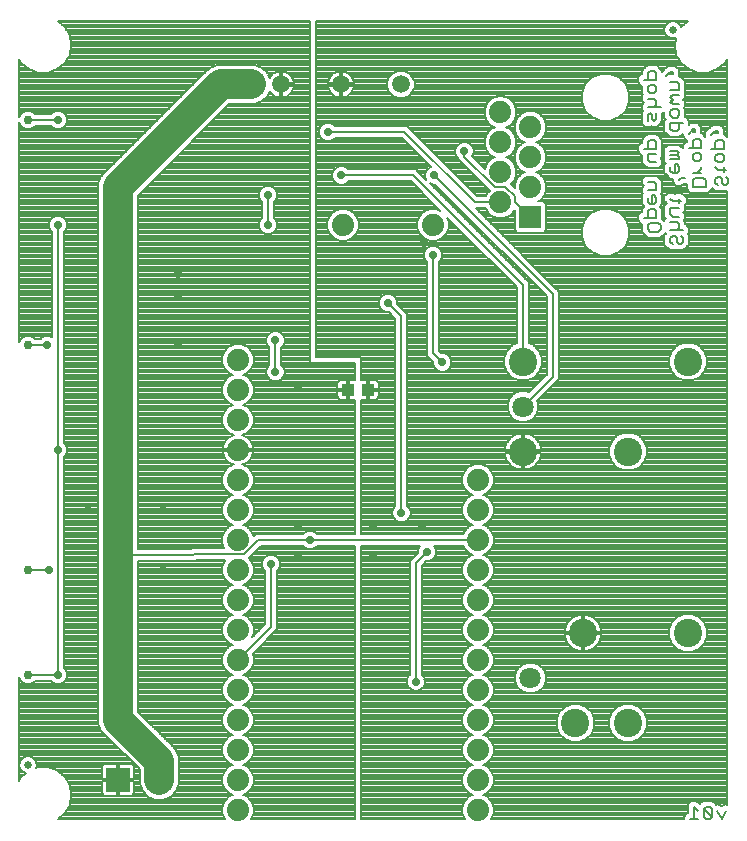
<source format=gbl>
G75*
%MOIN*%
%OFA0B0*%
%FSLAX25Y25*%
%IPPOS*%
%LPD*%
%AMOC8*
5,1,8,0,0,1.08239X$1,22.5*
%
%ADD10C,0.00800*%
%ADD11C,0.07400*%
%ADD12C,0.05906*%
%ADD13R,0.07400X0.07400*%
%ADD14C,0.09450*%
%ADD15C,0.07087*%
%ADD16R,0.08000X0.08000*%
%ADD17C,0.08000*%
%ADD18R,0.04331X0.03937*%
%ADD19C,0.02500*%
%ADD20C,0.03000*%
%ADD21C,0.02900*%
%ADD22C,0.10000*%
%ADD23C,0.00700*%
D10*
X0095333Y0049744D02*
X0095333Y0084142D01*
X0095705Y0083244D01*
X0096577Y0082372D01*
X0097717Y0081900D01*
X0098950Y0081900D01*
X0100089Y0082372D01*
X0100767Y0083050D01*
X0105970Y0083050D01*
X0106606Y0082414D01*
X0107727Y0081950D01*
X0108940Y0081950D01*
X0110061Y0082414D01*
X0110919Y0083272D01*
X0111383Y0084393D01*
X0111383Y0085607D01*
X0110919Y0086728D01*
X0110283Y0087363D01*
X0110283Y0157637D01*
X0110919Y0158272D01*
X0111383Y0159393D01*
X0111383Y0160607D01*
X0110919Y0161728D01*
X0110283Y0162363D01*
X0110283Y0232637D01*
X0110919Y0233272D01*
X0111383Y0234393D01*
X0111383Y0235607D01*
X0110919Y0236728D01*
X0110061Y0237586D01*
X0108940Y0238050D01*
X0107727Y0238050D01*
X0106606Y0237586D01*
X0105748Y0236728D01*
X0105283Y0235607D01*
X0105283Y0234393D01*
X0105748Y0233272D01*
X0106383Y0232637D01*
X0106383Y0197659D01*
X0105440Y0198050D01*
X0104227Y0198050D01*
X0103106Y0197586D01*
X0102470Y0196950D01*
X0100767Y0196950D01*
X0100089Y0197628D01*
X0098950Y0198100D01*
X0097717Y0198100D01*
X0096577Y0197628D01*
X0095705Y0196756D01*
X0095333Y0195858D01*
X0095333Y0269142D01*
X0095705Y0268244D01*
X0096577Y0267372D01*
X0097717Y0266900D01*
X0098950Y0266900D01*
X0100089Y0267372D01*
X0100717Y0268000D01*
X0106020Y0268000D01*
X0106606Y0267414D01*
X0107727Y0266950D01*
X0108940Y0266950D01*
X0110061Y0267414D01*
X0110919Y0268272D01*
X0111383Y0269393D01*
X0111383Y0270607D01*
X0110919Y0271728D01*
X0110061Y0272586D01*
X0108940Y0273050D01*
X0107727Y0273050D01*
X0106606Y0272586D01*
X0106020Y0272000D01*
X0100717Y0272000D01*
X0100089Y0272628D01*
X0098950Y0273100D01*
X0097717Y0273100D01*
X0096577Y0272628D01*
X0095705Y0271756D01*
X0095333Y0270858D01*
X0095333Y0290256D01*
X0096099Y0288930D01*
X0098612Y0286822D01*
X0101693Y0285700D01*
X0104973Y0285700D01*
X0108055Y0286822D01*
X0110567Y0288930D01*
X0112207Y0291770D01*
X0112207Y0291770D01*
X0112777Y0295000D01*
X0112207Y0298230D01*
X0110567Y0301070D01*
X0108267Y0303000D01*
X0192333Y0303000D01*
X0192333Y0189000D01*
X0207333Y0189000D01*
X0207333Y0183368D01*
X0205387Y0183368D01*
X0205387Y0180400D01*
X0204587Y0180400D01*
X0204587Y0183368D01*
X0202637Y0183368D01*
X0202281Y0183273D01*
X0201962Y0183089D01*
X0201701Y0182828D01*
X0201517Y0182509D01*
X0201422Y0182153D01*
X0201422Y0180400D01*
X0204587Y0180400D01*
X0204587Y0179600D01*
X0205387Y0179600D01*
X0205387Y0176631D01*
X0207333Y0176631D01*
X0207333Y0132000D01*
X0194647Y0132000D01*
X0194061Y0132586D01*
X0192940Y0133050D01*
X0191727Y0133050D01*
X0190606Y0132586D01*
X0190020Y0132000D01*
X0174293Y0132000D01*
X0173550Y0131256D01*
X0172826Y0133002D01*
X0171336Y0134493D01*
X0170112Y0135000D01*
X0171336Y0135507D01*
X0172826Y0136998D01*
X0173633Y0138946D01*
X0173633Y0141054D01*
X0172826Y0143002D01*
X0171336Y0144493D01*
X0170112Y0145000D01*
X0171336Y0145507D01*
X0172826Y0146998D01*
X0173633Y0148946D01*
X0173633Y0151054D01*
X0172826Y0153002D01*
X0171336Y0154493D01*
X0169820Y0155121D01*
X0170291Y0155274D01*
X0171006Y0155638D01*
X0171656Y0156110D01*
X0172223Y0156678D01*
X0172695Y0157327D01*
X0173060Y0158042D01*
X0173308Y0158806D01*
X0173433Y0159599D01*
X0173433Y0159600D01*
X0168733Y0159600D01*
X0168733Y0160400D01*
X0173433Y0160400D01*
X0173433Y0160401D01*
X0173308Y0161194D01*
X0173060Y0161958D01*
X0172695Y0162673D01*
X0172223Y0163322D01*
X0171656Y0163890D01*
X0171006Y0164362D01*
X0170291Y0164726D01*
X0169820Y0164879D01*
X0171336Y0165507D01*
X0172826Y0166998D01*
X0173633Y0168946D01*
X0173633Y0171054D01*
X0172826Y0173002D01*
X0171336Y0174493D01*
X0170112Y0175000D01*
X0171336Y0175507D01*
X0172826Y0176998D01*
X0173633Y0178946D01*
X0173633Y0181054D01*
X0172826Y0183002D01*
X0171336Y0184493D01*
X0170112Y0185000D01*
X0171336Y0185507D01*
X0172826Y0186998D01*
X0173633Y0188946D01*
X0173633Y0191054D01*
X0172826Y0193002D01*
X0171336Y0194493D01*
X0169388Y0195300D01*
X0167279Y0195300D01*
X0165331Y0194493D01*
X0163840Y0193002D01*
X0163033Y0191054D01*
X0163033Y0188946D01*
X0163840Y0186998D01*
X0165331Y0185507D01*
X0166555Y0185000D01*
X0165331Y0184493D01*
X0163840Y0183002D01*
X0163033Y0181054D01*
X0163033Y0178946D01*
X0163840Y0176998D01*
X0165331Y0175507D01*
X0166555Y0175000D01*
X0165331Y0174493D01*
X0163840Y0173002D01*
X0163033Y0171054D01*
X0163033Y0168946D01*
X0163840Y0166998D01*
X0165331Y0165507D01*
X0166846Y0164879D01*
X0166376Y0164726D01*
X0165660Y0164362D01*
X0165011Y0163890D01*
X0164443Y0163322D01*
X0163971Y0162673D01*
X0163607Y0161958D01*
X0163359Y0161194D01*
X0163233Y0160401D01*
X0163233Y0160400D01*
X0167933Y0160400D01*
X0167933Y0159600D01*
X0163233Y0159600D01*
X0163233Y0159599D01*
X0163359Y0158806D01*
X0163607Y0158042D01*
X0163971Y0157327D01*
X0164443Y0156678D01*
X0165011Y0156110D01*
X0165660Y0155638D01*
X0166376Y0155274D01*
X0166846Y0155121D01*
X0165331Y0154493D01*
X0163840Y0153002D01*
X0163033Y0151054D01*
X0163033Y0148946D01*
X0163840Y0146998D01*
X0165331Y0145507D01*
X0166555Y0145000D01*
X0165331Y0144493D01*
X0163840Y0143002D01*
X0163033Y0141054D01*
X0163033Y0138946D01*
X0163840Y0136998D01*
X0165331Y0135507D01*
X0166555Y0135000D01*
X0165331Y0134493D01*
X0163840Y0133002D01*
X0163033Y0131054D01*
X0163033Y0128946D01*
X0163756Y0127200D01*
X0152705Y0127200D01*
X0152505Y0127000D01*
X0134933Y0127000D01*
X0134933Y0244786D01*
X0165358Y0275211D01*
X0173937Y0275211D01*
X0176363Y0276216D01*
X0178220Y0278072D01*
X0178859Y0279615D01*
X0178902Y0279530D01*
X0179305Y0278975D01*
X0179789Y0278491D01*
X0180343Y0278088D01*
X0180954Y0277777D01*
X0181605Y0277565D01*
X0182225Y0277467D01*
X0182225Y0281411D01*
X0183025Y0281411D01*
X0183025Y0282211D01*
X0186968Y0282211D01*
X0186870Y0282830D01*
X0186659Y0283482D01*
X0186347Y0284092D01*
X0185945Y0284647D01*
X0185460Y0285131D01*
X0184906Y0285534D01*
X0184296Y0285845D01*
X0183644Y0286057D01*
X0183025Y0286155D01*
X0183025Y0282211D01*
X0182225Y0282211D01*
X0182225Y0286155D01*
X0181605Y0286057D01*
X0180954Y0285845D01*
X0180343Y0285534D01*
X0179789Y0285131D01*
X0179305Y0284647D01*
X0178902Y0284092D01*
X0178859Y0284008D01*
X0178220Y0285550D01*
X0176363Y0287406D01*
X0173937Y0288411D01*
X0161312Y0288411D01*
X0158886Y0287406D01*
X0157029Y0285550D01*
X0122738Y0251258D01*
X0121733Y0248833D01*
X0121733Y0068687D01*
X0122738Y0066261D01*
X0135513Y0053487D01*
X0135513Y0048687D01*
X0136518Y0046261D01*
X0138374Y0044405D01*
X0140800Y0043400D01*
X0143426Y0043400D01*
X0145851Y0044405D01*
X0147708Y0046261D01*
X0148713Y0048687D01*
X0148713Y0057533D01*
X0147708Y0059959D01*
X0145851Y0061816D01*
X0134933Y0072734D01*
X0134933Y0123000D01*
X0154162Y0123000D01*
X0154362Y0123200D01*
X0164038Y0123200D01*
X0163840Y0123002D01*
X0163033Y0121054D01*
X0163033Y0118946D01*
X0163840Y0116998D01*
X0165331Y0115507D01*
X0166555Y0115000D01*
X0165331Y0114493D01*
X0163840Y0113002D01*
X0163033Y0111054D01*
X0163033Y0108946D01*
X0163840Y0106998D01*
X0165331Y0105507D01*
X0166555Y0105000D01*
X0165331Y0104493D01*
X0163840Y0103002D01*
X0163033Y0101054D01*
X0163033Y0098946D01*
X0163840Y0096998D01*
X0165331Y0095507D01*
X0166555Y0095000D01*
X0165331Y0094493D01*
X0163840Y0093002D01*
X0163033Y0091054D01*
X0163033Y0088946D01*
X0163840Y0086998D01*
X0165331Y0085507D01*
X0166555Y0085000D01*
X0165331Y0084493D01*
X0163840Y0083002D01*
X0163033Y0081054D01*
X0163033Y0078946D01*
X0163840Y0076998D01*
X0165331Y0075507D01*
X0166555Y0075000D01*
X0165331Y0074493D01*
X0163840Y0073002D01*
X0163033Y0071054D01*
X0163033Y0068946D01*
X0163840Y0066998D01*
X0165331Y0065507D01*
X0166555Y0065000D01*
X0165331Y0064493D01*
X0163840Y0063002D01*
X0163033Y0061054D01*
X0163033Y0058946D01*
X0163840Y0056998D01*
X0165331Y0055507D01*
X0166555Y0055000D01*
X0165331Y0054493D01*
X0163840Y0053002D01*
X0163033Y0051054D01*
X0163033Y0048946D01*
X0163840Y0046998D01*
X0165331Y0045507D01*
X0166555Y0045000D01*
X0165331Y0044493D01*
X0163840Y0043002D01*
X0163033Y0041054D01*
X0163033Y0038946D01*
X0163839Y0037000D01*
X0108267Y0037000D01*
X0110567Y0038930D01*
X0112207Y0041770D01*
X0112207Y0041770D01*
X0112777Y0045000D01*
X0112207Y0048230D01*
X0110567Y0051070D01*
X0108055Y0053178D01*
X0104973Y0054300D01*
X0101693Y0054300D01*
X0101028Y0054058D01*
X0101183Y0054433D01*
X0101183Y0055567D01*
X0100749Y0056614D01*
X0099948Y0057416D01*
X0098900Y0057850D01*
X0097766Y0057850D01*
X0096719Y0057416D01*
X0095917Y0056614D01*
X0095483Y0055567D01*
X0095483Y0054433D01*
X0095917Y0053386D01*
X0096719Y0052584D01*
X0097512Y0052255D01*
X0096099Y0051070D01*
X0095333Y0049744D01*
X0095333Y0050172D02*
X0095581Y0050172D01*
X0095333Y0050970D02*
X0096042Y0050970D01*
X0096099Y0051070D02*
X0096099Y0051070D01*
X0096099Y0051070D01*
X0095333Y0051769D02*
X0096932Y0051769D01*
X0096759Y0052567D02*
X0095333Y0052567D01*
X0095333Y0053366D02*
X0095937Y0053366D01*
X0095595Y0054164D02*
X0095333Y0054164D01*
X0095333Y0054963D02*
X0095483Y0054963D01*
X0095564Y0055761D02*
X0095333Y0055761D01*
X0095333Y0056560D02*
X0095895Y0056560D01*
X0095333Y0057358D02*
X0096661Y0057358D01*
X0095333Y0058157D02*
X0130843Y0058157D01*
X0131641Y0057358D02*
X0100005Y0057358D01*
X0100772Y0056560D02*
X0132440Y0056560D01*
X0133238Y0055761D02*
X0101103Y0055761D01*
X0101183Y0054963D02*
X0123316Y0054963D01*
X0123213Y0054860D02*
X0123029Y0054540D01*
X0122933Y0054184D01*
X0122933Y0050400D01*
X0127933Y0050400D01*
X0127933Y0049600D01*
X0122933Y0049600D01*
X0122933Y0045816D01*
X0123029Y0045460D01*
X0123213Y0045140D01*
X0123474Y0044880D01*
X0123793Y0044695D01*
X0124149Y0044600D01*
X0127933Y0044600D01*
X0127933Y0049600D01*
X0128733Y0049600D01*
X0128733Y0044600D01*
X0132518Y0044600D01*
X0132874Y0044695D01*
X0133193Y0044880D01*
X0133454Y0045140D01*
X0133638Y0045460D01*
X0133733Y0045816D01*
X0133733Y0049600D01*
X0128733Y0049600D01*
X0128733Y0050400D01*
X0127933Y0050400D01*
X0127933Y0055400D01*
X0124149Y0055400D01*
X0123793Y0055305D01*
X0123474Y0055120D01*
X0123213Y0054860D01*
X0122933Y0054164D02*
X0105346Y0054164D01*
X0107540Y0053366D02*
X0122933Y0053366D01*
X0122933Y0052567D02*
X0108783Y0052567D01*
X0108055Y0053178D02*
X0108055Y0053178D01*
X0109735Y0051769D02*
X0122933Y0051769D01*
X0122933Y0050970D02*
X0110625Y0050970D01*
X0110567Y0051070D02*
X0110567Y0051070D01*
X0111086Y0050172D02*
X0127933Y0050172D01*
X0127933Y0050970D02*
X0128733Y0050970D01*
X0128733Y0050400D02*
X0128733Y0055400D01*
X0132518Y0055400D01*
X0132874Y0055305D01*
X0133193Y0055120D01*
X0133454Y0054860D01*
X0133638Y0054540D01*
X0133733Y0054184D01*
X0133733Y0050400D01*
X0128733Y0050400D01*
X0128733Y0050172D02*
X0135513Y0050172D01*
X0135513Y0050970D02*
X0133733Y0050970D01*
X0133733Y0051769D02*
X0135513Y0051769D01*
X0135513Y0052567D02*
X0133733Y0052567D01*
X0133733Y0053366D02*
X0135513Y0053366D01*
X0134835Y0054164D02*
X0133733Y0054164D01*
X0134037Y0054963D02*
X0133350Y0054963D01*
X0130044Y0058955D02*
X0095333Y0058955D01*
X0095333Y0059754D02*
X0129246Y0059754D01*
X0128447Y0060552D02*
X0095333Y0060552D01*
X0095333Y0061351D02*
X0127649Y0061351D01*
X0126850Y0062149D02*
X0095333Y0062149D01*
X0095333Y0062948D02*
X0126052Y0062948D01*
X0125253Y0063746D02*
X0095333Y0063746D01*
X0095333Y0064545D02*
X0124455Y0064545D01*
X0123656Y0065343D02*
X0095333Y0065343D01*
X0095333Y0066142D02*
X0122858Y0066142D01*
X0122457Y0066940D02*
X0095333Y0066940D01*
X0095333Y0067739D02*
X0122126Y0067739D01*
X0121795Y0068537D02*
X0095333Y0068537D01*
X0095333Y0069336D02*
X0121733Y0069336D01*
X0121733Y0070134D02*
X0095333Y0070134D01*
X0095333Y0070933D02*
X0121733Y0070933D01*
X0121733Y0071732D02*
X0095333Y0071732D01*
X0095333Y0072530D02*
X0121733Y0072530D01*
X0121733Y0073329D02*
X0095333Y0073329D01*
X0095333Y0074127D02*
X0121733Y0074127D01*
X0121733Y0074926D02*
X0095333Y0074926D01*
X0095333Y0075724D02*
X0121733Y0075724D01*
X0121733Y0076523D02*
X0095333Y0076523D01*
X0095333Y0077321D02*
X0121733Y0077321D01*
X0121733Y0078120D02*
X0095333Y0078120D01*
X0095333Y0078918D02*
X0121733Y0078918D01*
X0121733Y0079717D02*
X0095333Y0079717D01*
X0095333Y0080515D02*
X0121733Y0080515D01*
X0121733Y0081314D02*
X0095333Y0081314D01*
X0095333Y0082112D02*
X0097204Y0082112D01*
X0096039Y0082911D02*
X0095333Y0082911D01*
X0095333Y0083709D02*
X0095513Y0083709D01*
X0099462Y0082112D02*
X0107335Y0082112D01*
X0106109Y0082911D02*
X0100628Y0082911D01*
X0109332Y0082112D02*
X0121733Y0082112D01*
X0121733Y0082911D02*
X0110557Y0082911D01*
X0111100Y0083709D02*
X0121733Y0083709D01*
X0121733Y0084508D02*
X0111383Y0084508D01*
X0111383Y0085306D02*
X0121733Y0085306D01*
X0121733Y0086105D02*
X0111177Y0086105D01*
X0110743Y0086903D02*
X0121733Y0086903D01*
X0121733Y0087702D02*
X0110283Y0087702D01*
X0110283Y0088500D02*
X0121733Y0088500D01*
X0121733Y0089299D02*
X0110283Y0089299D01*
X0110283Y0090097D02*
X0121733Y0090097D01*
X0121733Y0090896D02*
X0110283Y0090896D01*
X0110283Y0091694D02*
X0121733Y0091694D01*
X0121733Y0092493D02*
X0110283Y0092493D01*
X0110283Y0093291D02*
X0121733Y0093291D01*
X0121733Y0094090D02*
X0110283Y0094090D01*
X0110283Y0094888D02*
X0121733Y0094888D01*
X0121733Y0095687D02*
X0110283Y0095687D01*
X0110283Y0096485D02*
X0121733Y0096485D01*
X0121733Y0097284D02*
X0110283Y0097284D01*
X0110283Y0098082D02*
X0121733Y0098082D01*
X0121733Y0098881D02*
X0110283Y0098881D01*
X0110283Y0099679D02*
X0121733Y0099679D01*
X0121733Y0100478D02*
X0110283Y0100478D01*
X0110283Y0101276D02*
X0121733Y0101276D01*
X0121733Y0102075D02*
X0110283Y0102075D01*
X0110283Y0102873D02*
X0121733Y0102873D01*
X0121733Y0103672D02*
X0110283Y0103672D01*
X0110283Y0104470D02*
X0121733Y0104470D01*
X0121733Y0105269D02*
X0110283Y0105269D01*
X0110283Y0106068D02*
X0121733Y0106068D01*
X0121733Y0106866D02*
X0110283Y0106866D01*
X0110283Y0107665D02*
X0121733Y0107665D01*
X0121733Y0108463D02*
X0110283Y0108463D01*
X0110283Y0109262D02*
X0121733Y0109262D01*
X0121733Y0110060D02*
X0110283Y0110060D01*
X0110283Y0110859D02*
X0121733Y0110859D01*
X0121733Y0111657D02*
X0110283Y0111657D01*
X0110283Y0112456D02*
X0121733Y0112456D01*
X0121733Y0113254D02*
X0110283Y0113254D01*
X0110283Y0114053D02*
X0121733Y0114053D01*
X0121733Y0114851D02*
X0110283Y0114851D01*
X0110283Y0115650D02*
X0121733Y0115650D01*
X0121733Y0116448D02*
X0110283Y0116448D01*
X0110283Y0117247D02*
X0121733Y0117247D01*
X0121733Y0118045D02*
X0110283Y0118045D01*
X0110283Y0118844D02*
X0121733Y0118844D01*
X0121733Y0119642D02*
X0110283Y0119642D01*
X0110283Y0120441D02*
X0121733Y0120441D01*
X0121733Y0121239D02*
X0110283Y0121239D01*
X0110283Y0122038D02*
X0121733Y0122038D01*
X0121733Y0122836D02*
X0110283Y0122836D01*
X0110283Y0123635D02*
X0121733Y0123635D01*
X0121733Y0124433D02*
X0110283Y0124433D01*
X0110283Y0125232D02*
X0121733Y0125232D01*
X0121733Y0126030D02*
X0110283Y0126030D01*
X0110283Y0126829D02*
X0121733Y0126829D01*
X0121733Y0127627D02*
X0110283Y0127627D01*
X0110283Y0128426D02*
X0121733Y0128426D01*
X0121733Y0129224D02*
X0110283Y0129224D01*
X0110283Y0130023D02*
X0121733Y0130023D01*
X0121733Y0130821D02*
X0110283Y0130821D01*
X0110283Y0131620D02*
X0121733Y0131620D01*
X0121733Y0132418D02*
X0110283Y0132418D01*
X0110283Y0133217D02*
X0121733Y0133217D01*
X0121733Y0134015D02*
X0110283Y0134015D01*
X0110283Y0134814D02*
X0121733Y0134814D01*
X0121733Y0135612D02*
X0110283Y0135612D01*
X0110283Y0136411D02*
X0121733Y0136411D01*
X0121733Y0137209D02*
X0110283Y0137209D01*
X0110283Y0138008D02*
X0121733Y0138008D01*
X0121733Y0138806D02*
X0110283Y0138806D01*
X0110283Y0139605D02*
X0121733Y0139605D01*
X0121733Y0140403D02*
X0110283Y0140403D01*
X0110283Y0141202D02*
X0121733Y0141202D01*
X0121733Y0142001D02*
X0110283Y0142001D01*
X0110283Y0142799D02*
X0121733Y0142799D01*
X0121733Y0143598D02*
X0110283Y0143598D01*
X0110283Y0144396D02*
X0121733Y0144396D01*
X0121733Y0145195D02*
X0110283Y0145195D01*
X0110283Y0145993D02*
X0121733Y0145993D01*
X0121733Y0146792D02*
X0110283Y0146792D01*
X0110283Y0147590D02*
X0121733Y0147590D01*
X0121733Y0148389D02*
X0110283Y0148389D01*
X0110283Y0149187D02*
X0121733Y0149187D01*
X0121733Y0149986D02*
X0110283Y0149986D01*
X0110283Y0150784D02*
X0121733Y0150784D01*
X0121733Y0151583D02*
X0110283Y0151583D01*
X0110283Y0152381D02*
X0121733Y0152381D01*
X0121733Y0153180D02*
X0110283Y0153180D01*
X0110283Y0153978D02*
X0121733Y0153978D01*
X0121733Y0154777D02*
X0110283Y0154777D01*
X0110283Y0155575D02*
X0121733Y0155575D01*
X0121733Y0156374D02*
X0110283Y0156374D01*
X0110283Y0157172D02*
X0121733Y0157172D01*
X0121733Y0157971D02*
X0110617Y0157971D01*
X0111125Y0158769D02*
X0121733Y0158769D01*
X0121733Y0159568D02*
X0111383Y0159568D01*
X0111383Y0160366D02*
X0121733Y0160366D01*
X0121733Y0161165D02*
X0111152Y0161165D01*
X0110683Y0161963D02*
X0121733Y0161963D01*
X0121733Y0162762D02*
X0110283Y0162762D01*
X0110283Y0163560D02*
X0121733Y0163560D01*
X0121733Y0164359D02*
X0110283Y0164359D01*
X0110283Y0165157D02*
X0121733Y0165157D01*
X0121733Y0165956D02*
X0110283Y0165956D01*
X0110283Y0166754D02*
X0121733Y0166754D01*
X0121733Y0167553D02*
X0110283Y0167553D01*
X0110283Y0168351D02*
X0121733Y0168351D01*
X0121733Y0169150D02*
X0110283Y0169150D01*
X0110283Y0169948D02*
X0121733Y0169948D01*
X0121733Y0170747D02*
X0110283Y0170747D01*
X0110283Y0171545D02*
X0121733Y0171545D01*
X0121733Y0172344D02*
X0110283Y0172344D01*
X0110283Y0173142D02*
X0121733Y0173142D01*
X0121733Y0173941D02*
X0110283Y0173941D01*
X0110283Y0174739D02*
X0121733Y0174739D01*
X0121733Y0175538D02*
X0110283Y0175538D01*
X0110283Y0176337D02*
X0121733Y0176337D01*
X0121733Y0177135D02*
X0110283Y0177135D01*
X0110283Y0177934D02*
X0121733Y0177934D01*
X0121733Y0178732D02*
X0110283Y0178732D01*
X0110283Y0179531D02*
X0121733Y0179531D01*
X0121733Y0180329D02*
X0110283Y0180329D01*
X0110283Y0181128D02*
X0121733Y0181128D01*
X0121733Y0181926D02*
X0110283Y0181926D01*
X0110283Y0182725D02*
X0121733Y0182725D01*
X0121733Y0183523D02*
X0110283Y0183523D01*
X0110283Y0184322D02*
X0121733Y0184322D01*
X0121733Y0185120D02*
X0110283Y0185120D01*
X0110283Y0185919D02*
X0121733Y0185919D01*
X0121733Y0186717D02*
X0110283Y0186717D01*
X0110283Y0187516D02*
X0121733Y0187516D01*
X0121733Y0188314D02*
X0110283Y0188314D01*
X0110283Y0189113D02*
X0121733Y0189113D01*
X0121733Y0189911D02*
X0110283Y0189911D01*
X0110283Y0190710D02*
X0121733Y0190710D01*
X0121733Y0191508D02*
X0110283Y0191508D01*
X0110283Y0192307D02*
X0121733Y0192307D01*
X0121733Y0193105D02*
X0110283Y0193105D01*
X0110283Y0193904D02*
X0121733Y0193904D01*
X0121733Y0194702D02*
X0110283Y0194702D01*
X0110283Y0195501D02*
X0121733Y0195501D01*
X0121733Y0196299D02*
X0110283Y0196299D01*
X0110283Y0197098D02*
X0121733Y0197098D01*
X0121733Y0197896D02*
X0110283Y0197896D01*
X0110283Y0198695D02*
X0121733Y0198695D01*
X0121733Y0199493D02*
X0110283Y0199493D01*
X0110283Y0200292D02*
X0121733Y0200292D01*
X0121733Y0201090D02*
X0110283Y0201090D01*
X0110283Y0201889D02*
X0121733Y0201889D01*
X0121733Y0202687D02*
X0110283Y0202687D01*
X0110283Y0203486D02*
X0121733Y0203486D01*
X0121733Y0204284D02*
X0110283Y0204284D01*
X0110283Y0205083D02*
X0121733Y0205083D01*
X0121733Y0205881D02*
X0110283Y0205881D01*
X0110283Y0206680D02*
X0121733Y0206680D01*
X0121733Y0207478D02*
X0110283Y0207478D01*
X0110283Y0208277D02*
X0121733Y0208277D01*
X0121733Y0209075D02*
X0110283Y0209075D01*
X0110283Y0209874D02*
X0121733Y0209874D01*
X0121733Y0210672D02*
X0110283Y0210672D01*
X0110283Y0211471D02*
X0121733Y0211471D01*
X0121733Y0212270D02*
X0110283Y0212270D01*
X0110283Y0213068D02*
X0121733Y0213068D01*
X0121733Y0213867D02*
X0110283Y0213867D01*
X0110283Y0214665D02*
X0121733Y0214665D01*
X0121733Y0215464D02*
X0110283Y0215464D01*
X0110283Y0216262D02*
X0121733Y0216262D01*
X0121733Y0217061D02*
X0110283Y0217061D01*
X0110283Y0217859D02*
X0121733Y0217859D01*
X0121733Y0218658D02*
X0110283Y0218658D01*
X0110283Y0219456D02*
X0121733Y0219456D01*
X0121733Y0220255D02*
X0110283Y0220255D01*
X0110283Y0221053D02*
X0121733Y0221053D01*
X0121733Y0221852D02*
X0110283Y0221852D01*
X0110283Y0222650D02*
X0121733Y0222650D01*
X0121733Y0223449D02*
X0110283Y0223449D01*
X0110283Y0224247D02*
X0121733Y0224247D01*
X0121733Y0225046D02*
X0110283Y0225046D01*
X0110283Y0225844D02*
X0121733Y0225844D01*
X0121733Y0226643D02*
X0110283Y0226643D01*
X0110283Y0227441D02*
X0121733Y0227441D01*
X0121733Y0228240D02*
X0110283Y0228240D01*
X0110283Y0229038D02*
X0121733Y0229038D01*
X0121733Y0229837D02*
X0110283Y0229837D01*
X0110283Y0230635D02*
X0121733Y0230635D01*
X0121733Y0231434D02*
X0110283Y0231434D01*
X0110283Y0232232D02*
X0121733Y0232232D01*
X0121733Y0233031D02*
X0110677Y0233031D01*
X0111150Y0233829D02*
X0121733Y0233829D01*
X0121733Y0234628D02*
X0111383Y0234628D01*
X0111383Y0235426D02*
X0121733Y0235426D01*
X0121733Y0236225D02*
X0111127Y0236225D01*
X0110623Y0237023D02*
X0121733Y0237023D01*
X0121733Y0237822D02*
X0109491Y0237822D01*
X0107176Y0237822D02*
X0095333Y0237822D01*
X0095333Y0238620D02*
X0121733Y0238620D01*
X0121733Y0239419D02*
X0095333Y0239419D01*
X0095333Y0240217D02*
X0121733Y0240217D01*
X0121733Y0241016D02*
X0095333Y0241016D01*
X0095333Y0241814D02*
X0121733Y0241814D01*
X0121733Y0242613D02*
X0095333Y0242613D01*
X0095333Y0243411D02*
X0121733Y0243411D01*
X0121733Y0244210D02*
X0095333Y0244210D01*
X0095333Y0245008D02*
X0121733Y0245008D01*
X0121733Y0245807D02*
X0095333Y0245807D01*
X0095333Y0246605D02*
X0121733Y0246605D01*
X0121733Y0247404D02*
X0095333Y0247404D01*
X0095333Y0248203D02*
X0121733Y0248203D01*
X0121803Y0249001D02*
X0095333Y0249001D01*
X0095333Y0249800D02*
X0122134Y0249800D01*
X0122465Y0250598D02*
X0095333Y0250598D01*
X0095333Y0251397D02*
X0122876Y0251397D01*
X0123675Y0252195D02*
X0095333Y0252195D01*
X0095333Y0252994D02*
X0124473Y0252994D01*
X0125272Y0253792D02*
X0095333Y0253792D01*
X0095333Y0254591D02*
X0126070Y0254591D01*
X0126869Y0255389D02*
X0095333Y0255389D01*
X0095333Y0256188D02*
X0127667Y0256188D01*
X0128466Y0256986D02*
X0095333Y0256986D01*
X0095333Y0257785D02*
X0129265Y0257785D01*
X0130063Y0258583D02*
X0095333Y0258583D01*
X0095333Y0259382D02*
X0130862Y0259382D01*
X0131660Y0260180D02*
X0095333Y0260180D01*
X0095333Y0260979D02*
X0132459Y0260979D01*
X0133257Y0261777D02*
X0095333Y0261777D01*
X0095333Y0262576D02*
X0134056Y0262576D01*
X0134854Y0263374D02*
X0095333Y0263374D01*
X0095333Y0264173D02*
X0135653Y0264173D01*
X0136451Y0264971D02*
X0095333Y0264971D01*
X0095333Y0265770D02*
X0137250Y0265770D01*
X0138048Y0266568D02*
X0095333Y0266568D01*
X0095333Y0267367D02*
X0096590Y0267367D01*
X0095784Y0268165D02*
X0095333Y0268165D01*
X0095333Y0268964D02*
X0095407Y0268964D01*
X0095333Y0271359D02*
X0095541Y0271359D01*
X0095333Y0272158D02*
X0096107Y0272158D01*
X0095333Y0272956D02*
X0097370Y0272956D01*
X0099297Y0272956D02*
X0107501Y0272956D01*
X0106178Y0272158D02*
X0100560Y0272158D01*
X0098333Y0270000D02*
X0108333Y0270000D01*
X0110489Y0272158D02*
X0143638Y0272158D01*
X0144436Y0272956D02*
X0109166Y0272956D01*
X0111072Y0271359D02*
X0142839Y0271359D01*
X0142041Y0270561D02*
X0111383Y0270561D01*
X0111383Y0269762D02*
X0141242Y0269762D01*
X0140444Y0268964D02*
X0111205Y0268964D01*
X0110812Y0268165D02*
X0139645Y0268165D01*
X0138847Y0267367D02*
X0109946Y0267367D01*
X0106720Y0267367D02*
X0100077Y0267367D01*
X0095333Y0273755D02*
X0145235Y0273755D01*
X0146033Y0274553D02*
X0095333Y0274553D01*
X0095333Y0275352D02*
X0146832Y0275352D01*
X0147630Y0276150D02*
X0095333Y0276150D01*
X0095333Y0276949D02*
X0148429Y0276949D01*
X0149227Y0277747D02*
X0095333Y0277747D01*
X0095333Y0278546D02*
X0150026Y0278546D01*
X0150824Y0279344D02*
X0095333Y0279344D01*
X0095333Y0280143D02*
X0151623Y0280143D01*
X0152421Y0280941D02*
X0095333Y0280941D01*
X0095333Y0281740D02*
X0153220Y0281740D01*
X0154018Y0282539D02*
X0095333Y0282539D01*
X0095333Y0283337D02*
X0154817Y0283337D01*
X0155615Y0284136D02*
X0095333Y0284136D01*
X0095333Y0284934D02*
X0156414Y0284934D01*
X0157029Y0285550D02*
X0157029Y0285550D01*
X0157212Y0285733D02*
X0105063Y0285733D01*
X0107256Y0286531D02*
X0158011Y0286531D01*
X0158809Y0287330D02*
X0108660Y0287330D01*
X0108055Y0286822D02*
X0108055Y0286822D01*
X0109612Y0288128D02*
X0160629Y0288128D01*
X0174621Y0288128D02*
X0192333Y0288128D01*
X0192333Y0287330D02*
X0176440Y0287330D01*
X0177238Y0286531D02*
X0192333Y0286531D01*
X0192333Y0285733D02*
X0184516Y0285733D01*
X0185657Y0284934D02*
X0192333Y0284934D01*
X0192333Y0284136D02*
X0186316Y0284136D01*
X0186706Y0283337D02*
X0192333Y0283337D01*
X0192333Y0282539D02*
X0186916Y0282539D01*
X0186968Y0281411D02*
X0183025Y0281411D01*
X0183025Y0277467D01*
X0183644Y0277565D01*
X0184296Y0277777D01*
X0184906Y0278088D01*
X0185460Y0278491D01*
X0185945Y0278975D01*
X0186347Y0279530D01*
X0186659Y0280140D01*
X0186870Y0280792D01*
X0186968Y0281411D01*
X0186894Y0280941D02*
X0192333Y0280941D01*
X0192333Y0280143D02*
X0186659Y0280143D01*
X0186213Y0279344D02*
X0192333Y0279344D01*
X0192333Y0278546D02*
X0185515Y0278546D01*
X0184204Y0277747D02*
X0192333Y0277747D01*
X0192333Y0276949D02*
X0177096Y0276949D01*
X0177895Y0277747D02*
X0181045Y0277747D01*
X0182225Y0277747D02*
X0183025Y0277747D01*
X0183025Y0278546D02*
X0182225Y0278546D01*
X0182225Y0279344D02*
X0183025Y0279344D01*
X0183025Y0280143D02*
X0182225Y0280143D01*
X0182225Y0280941D02*
X0183025Y0280941D01*
X0183025Y0281740D02*
X0192333Y0281740D01*
X0194333Y0281740D02*
X0202225Y0281740D01*
X0202225Y0281411D02*
X0198281Y0281411D01*
X0198379Y0280792D01*
X0198591Y0280140D01*
X0198902Y0279530D01*
X0199305Y0278975D01*
X0199789Y0278491D01*
X0200343Y0278088D01*
X0200954Y0277777D01*
X0201605Y0277565D01*
X0202225Y0277467D01*
X0202225Y0281411D01*
X0203025Y0281411D01*
X0203025Y0282211D01*
X0206968Y0282211D01*
X0206870Y0282830D01*
X0206659Y0283482D01*
X0206347Y0284092D01*
X0205945Y0284647D01*
X0205460Y0285131D01*
X0204906Y0285534D01*
X0204296Y0285845D01*
X0203644Y0286057D01*
X0203025Y0286155D01*
X0203025Y0282211D01*
X0202225Y0282211D01*
X0202225Y0286155D01*
X0201605Y0286057D01*
X0200954Y0285845D01*
X0200343Y0285534D01*
X0199789Y0285131D01*
X0199305Y0284647D01*
X0198902Y0284092D01*
X0198591Y0283482D01*
X0198379Y0282830D01*
X0198281Y0282211D01*
X0202225Y0282211D01*
X0202225Y0281411D01*
X0202225Y0280941D02*
X0203025Y0280941D01*
X0203025Y0281411D02*
X0203025Y0277467D01*
X0203644Y0277565D01*
X0204296Y0277777D01*
X0204906Y0278088D01*
X0205460Y0278491D01*
X0205945Y0278975D01*
X0206347Y0279530D01*
X0206659Y0280140D01*
X0206870Y0280792D01*
X0206968Y0281411D01*
X0203025Y0281411D01*
X0203025Y0281740D02*
X0218072Y0281740D01*
X0218072Y0282539D02*
X0206916Y0282539D01*
X0206706Y0283337D02*
X0218329Y0283337D01*
X0218072Y0282717D02*
X0218072Y0280905D01*
X0218765Y0279232D01*
X0220046Y0277951D01*
X0221719Y0277258D01*
X0223530Y0277258D01*
X0225204Y0277951D01*
X0226484Y0279232D01*
X0227177Y0280905D01*
X0227177Y0282717D01*
X0226484Y0284390D01*
X0225204Y0285671D01*
X0223530Y0286364D01*
X0221719Y0286364D01*
X0220046Y0285671D01*
X0218765Y0284390D01*
X0218072Y0282717D01*
X0218660Y0284136D02*
X0206316Y0284136D01*
X0205657Y0284934D02*
X0219309Y0284934D01*
X0220195Y0285733D02*
X0204516Y0285733D01*
X0203025Y0285733D02*
X0202225Y0285733D01*
X0202225Y0284934D02*
X0203025Y0284934D01*
X0203025Y0284136D02*
X0202225Y0284136D01*
X0202225Y0283337D02*
X0203025Y0283337D01*
X0203025Y0282539D02*
X0202225Y0282539D01*
X0202225Y0280143D02*
X0203025Y0280143D01*
X0203025Y0279344D02*
X0202225Y0279344D01*
X0202225Y0278546D02*
X0203025Y0278546D01*
X0203025Y0277747D02*
X0202225Y0277747D01*
X0201045Y0277747D02*
X0194333Y0277747D01*
X0194333Y0276949D02*
X0252787Y0276949D01*
X0252831Y0276993D02*
X0251340Y0275502D01*
X0250533Y0273554D01*
X0250533Y0271446D01*
X0251340Y0269498D01*
X0252831Y0268007D01*
X0254055Y0267500D01*
X0252831Y0266993D01*
X0251340Y0265502D01*
X0250533Y0263554D01*
X0250533Y0261446D01*
X0251340Y0259498D01*
X0252831Y0258007D01*
X0254055Y0257500D01*
X0252831Y0256993D01*
X0251340Y0255502D01*
X0250617Y0253756D01*
X0246472Y0257901D01*
X0246883Y0258893D01*
X0246883Y0260107D01*
X0246419Y0261228D01*
X0245561Y0262086D01*
X0244440Y0262550D01*
X0243227Y0262550D01*
X0242106Y0262086D01*
X0241248Y0261228D01*
X0240783Y0260107D01*
X0240783Y0258893D01*
X0241248Y0257772D01*
X0241833Y0257187D01*
X0241833Y0256883D01*
X0243005Y0255712D01*
X0252277Y0246439D01*
X0251340Y0245502D01*
X0250925Y0244500D01*
X0248162Y0244500D01*
X0224662Y0268000D01*
X0200647Y0268000D01*
X0200061Y0268586D01*
X0198940Y0269050D01*
X0197727Y0269050D01*
X0196606Y0268586D01*
X0195748Y0267728D01*
X0195283Y0266607D01*
X0195283Y0265393D01*
X0195748Y0264272D01*
X0196606Y0263414D01*
X0197727Y0262950D01*
X0198940Y0262950D01*
X0200061Y0263414D01*
X0200647Y0264000D01*
X0223005Y0264000D01*
X0232681Y0254324D01*
X0232106Y0254086D01*
X0231248Y0253228D01*
X0230783Y0252107D01*
X0230783Y0250893D01*
X0231147Y0250014D01*
X0228833Y0252328D01*
X0227662Y0253500D01*
X0205147Y0253500D01*
X0204561Y0254086D01*
X0203440Y0254550D01*
X0202227Y0254550D01*
X0201106Y0254086D01*
X0200248Y0253228D01*
X0199783Y0252107D01*
X0199783Y0250893D01*
X0200248Y0249772D01*
X0201106Y0248914D01*
X0202227Y0248450D01*
X0203440Y0248450D01*
X0204561Y0248914D01*
X0205147Y0249500D01*
X0226005Y0249500D01*
X0235783Y0239722D01*
X0234388Y0240300D01*
X0232279Y0240300D01*
X0230331Y0239493D01*
X0228840Y0238002D01*
X0228033Y0236054D01*
X0228033Y0233946D01*
X0228840Y0231998D01*
X0230331Y0230507D01*
X0232279Y0229700D01*
X0234388Y0229700D01*
X0236336Y0230507D01*
X0237826Y0231998D01*
X0238633Y0233946D01*
X0238633Y0236054D01*
X0238055Y0237450D01*
X0261333Y0214172D01*
X0261333Y0195467D01*
X0259751Y0194811D01*
X0257971Y0193032D01*
X0257008Y0190707D01*
X0257008Y0188191D01*
X0257971Y0185866D01*
X0259751Y0184087D01*
X0262075Y0183124D01*
X0264591Y0183124D01*
X0266916Y0184087D01*
X0268695Y0185866D01*
X0269658Y0188191D01*
X0269658Y0190707D01*
X0268695Y0193032D01*
X0266916Y0194811D01*
X0265333Y0195467D01*
X0265333Y0215828D01*
X0232348Y0248814D01*
X0233227Y0248450D01*
X0234055Y0248450D01*
X0271333Y0211172D01*
X0271333Y0185277D01*
X0265270Y0179214D01*
X0264356Y0179592D01*
X0262310Y0179592D01*
X0260420Y0178809D01*
X0258973Y0177362D01*
X0258190Y0175472D01*
X0258190Y0173426D01*
X0258973Y0171535D01*
X0260420Y0170089D01*
X0262310Y0169306D01*
X0264356Y0169306D01*
X0266247Y0170089D01*
X0267694Y0171535D01*
X0268477Y0173426D01*
X0268477Y0175472D01*
X0268098Y0176385D01*
X0274162Y0182449D01*
X0275333Y0183620D01*
X0275333Y0212828D01*
X0274162Y0214000D01*
X0247662Y0240500D01*
X0250925Y0240500D01*
X0251340Y0239498D01*
X0252831Y0238007D01*
X0254779Y0237200D01*
X0256888Y0237200D01*
X0258836Y0238007D01*
X0260326Y0239498D01*
X0260526Y0239979D01*
X0260533Y0239972D01*
X0260533Y0233137D01*
X0261471Y0232200D01*
X0270196Y0232200D01*
X0271133Y0233137D01*
X0271133Y0241863D01*
X0270196Y0242800D01*
X0268336Y0242800D01*
X0268836Y0243007D01*
X0270326Y0244498D01*
X0271133Y0246446D01*
X0271133Y0248554D01*
X0270326Y0250502D01*
X0268836Y0251993D01*
X0267612Y0252500D01*
X0268836Y0253007D01*
X0270326Y0254498D01*
X0271133Y0256446D01*
X0271133Y0258554D01*
X0270326Y0260502D01*
X0268836Y0261993D01*
X0267612Y0262500D01*
X0268836Y0263007D01*
X0270326Y0264498D01*
X0271133Y0266446D01*
X0271133Y0268554D01*
X0270326Y0270502D01*
X0268836Y0271993D01*
X0266888Y0272800D01*
X0264779Y0272800D01*
X0262831Y0271993D01*
X0261340Y0270502D01*
X0260533Y0268554D01*
X0260533Y0266446D01*
X0261340Y0264498D01*
X0262831Y0263007D01*
X0264055Y0262500D01*
X0262831Y0261993D01*
X0261340Y0260502D01*
X0260533Y0258554D01*
X0260533Y0256446D01*
X0261340Y0254498D01*
X0262831Y0253007D01*
X0264055Y0252500D01*
X0262831Y0251993D01*
X0261340Y0250502D01*
X0260533Y0248554D01*
X0260533Y0247417D01*
X0259422Y0248528D01*
X0259389Y0248561D01*
X0260326Y0249498D01*
X0261133Y0251446D01*
X0261133Y0253554D01*
X0260326Y0255502D01*
X0258836Y0256993D01*
X0257612Y0257500D01*
X0258836Y0258007D01*
X0260326Y0259498D01*
X0261133Y0261446D01*
X0261133Y0263554D01*
X0260326Y0265502D01*
X0258836Y0266993D01*
X0257612Y0267500D01*
X0258836Y0268007D01*
X0260326Y0269498D01*
X0261133Y0271446D01*
X0261133Y0273554D01*
X0260326Y0275502D01*
X0258836Y0276993D01*
X0256888Y0277800D01*
X0254779Y0277800D01*
X0252831Y0276993D01*
X0251988Y0276150D02*
X0194333Y0276150D01*
X0194333Y0275352D02*
X0251278Y0275352D01*
X0250947Y0274553D02*
X0194333Y0274553D01*
X0194333Y0273755D02*
X0250616Y0273755D01*
X0250533Y0272956D02*
X0194333Y0272956D01*
X0194333Y0272158D02*
X0250533Y0272158D01*
X0250569Y0271359D02*
X0194333Y0271359D01*
X0194333Y0270561D02*
X0250900Y0270561D01*
X0251231Y0269762D02*
X0194333Y0269762D01*
X0194333Y0268964D02*
X0197519Y0268964D01*
X0196185Y0268165D02*
X0194333Y0268165D01*
X0194333Y0267367D02*
X0195598Y0267367D01*
X0195283Y0266568D02*
X0194333Y0266568D01*
X0194333Y0265770D02*
X0195283Y0265770D01*
X0195458Y0264971D02*
X0194333Y0264971D01*
X0194333Y0264173D02*
X0195847Y0264173D01*
X0196702Y0263374D02*
X0194333Y0263374D01*
X0194333Y0262576D02*
X0224429Y0262576D01*
X0223631Y0263374D02*
X0199964Y0263374D01*
X0198333Y0266000D02*
X0223833Y0266000D01*
X0247333Y0242500D01*
X0255833Y0242500D01*
X0260633Y0242700D02*
X0260633Y0244488D01*
X0257422Y0247700D01*
X0253845Y0247700D01*
X0243833Y0257712D01*
X0243833Y0259500D01*
X0240783Y0259382D02*
X0233280Y0259382D01*
X0232482Y0260180D02*
X0240814Y0260180D01*
X0241145Y0260979D02*
X0231683Y0260979D01*
X0230885Y0261777D02*
X0241797Y0261777D01*
X0240912Y0258583D02*
X0234079Y0258583D01*
X0234877Y0257785D02*
X0241243Y0257785D01*
X0241833Y0256986D02*
X0235676Y0256986D01*
X0236474Y0256188D02*
X0242529Y0256188D01*
X0243328Y0255389D02*
X0237273Y0255389D01*
X0238071Y0254591D02*
X0244126Y0254591D01*
X0244925Y0253792D02*
X0238870Y0253792D01*
X0239668Y0252994D02*
X0245723Y0252994D01*
X0246522Y0252195D02*
X0240467Y0252195D01*
X0241265Y0251397D02*
X0247320Y0251397D01*
X0248119Y0250598D02*
X0242064Y0250598D01*
X0242862Y0249800D02*
X0248917Y0249800D01*
X0249716Y0249001D02*
X0243661Y0249001D01*
X0244459Y0248203D02*
X0250514Y0248203D01*
X0251313Y0247404D02*
X0245258Y0247404D01*
X0246056Y0246605D02*
X0252111Y0246605D01*
X0251645Y0245807D02*
X0246855Y0245807D01*
X0247653Y0245008D02*
X0251136Y0245008D01*
X0251042Y0240217D02*
X0247944Y0240217D01*
X0248743Y0239419D02*
X0251419Y0239419D01*
X0252218Y0238620D02*
X0249541Y0238620D01*
X0250340Y0237822D02*
X0253278Y0237822D01*
X0251937Y0236225D02*
X0260533Y0236225D01*
X0260533Y0237023D02*
X0251138Y0237023D01*
X0252735Y0235426D02*
X0260533Y0235426D01*
X0260533Y0234628D02*
X0253534Y0234628D01*
X0254332Y0233829D02*
X0260533Y0233829D01*
X0260640Y0233031D02*
X0255131Y0233031D01*
X0255929Y0232232D02*
X0261438Y0232232D01*
X0258325Y0229837D02*
X0283386Y0229837D01*
X0283056Y0230635D02*
X0257526Y0230635D01*
X0256728Y0231434D02*
X0282934Y0231434D01*
X0282934Y0230929D02*
X0284137Y0228025D01*
X0286359Y0225803D01*
X0289262Y0224601D01*
X0292405Y0224601D01*
X0295308Y0225803D01*
X0297530Y0228025D01*
X0298733Y0230929D01*
X0298733Y0234071D01*
X0297530Y0236975D01*
X0295308Y0239197D01*
X0292405Y0240399D01*
X0289262Y0240399D01*
X0286359Y0239197D01*
X0284137Y0236975D01*
X0282934Y0234071D01*
X0282934Y0230929D01*
X0282934Y0232232D02*
X0270228Y0232232D01*
X0271027Y0233031D02*
X0282934Y0233031D01*
X0282934Y0233829D02*
X0271133Y0233829D01*
X0271133Y0234628D02*
X0283165Y0234628D01*
X0283495Y0235426D02*
X0271133Y0235426D01*
X0271133Y0236225D02*
X0283826Y0236225D01*
X0284186Y0237023D02*
X0271133Y0237023D01*
X0271133Y0237822D02*
X0284984Y0237822D01*
X0285783Y0238620D02*
X0271133Y0238620D01*
X0271133Y0239419D02*
X0286895Y0239419D01*
X0288823Y0240217D02*
X0271133Y0240217D01*
X0271133Y0241016D02*
X0303689Y0241016D01*
X0303756Y0241083D02*
X0302983Y0240311D01*
X0302983Y0239380D01*
X0302754Y0239380D01*
X0301582Y0238209D01*
X0301582Y0236552D01*
X0302754Y0235380D01*
X0302983Y0235380D01*
X0302983Y0232649D01*
X0304155Y0231477D01*
X0304855Y0230776D01*
X0308495Y0230776D01*
X0309315Y0230776D01*
X0309328Y0230790D01*
X0310015Y0231477D01*
X0310015Y0231477D01*
X0310237Y0231699D01*
X0310677Y0232138D01*
X0310906Y0231909D01*
X0310483Y0231486D01*
X0310483Y0228428D01*
X0312355Y0226556D01*
X0314012Y0226556D01*
X0314235Y0226779D01*
X0314457Y0226556D01*
X0316003Y0226556D01*
X0316815Y0226556D01*
X0316828Y0226570D01*
X0317515Y0227257D01*
X0317515Y0227257D01*
X0317737Y0227479D01*
X0318687Y0228428D01*
X0318687Y0228428D01*
X0318687Y0228428D01*
X0318687Y0229830D01*
X0318687Y0229949D01*
X0318687Y0230085D01*
X0318687Y0230085D01*
X0318687Y0231486D01*
X0318687Y0231486D01*
X0318687Y0231486D01*
X0318264Y0231909D01*
X0318687Y0232332D01*
X0318687Y0233988D01*
X0317515Y0235160D01*
X0317286Y0235160D01*
X0317286Y0236090D01*
X0316863Y0236513D01*
X0317286Y0236936D01*
X0317286Y0238592D01*
X0316713Y0239165D01*
X0317286Y0239738D01*
X0317286Y0241395D01*
X0317213Y0241467D01*
X0317986Y0242240D01*
X0317986Y0243897D01*
X0317286Y0244598D01*
X0316114Y0245769D01*
X0314457Y0245769D01*
X0313885Y0245196D01*
X0313312Y0245769D01*
X0311655Y0245769D01*
X0310483Y0244598D01*
X0310483Y0242941D01*
X0311184Y0242240D01*
X0311256Y0242168D01*
X0310483Y0241395D01*
X0310483Y0237636D01*
X0310906Y0237213D01*
X0310483Y0236791D01*
X0310483Y0236410D01*
X0310156Y0236738D01*
X0310015Y0236878D01*
X0309786Y0237108D01*
X0309786Y0240311D01*
X0309085Y0241011D01*
X0309013Y0241083D01*
X0309786Y0241856D01*
X0309786Y0244914D01*
X0309363Y0245337D01*
X0309786Y0245760D01*
X0309786Y0249518D01*
X0309085Y0250219D01*
X0307914Y0251391D01*
X0304155Y0251391D01*
X0302983Y0250219D01*
X0302983Y0248562D01*
X0303556Y0247989D01*
X0302983Y0247417D01*
X0302983Y0245760D01*
X0303406Y0245337D01*
X0302983Y0244914D01*
X0302983Y0241856D01*
X0303684Y0241156D01*
X0303756Y0241083D01*
X0303025Y0241814D02*
X0271133Y0241814D01*
X0270383Y0242613D02*
X0302983Y0242613D01*
X0302983Y0243411D02*
X0269240Y0243411D01*
X0270039Y0244210D02*
X0302983Y0244210D01*
X0303077Y0245008D02*
X0270538Y0245008D01*
X0270869Y0245807D02*
X0302983Y0245807D01*
X0302983Y0246605D02*
X0271133Y0246605D01*
X0271133Y0247404D02*
X0302983Y0247404D01*
X0303343Y0248203D02*
X0271133Y0248203D01*
X0270948Y0249001D02*
X0302983Y0249001D01*
X0302983Y0249800D02*
X0270617Y0249800D01*
X0270231Y0250598D02*
X0303362Y0250598D01*
X0304983Y0249391D02*
X0307085Y0249391D01*
X0307786Y0248690D01*
X0307786Y0246588D01*
X0304983Y0246588D01*
X0306385Y0244787D02*
X0306385Y0241984D01*
X0307085Y0241984D02*
X0307786Y0242685D01*
X0307786Y0244086D01*
X0307085Y0244787D01*
X0306385Y0244787D01*
X0304983Y0244086D02*
X0304983Y0242685D01*
X0305684Y0241984D01*
X0307085Y0241984D01*
X0307085Y0240183D02*
X0305684Y0240183D01*
X0304983Y0239482D01*
X0304983Y0237380D01*
X0303582Y0237380D02*
X0307786Y0237380D01*
X0307786Y0239482D01*
X0307085Y0240183D01*
X0309080Y0241016D02*
X0310483Y0241016D01*
X0310483Y0240217D02*
X0309786Y0240217D01*
X0309786Y0239419D02*
X0310483Y0239419D01*
X0310483Y0238620D02*
X0309786Y0238620D01*
X0309786Y0237822D02*
X0310483Y0237822D01*
X0310716Y0237023D02*
X0309870Y0237023D01*
X0310015Y0236878D02*
X0310015Y0236878D01*
X0308486Y0235579D02*
X0309187Y0234878D01*
X0309187Y0233477D01*
X0308486Y0232776D01*
X0305684Y0232776D01*
X0304983Y0233477D01*
X0304983Y0234878D01*
X0305684Y0235579D01*
X0308486Y0235579D01*
X0312483Y0235962D02*
X0314585Y0235962D01*
X0315286Y0235262D01*
X0315286Y0233861D01*
X0314585Y0233160D01*
X0313885Y0231359D02*
X0313184Y0231359D01*
X0312483Y0230658D01*
X0312483Y0229257D01*
X0313184Y0228556D01*
X0314585Y0229257D02*
X0314585Y0230658D01*
X0313885Y0231359D01*
X0315986Y0231359D02*
X0316687Y0230658D01*
X0316687Y0229257D01*
X0315986Y0228556D01*
X0315286Y0228556D01*
X0314585Y0229257D01*
X0314371Y0226643D02*
X0314099Y0226643D01*
X0312269Y0226643D02*
X0296147Y0226643D01*
X0296946Y0227441D02*
X0311470Y0227441D01*
X0310672Y0228240D02*
X0297619Y0228240D01*
X0297949Y0229038D02*
X0310483Y0229038D01*
X0310483Y0229837D02*
X0298280Y0229837D01*
X0298611Y0230635D02*
X0310483Y0230635D01*
X0310483Y0231434D02*
X0309972Y0231434D01*
X0309315Y0230776D02*
X0309315Y0230776D01*
X0312483Y0233160D02*
X0316687Y0233160D01*
X0318048Y0234628D02*
X0331333Y0234628D01*
X0331333Y0235426D02*
X0317286Y0235426D01*
X0317151Y0236225D02*
X0331333Y0236225D01*
X0331333Y0237023D02*
X0317286Y0237023D01*
X0317286Y0237822D02*
X0331333Y0237822D01*
X0331333Y0238620D02*
X0317258Y0238620D01*
X0316967Y0239419D02*
X0331333Y0239419D01*
X0331333Y0240217D02*
X0317286Y0240217D01*
X0317286Y0241016D02*
X0331333Y0241016D01*
X0331333Y0241814D02*
X0317561Y0241814D01*
X0317986Y0242613D02*
X0331333Y0242613D01*
X0331333Y0243411D02*
X0317986Y0243411D01*
X0317673Y0244210D02*
X0331333Y0244210D01*
X0331333Y0245008D02*
X0316875Y0245008D01*
X0315286Y0243769D02*
X0315286Y0242368D01*
X0315986Y0243068D02*
X0313184Y0243068D01*
X0312483Y0243769D01*
X0311184Y0242240D02*
X0311184Y0242240D01*
X0310903Y0241814D02*
X0309744Y0241814D01*
X0309786Y0242613D02*
X0310811Y0242613D01*
X0310483Y0243411D02*
X0309786Y0243411D01*
X0309786Y0244210D02*
X0310483Y0244210D01*
X0310894Y0245008D02*
X0309692Y0245008D01*
X0309786Y0245807D02*
X0319087Y0245807D01*
X0319155Y0245739D02*
X0325015Y0245739D01*
X0326187Y0246911D01*
X0326187Y0247291D01*
X0327355Y0246123D01*
X0329012Y0246123D01*
X0329235Y0246345D01*
X0329457Y0246123D01*
X0331333Y0246123D01*
X0331333Y0041738D01*
X0331087Y0041862D01*
X0329532Y0041343D01*
X0327977Y0041862D01*
X0327792Y0041769D01*
X0327629Y0041932D01*
X0327380Y0042181D01*
X0326457Y0043104D01*
X0325056Y0043104D01*
X0324920Y0043104D01*
X0324800Y0043104D01*
X0324800Y0043104D01*
X0323399Y0043104D01*
X0323399Y0043104D01*
X0322449Y0042154D01*
X0322276Y0041980D01*
X0321998Y0042258D01*
X0321153Y0043104D01*
X0319496Y0043104D01*
X0318902Y0042509D01*
X0318324Y0041932D01*
X0318324Y0038900D01*
X0318095Y0038900D01*
X0316923Y0037728D01*
X0316923Y0037000D01*
X0252827Y0037000D01*
X0253633Y0038946D01*
X0253633Y0041054D01*
X0252826Y0043002D01*
X0251336Y0044493D01*
X0250112Y0045000D01*
X0251336Y0045507D01*
X0252826Y0046998D01*
X0253633Y0048946D01*
X0253633Y0051054D01*
X0252826Y0053002D01*
X0251336Y0054493D01*
X0250112Y0055000D01*
X0251336Y0055507D01*
X0252826Y0056998D01*
X0253633Y0058946D01*
X0253633Y0061054D01*
X0252826Y0063002D01*
X0251336Y0064493D01*
X0250112Y0065000D01*
X0251336Y0065507D01*
X0252826Y0066998D01*
X0253633Y0068946D01*
X0253633Y0071054D01*
X0252826Y0073002D01*
X0251336Y0074493D01*
X0250112Y0075000D01*
X0251336Y0075507D01*
X0252826Y0076998D01*
X0253633Y0078946D01*
X0253633Y0081054D01*
X0252826Y0083002D01*
X0251336Y0084493D01*
X0250112Y0085000D01*
X0251336Y0085507D01*
X0252826Y0086998D01*
X0253633Y0088946D01*
X0253633Y0091054D01*
X0252826Y0093002D01*
X0251336Y0094493D01*
X0250112Y0095000D01*
X0251336Y0095507D01*
X0252826Y0096998D01*
X0253633Y0098946D01*
X0253633Y0101054D01*
X0252826Y0103002D01*
X0251336Y0104493D01*
X0250112Y0105000D01*
X0251336Y0105507D01*
X0252826Y0106998D01*
X0253633Y0108946D01*
X0253633Y0111054D01*
X0252826Y0113002D01*
X0251336Y0114493D01*
X0250112Y0115000D01*
X0251336Y0115507D01*
X0252826Y0116998D01*
X0253633Y0118946D01*
X0253633Y0121054D01*
X0252826Y0123002D01*
X0251336Y0124493D01*
X0250112Y0125000D01*
X0251336Y0125507D01*
X0252826Y0126998D01*
X0253633Y0128946D01*
X0253633Y0131054D01*
X0252826Y0133002D01*
X0251336Y0134493D01*
X0250112Y0135000D01*
X0251336Y0135507D01*
X0252826Y0136998D01*
X0253633Y0138946D01*
X0253633Y0141054D01*
X0252826Y0143002D01*
X0251336Y0144493D01*
X0250112Y0145000D01*
X0251336Y0145507D01*
X0252826Y0146998D01*
X0253633Y0148946D01*
X0253633Y0151054D01*
X0252826Y0153002D01*
X0251336Y0154493D01*
X0249388Y0155300D01*
X0247279Y0155300D01*
X0245331Y0154493D01*
X0243840Y0153002D01*
X0243033Y0151054D01*
X0243033Y0148946D01*
X0243840Y0146998D01*
X0245331Y0145507D01*
X0246555Y0145000D01*
X0245331Y0144493D01*
X0243840Y0143002D01*
X0243033Y0141054D01*
X0243033Y0138946D01*
X0243840Y0136998D01*
X0245331Y0135507D01*
X0246555Y0135000D01*
X0245331Y0134493D01*
X0243840Y0133002D01*
X0243425Y0132000D01*
X0209333Y0132000D01*
X0209333Y0176631D01*
X0211280Y0176631D01*
X0211280Y0179600D01*
X0212080Y0179600D01*
X0212080Y0180400D01*
X0215245Y0180400D01*
X0215245Y0182153D01*
X0215150Y0182509D01*
X0214965Y0182828D01*
X0214705Y0183089D01*
X0214386Y0183273D01*
X0214029Y0183368D01*
X0212080Y0183368D01*
X0212080Y0180400D01*
X0211280Y0180400D01*
X0211280Y0183368D01*
X0209333Y0183368D01*
X0209333Y0191000D01*
X0194333Y0191000D01*
X0194333Y0303000D01*
X0318399Y0303000D01*
X0316099Y0301070D01*
X0316027Y0300945D01*
X0315749Y0301614D01*
X0314948Y0302416D01*
X0313900Y0302850D01*
X0312766Y0302850D01*
X0311719Y0302416D01*
X0310917Y0301614D01*
X0310483Y0300567D01*
X0310483Y0299433D01*
X0310917Y0298386D01*
X0311719Y0297584D01*
X0312766Y0297150D01*
X0313900Y0297150D01*
X0314298Y0297315D01*
X0313890Y0295000D01*
X0314459Y0291770D01*
X0316099Y0288930D01*
X0318612Y0286822D01*
X0321693Y0285700D01*
X0324973Y0285700D01*
X0328055Y0286822D01*
X0330567Y0288930D01*
X0331333Y0290256D01*
X0331333Y0264283D01*
X0330414Y0265202D01*
X0330184Y0265202D01*
X0330184Y0267234D01*
X0329012Y0268405D01*
X0326655Y0268405D01*
X0325483Y0267234D01*
X0324082Y0265832D01*
X0324082Y0264417D01*
X0322914Y0265586D01*
X0322684Y0265586D01*
X0322684Y0267617D01*
X0321512Y0268789D01*
X0319155Y0268789D01*
X0318687Y0268321D01*
X0318687Y0269786D01*
X0317515Y0270957D01*
X0317286Y0270957D01*
X0317286Y0273689D01*
X0316863Y0274112D01*
X0317286Y0274534D01*
X0317286Y0276191D01*
X0316713Y0276764D01*
X0317286Y0277337D01*
X0317286Y0278993D01*
X0317213Y0279066D01*
X0317286Y0279138D01*
X0317286Y0282897D01*
X0316585Y0283597D01*
X0315414Y0284769D01*
X0315184Y0284769D01*
X0315184Y0286800D01*
X0314012Y0287972D01*
X0311655Y0287972D01*
X0310483Y0286800D01*
X0309786Y0286103D01*
X0309786Y0286350D01*
X0309085Y0287050D01*
X0307914Y0288222D01*
X0304855Y0288222D01*
X0304155Y0287521D01*
X0302983Y0286350D01*
X0302983Y0285420D01*
X0302754Y0285420D01*
X0301582Y0284248D01*
X0301582Y0282591D01*
X0302754Y0281420D01*
X0302983Y0281420D01*
X0302983Y0278688D01*
X0303406Y0278265D01*
X0302983Y0277843D01*
X0302983Y0276186D01*
X0303556Y0275613D01*
X0302983Y0275040D01*
X0302983Y0273383D01*
X0303406Y0272961D01*
X0302983Y0272538D01*
X0302983Y0268779D01*
X0304155Y0267608D01*
X0305812Y0267608D01*
X0306034Y0267830D01*
X0306243Y0267621D01*
X0306257Y0267608D01*
X0307077Y0267608D01*
X0307914Y0267608D01*
X0309051Y0268745D01*
X0309786Y0269480D01*
X0309786Y0272212D01*
X0310015Y0272212D01*
X0310483Y0272680D01*
X0310483Y0270631D01*
X0310906Y0270208D01*
X0310483Y0269786D01*
X0310483Y0266027D01*
X0311184Y0265326D01*
X0312355Y0264155D01*
X0315414Y0264155D01*
X0316114Y0264855D01*
X0316582Y0265323D01*
X0316582Y0264559D01*
X0317754Y0263388D01*
X0317983Y0263388D01*
X0317983Y0262784D01*
X0317754Y0262784D01*
X0316582Y0261612D01*
X0316582Y0260581D01*
X0316148Y0261015D01*
X0315414Y0261749D01*
X0311655Y0261749D01*
X0310483Y0260578D01*
X0310483Y0256119D01*
X0310906Y0255696D01*
X0310483Y0255273D01*
X0310483Y0252215D01*
X0311184Y0251515D01*
X0312355Y0250343D01*
X0313286Y0250343D01*
X0313286Y0249213D01*
X0314457Y0248041D01*
X0316114Y0248041D01*
X0316815Y0248742D01*
X0317983Y0248742D01*
X0317983Y0246911D01*
X0319155Y0245739D01*
X0318289Y0246605D02*
X0309786Y0246605D01*
X0309786Y0247404D02*
X0317983Y0247404D01*
X0317983Y0248203D02*
X0316276Y0248203D01*
X0314296Y0248203D02*
X0309786Y0248203D01*
X0309786Y0249001D02*
X0313497Y0249001D01*
X0313286Y0249800D02*
X0309505Y0249800D01*
X0308706Y0250598D02*
X0312100Y0250598D01*
X0311302Y0251397D02*
X0269432Y0251397D01*
X0268348Y0252195D02*
X0310503Y0252195D01*
X0310483Y0252994D02*
X0268803Y0252994D01*
X0269621Y0253792D02*
X0310483Y0253792D01*
X0310483Y0254591D02*
X0309409Y0254591D01*
X0309786Y0254968D02*
X0308614Y0253796D01*
X0306512Y0253796D01*
X0304855Y0253796D01*
X0304155Y0254497D01*
X0302983Y0255668D01*
X0302983Y0258400D01*
X0302754Y0258400D01*
X0301582Y0259572D01*
X0301582Y0261228D01*
X0302754Y0262400D01*
X0302983Y0262400D01*
X0302983Y0263330D01*
X0304155Y0264502D01*
X0304155Y0264502D01*
X0304855Y0265202D01*
X0307914Y0265202D01*
X0309786Y0263330D01*
X0309786Y0259572D01*
X0309713Y0259499D01*
X0309786Y0259427D01*
X0309786Y0257770D01*
X0309213Y0257197D01*
X0309786Y0256624D01*
X0309786Y0254968D01*
X0309786Y0255389D02*
X0310599Y0255389D01*
X0310483Y0256188D02*
X0309786Y0256188D01*
X0309424Y0256986D02*
X0310483Y0256986D01*
X0310483Y0257785D02*
X0309786Y0257785D01*
X0309786Y0258583D02*
X0310483Y0258583D01*
X0310483Y0259382D02*
X0309786Y0259382D01*
X0309786Y0260180D02*
X0310483Y0260180D01*
X0310884Y0260979D02*
X0309786Y0260979D01*
X0309786Y0261777D02*
X0316747Y0261777D01*
X0316582Y0260979D02*
X0316184Y0260979D01*
X0314585Y0259749D02*
X0312483Y0259749D01*
X0312483Y0258348D02*
X0314585Y0258348D01*
X0315286Y0259049D01*
X0314585Y0259749D01*
X0314585Y0258348D02*
X0315286Y0257648D01*
X0315286Y0256947D01*
X0312483Y0256947D01*
X0313885Y0255145D02*
X0313885Y0252343D01*
X0314585Y0252343D02*
X0315286Y0253044D01*
X0315286Y0254445D01*
X0314585Y0255145D01*
X0313885Y0255145D01*
X0312483Y0254445D02*
X0312483Y0253044D01*
X0313184Y0252343D01*
X0314585Y0252343D01*
X0315986Y0250742D02*
X0315286Y0250041D01*
X0315986Y0250742D02*
X0317388Y0250742D01*
X0319983Y0249841D02*
X0319983Y0247739D01*
X0324187Y0247739D01*
X0324187Y0249841D01*
X0323486Y0250542D01*
X0320684Y0250542D01*
X0319983Y0249841D01*
X0319983Y0252343D02*
X0322786Y0252343D01*
X0322786Y0253744D02*
X0322786Y0254445D01*
X0322786Y0253744D02*
X0321385Y0252343D01*
X0325882Y0246605D02*
X0326873Y0246605D01*
X0325083Y0245807D02*
X0331333Y0245807D01*
X0330986Y0248123D02*
X0330286Y0248123D01*
X0329585Y0248823D01*
X0329585Y0250225D01*
X0328885Y0250925D01*
X0328184Y0250925D01*
X0327483Y0250225D01*
X0327483Y0248823D01*
X0328184Y0248123D01*
X0330986Y0248123D02*
X0331687Y0248823D01*
X0331687Y0250225D01*
X0330986Y0250925D01*
X0330286Y0252727D02*
X0330286Y0254128D01*
X0330986Y0253427D02*
X0328184Y0253427D01*
X0327483Y0254128D01*
X0328184Y0255796D02*
X0327483Y0256497D01*
X0327483Y0257898D01*
X0328184Y0258598D01*
X0329585Y0258598D01*
X0330286Y0257898D01*
X0330286Y0256497D01*
X0329585Y0255796D01*
X0328184Y0255796D01*
X0322786Y0256880D02*
X0322085Y0256180D01*
X0320684Y0256180D01*
X0319983Y0256880D01*
X0319983Y0258282D01*
X0320684Y0258982D01*
X0322085Y0258982D01*
X0322786Y0258282D01*
X0322786Y0256880D01*
X0322786Y0260784D02*
X0318582Y0260784D01*
X0319983Y0260784D02*
X0319983Y0262885D01*
X0320684Y0263586D01*
X0322085Y0263586D01*
X0322786Y0262885D01*
X0322786Y0260784D01*
X0326082Y0260400D02*
X0330286Y0260400D01*
X0330286Y0262502D01*
X0329585Y0263202D01*
X0328184Y0263202D01*
X0327483Y0262502D01*
X0327483Y0260400D01*
X0326082Y0265004D02*
X0327483Y0266405D01*
X0327483Y0265704D01*
X0328184Y0265704D01*
X0328184Y0266405D01*
X0327483Y0266405D01*
X0326415Y0268165D02*
X0322136Y0268165D01*
X0322684Y0267367D02*
X0325617Y0267367D01*
X0324818Y0266568D02*
X0322684Y0266568D01*
X0322684Y0265770D02*
X0324082Y0265770D01*
X0324082Y0264971D02*
X0323528Y0264971D01*
X0320684Y0266088D02*
X0319983Y0266088D01*
X0319983Y0266789D01*
X0320684Y0266789D01*
X0320684Y0266088D01*
X0319983Y0266789D02*
X0318582Y0265388D01*
X0316969Y0264173D02*
X0315431Y0264173D01*
X0316230Y0264971D02*
X0316582Y0264971D01*
X0317983Y0263374D02*
X0309742Y0263374D01*
X0309786Y0262576D02*
X0317546Y0262576D01*
X0312338Y0264173D02*
X0308943Y0264173D01*
X0308145Y0264971D02*
X0311539Y0264971D01*
X0310741Y0265770D02*
X0270853Y0265770D01*
X0271133Y0266568D02*
X0310483Y0266568D01*
X0310483Y0267367D02*
X0271133Y0267367D01*
X0271133Y0268165D02*
X0303597Y0268165D01*
X0302983Y0268964D02*
X0270964Y0268964D01*
X0270633Y0269762D02*
X0288872Y0269762D01*
X0289262Y0269601D02*
X0292405Y0269601D01*
X0295308Y0270803D01*
X0297530Y0273025D01*
X0298733Y0275929D01*
X0298733Y0279071D01*
X0297530Y0281975D01*
X0295308Y0284197D01*
X0292405Y0285399D01*
X0289262Y0285399D01*
X0286359Y0284197D01*
X0284137Y0281975D01*
X0282934Y0279071D01*
X0282934Y0275929D01*
X0284137Y0273025D01*
X0286359Y0270803D01*
X0289262Y0269601D01*
X0286944Y0270561D02*
X0270268Y0270561D01*
X0269469Y0271359D02*
X0285803Y0271359D01*
X0285004Y0272158D02*
X0268438Y0272158D01*
X0263229Y0272158D02*
X0261133Y0272158D01*
X0261133Y0272956D02*
X0284206Y0272956D01*
X0283835Y0273755D02*
X0261050Y0273755D01*
X0260719Y0274553D02*
X0283504Y0274553D01*
X0283173Y0275352D02*
X0260389Y0275352D01*
X0259678Y0276150D02*
X0282934Y0276150D01*
X0282934Y0276949D02*
X0258880Y0276949D01*
X0257014Y0277747D02*
X0282934Y0277747D01*
X0282934Y0278546D02*
X0225798Y0278546D01*
X0226531Y0279344D02*
X0283047Y0279344D01*
X0283378Y0280143D02*
X0226862Y0280143D01*
X0227177Y0280941D02*
X0283709Y0280941D01*
X0284040Y0281740D02*
X0227177Y0281740D01*
X0227177Y0282539D02*
X0284701Y0282539D01*
X0285499Y0283337D02*
X0226920Y0283337D01*
X0226590Y0284136D02*
X0286298Y0284136D01*
X0288139Y0284934D02*
X0225940Y0284934D01*
X0225054Y0285733D02*
X0302983Y0285733D01*
X0303165Y0286531D02*
X0194333Y0286531D01*
X0194333Y0285733D02*
X0200733Y0285733D01*
X0199592Y0284934D02*
X0194333Y0284934D01*
X0194333Y0284136D02*
X0198933Y0284136D01*
X0198544Y0283337D02*
X0194333Y0283337D01*
X0194333Y0282539D02*
X0198333Y0282539D01*
X0198355Y0280941D02*
X0194333Y0280941D01*
X0194333Y0280143D02*
X0198590Y0280143D01*
X0199036Y0279344D02*
X0194333Y0279344D01*
X0194333Y0278546D02*
X0199734Y0278546D01*
X0204204Y0277747D02*
X0220538Y0277747D01*
X0219451Y0278546D02*
X0205515Y0278546D01*
X0206213Y0279344D02*
X0218718Y0279344D01*
X0218388Y0280143D02*
X0206659Y0280143D01*
X0206894Y0280941D02*
X0218072Y0280941D01*
X0224711Y0277747D02*
X0254652Y0277747D01*
X0261098Y0271359D02*
X0262197Y0271359D01*
X0261399Y0270561D02*
X0260767Y0270561D01*
X0261034Y0269762D02*
X0260436Y0269762D01*
X0260703Y0268964D02*
X0259792Y0268964D01*
X0260533Y0268165D02*
X0258994Y0268165D01*
X0257933Y0267367D02*
X0260533Y0267367D01*
X0260533Y0266568D02*
X0259260Y0266568D01*
X0260059Y0265770D02*
X0260813Y0265770D01*
X0260546Y0264971D02*
X0261144Y0264971D01*
X0260877Y0264173D02*
X0261665Y0264173D01*
X0261133Y0263374D02*
X0262464Y0263374D01*
X0261133Y0262576D02*
X0263872Y0262576D01*
X0262615Y0261777D02*
X0261133Y0261777D01*
X0260940Y0260979D02*
X0261817Y0260979D01*
X0261207Y0260180D02*
X0260609Y0260180D01*
X0260876Y0259382D02*
X0260210Y0259382D01*
X0260545Y0258583D02*
X0259412Y0258583D01*
X0258299Y0257785D02*
X0260533Y0257785D01*
X0260533Y0256986D02*
X0258842Y0256986D01*
X0259641Y0256188D02*
X0260640Y0256188D01*
X0260373Y0255389D02*
X0260971Y0255389D01*
X0260704Y0254591D02*
X0261302Y0254591D01*
X0261035Y0253792D02*
X0262046Y0253792D01*
X0262863Y0252994D02*
X0261133Y0252994D01*
X0261133Y0252195D02*
X0263319Y0252195D01*
X0262235Y0251397D02*
X0261113Y0251397D01*
X0261436Y0250598D02*
X0260782Y0250598D01*
X0261049Y0249800D02*
X0260451Y0249800D01*
X0260718Y0249001D02*
X0259830Y0249001D01*
X0259747Y0248203D02*
X0260533Y0248203D01*
X0260633Y0242700D02*
X0265833Y0237500D01*
X0260533Y0237822D02*
X0258389Y0237822D01*
X0259449Y0238620D02*
X0260533Y0238620D01*
X0260533Y0239419D02*
X0260248Y0239419D01*
X0251870Y0230635D02*
X0250526Y0230635D01*
X0251071Y0231434D02*
X0249728Y0231434D01*
X0250273Y0232232D02*
X0248929Y0232232D01*
X0249474Y0233031D02*
X0248131Y0233031D01*
X0248676Y0233829D02*
X0247332Y0233829D01*
X0247877Y0234628D02*
X0246534Y0234628D01*
X0247079Y0235426D02*
X0245735Y0235426D01*
X0246280Y0236225D02*
X0244937Y0236225D01*
X0245482Y0237023D02*
X0244138Y0237023D01*
X0244683Y0237822D02*
X0243340Y0237822D01*
X0243885Y0238620D02*
X0242541Y0238620D01*
X0243086Y0239419D02*
X0241743Y0239419D01*
X0242287Y0240217D02*
X0240944Y0240217D01*
X0241489Y0241016D02*
X0240146Y0241016D01*
X0240690Y0241814D02*
X0239347Y0241814D01*
X0239892Y0242613D02*
X0238549Y0242613D01*
X0239093Y0243411D02*
X0237750Y0243411D01*
X0238295Y0244210D02*
X0236952Y0244210D01*
X0237496Y0245008D02*
X0236153Y0245008D01*
X0236698Y0245807D02*
X0235355Y0245807D01*
X0235899Y0246605D02*
X0234556Y0246605D01*
X0235101Y0247404D02*
X0233758Y0247404D01*
X0234302Y0248203D02*
X0232959Y0248203D01*
X0230906Y0250598D02*
X0230564Y0250598D01*
X0230783Y0251397D02*
X0229765Y0251397D01*
X0228967Y0252195D02*
X0230820Y0252195D01*
X0231151Y0252994D02*
X0228168Y0252994D01*
X0226833Y0251500D02*
X0202833Y0251500D01*
X0199783Y0251397D02*
X0194333Y0251397D01*
X0194333Y0252195D02*
X0199820Y0252195D01*
X0200151Y0252994D02*
X0194333Y0252994D01*
X0194333Y0253792D02*
X0200812Y0253792D01*
X0199906Y0250598D02*
X0194333Y0250598D01*
X0194333Y0249800D02*
X0200236Y0249800D01*
X0201019Y0249001D02*
X0194333Y0249001D01*
X0194333Y0248203D02*
X0227302Y0248203D01*
X0226504Y0249001D02*
X0204648Y0249001D01*
X0204855Y0253792D02*
X0231812Y0253792D01*
X0232414Y0254591D02*
X0194333Y0254591D01*
X0194333Y0255389D02*
X0231616Y0255389D01*
X0230817Y0256188D02*
X0194333Y0256188D01*
X0194333Y0256986D02*
X0230019Y0256986D01*
X0229220Y0257785D02*
X0194333Y0257785D01*
X0194333Y0258583D02*
X0228422Y0258583D01*
X0227623Y0259382D02*
X0194333Y0259382D01*
X0194333Y0260180D02*
X0226825Y0260180D01*
X0226026Y0260979D02*
X0194333Y0260979D01*
X0194333Y0261777D02*
X0225228Y0261777D01*
X0227690Y0264971D02*
X0251120Y0264971D01*
X0250790Y0264173D02*
X0228489Y0264173D01*
X0229287Y0263374D02*
X0250533Y0263374D01*
X0250533Y0262576D02*
X0230086Y0262576D01*
X0226892Y0265770D02*
X0251608Y0265770D01*
X0252406Y0266568D02*
X0226093Y0266568D01*
X0225295Y0267367D02*
X0253733Y0267367D01*
X0252673Y0268165D02*
X0200481Y0268165D01*
X0199148Y0268964D02*
X0251874Y0268964D01*
X0250533Y0261777D02*
X0245869Y0261777D01*
X0246522Y0260979D02*
X0250727Y0260979D01*
X0251058Y0260180D02*
X0246853Y0260180D01*
X0246883Y0259382D02*
X0251456Y0259382D01*
X0252255Y0258583D02*
X0246755Y0258583D01*
X0246589Y0257785D02*
X0253368Y0257785D01*
X0252824Y0256986D02*
X0247387Y0256986D01*
X0248186Y0256188D02*
X0252026Y0256188D01*
X0251293Y0255389D02*
X0248984Y0255389D01*
X0249783Y0254591D02*
X0250963Y0254591D01*
X0250632Y0253792D02*
X0250581Y0253792D01*
X0233833Y0251500D02*
X0273333Y0212000D01*
X0273333Y0184449D01*
X0263333Y0174449D01*
X0258548Y0176337D02*
X0224833Y0176337D01*
X0224833Y0177135D02*
X0258879Y0177135D01*
X0259544Y0177934D02*
X0224833Y0177934D01*
X0224833Y0178732D02*
X0260343Y0178732D01*
X0262162Y0179531D02*
X0224833Y0179531D01*
X0224833Y0180329D02*
X0266385Y0180329D01*
X0265587Y0179531D02*
X0264505Y0179531D01*
X0267184Y0181128D02*
X0224833Y0181128D01*
X0224833Y0181926D02*
X0267982Y0181926D01*
X0268781Y0182725D02*
X0224833Y0182725D01*
X0224833Y0183523D02*
X0261111Y0183523D01*
X0259516Y0184322D02*
X0224833Y0184322D01*
X0224833Y0185120D02*
X0258717Y0185120D01*
X0257949Y0185919D02*
X0224833Y0185919D01*
X0224833Y0186717D02*
X0234570Y0186717D01*
X0234719Y0186568D02*
X0235840Y0186104D01*
X0237053Y0186104D01*
X0238174Y0186568D01*
X0239032Y0187426D01*
X0239497Y0188547D01*
X0239497Y0189760D01*
X0239032Y0190881D01*
X0238174Y0191739D01*
X0237053Y0192204D01*
X0236225Y0192204D01*
X0235333Y0193095D01*
X0235333Y0222687D01*
X0235919Y0223272D01*
X0236383Y0224393D01*
X0236383Y0225607D01*
X0235919Y0226728D01*
X0235061Y0227586D01*
X0233940Y0228050D01*
X0232727Y0228050D01*
X0231606Y0227586D01*
X0230748Y0226728D01*
X0230283Y0225607D01*
X0230283Y0224393D01*
X0230748Y0223272D01*
X0231333Y0222687D01*
X0231333Y0191438D01*
X0233397Y0189375D01*
X0233397Y0188547D01*
X0233861Y0187426D01*
X0234719Y0186568D01*
X0233824Y0187516D02*
X0224833Y0187516D01*
X0224833Y0188314D02*
X0233493Y0188314D01*
X0233397Y0189113D02*
X0224833Y0189113D01*
X0224833Y0189911D02*
X0232861Y0189911D01*
X0232062Y0190710D02*
X0224833Y0190710D01*
X0224833Y0191508D02*
X0231333Y0191508D01*
X0231333Y0192307D02*
X0224833Y0192307D01*
X0224833Y0193105D02*
X0231333Y0193105D01*
X0231333Y0193904D02*
X0224833Y0193904D01*
X0224833Y0194702D02*
X0231333Y0194702D01*
X0231333Y0195501D02*
X0224833Y0195501D01*
X0224833Y0196299D02*
X0231333Y0196299D01*
X0231333Y0197098D02*
X0224833Y0197098D01*
X0224833Y0197896D02*
X0231333Y0197896D01*
X0231333Y0198695D02*
X0224833Y0198695D01*
X0224833Y0199493D02*
X0231333Y0199493D01*
X0231333Y0200292D02*
X0224833Y0200292D01*
X0224833Y0201090D02*
X0231333Y0201090D01*
X0231333Y0201889D02*
X0224833Y0201889D01*
X0224833Y0202687D02*
X0231333Y0202687D01*
X0231333Y0203486D02*
X0224833Y0203486D01*
X0224833Y0204284D02*
X0231333Y0204284D01*
X0231333Y0205083D02*
X0224833Y0205083D01*
X0224833Y0205328D02*
X0221383Y0208778D01*
X0221383Y0209607D01*
X0220919Y0210728D01*
X0220061Y0211586D01*
X0218940Y0212050D01*
X0217727Y0212050D01*
X0216606Y0211586D01*
X0215748Y0210728D01*
X0215283Y0209607D01*
X0215283Y0208393D01*
X0215748Y0207272D01*
X0216606Y0206414D01*
X0217727Y0205950D01*
X0218555Y0205950D01*
X0220833Y0203672D01*
X0220833Y0141313D01*
X0220248Y0140728D01*
X0219783Y0139607D01*
X0219783Y0138393D01*
X0220248Y0137272D01*
X0221106Y0136414D01*
X0222227Y0135950D01*
X0223440Y0135950D01*
X0224561Y0136414D01*
X0225419Y0137272D01*
X0225883Y0138393D01*
X0225883Y0139607D01*
X0225419Y0140728D01*
X0224833Y0141313D01*
X0224833Y0205328D01*
X0224280Y0205881D02*
X0231333Y0205881D01*
X0231333Y0206680D02*
X0223482Y0206680D01*
X0222683Y0207478D02*
X0231333Y0207478D01*
X0231333Y0208277D02*
X0221885Y0208277D01*
X0221383Y0209075D02*
X0231333Y0209075D01*
X0231333Y0209874D02*
X0221273Y0209874D01*
X0220942Y0210672D02*
X0231333Y0210672D01*
X0231333Y0211471D02*
X0220176Y0211471D01*
X0218333Y0209000D02*
X0218333Y0209000D01*
X0222833Y0204500D01*
X0222833Y0139000D01*
X0220722Y0141202D02*
X0209333Y0141202D01*
X0209333Y0142001D02*
X0220833Y0142001D01*
X0220833Y0142799D02*
X0209333Y0142799D01*
X0209333Y0143598D02*
X0220833Y0143598D01*
X0220833Y0144396D02*
X0209333Y0144396D01*
X0209333Y0145195D02*
X0220833Y0145195D01*
X0220833Y0145993D02*
X0209333Y0145993D01*
X0209333Y0146792D02*
X0220833Y0146792D01*
X0220833Y0147590D02*
X0209333Y0147590D01*
X0209333Y0148389D02*
X0220833Y0148389D01*
X0220833Y0149187D02*
X0209333Y0149187D01*
X0209333Y0149986D02*
X0220833Y0149986D01*
X0220833Y0150784D02*
X0209333Y0150784D01*
X0209333Y0151583D02*
X0220833Y0151583D01*
X0220833Y0152381D02*
X0209333Y0152381D01*
X0209333Y0153180D02*
X0220833Y0153180D01*
X0220833Y0153978D02*
X0209333Y0153978D01*
X0209333Y0154777D02*
X0220833Y0154777D01*
X0220833Y0155575D02*
X0209333Y0155575D01*
X0209333Y0156374D02*
X0220833Y0156374D01*
X0220833Y0157172D02*
X0209333Y0157172D01*
X0209333Y0157971D02*
X0220833Y0157971D01*
X0220833Y0158769D02*
X0209333Y0158769D01*
X0209333Y0159568D02*
X0220833Y0159568D01*
X0220833Y0160366D02*
X0209333Y0160366D01*
X0209333Y0161165D02*
X0220833Y0161165D01*
X0220833Y0161963D02*
X0209333Y0161963D01*
X0209333Y0162762D02*
X0220833Y0162762D01*
X0220833Y0163560D02*
X0209333Y0163560D01*
X0209333Y0164359D02*
X0220833Y0164359D01*
X0220833Y0165157D02*
X0209333Y0165157D01*
X0209333Y0165956D02*
X0220833Y0165956D01*
X0220833Y0166754D02*
X0209333Y0166754D01*
X0209333Y0167553D02*
X0220833Y0167553D01*
X0220833Y0168351D02*
X0209333Y0168351D01*
X0209333Y0169150D02*
X0220833Y0169150D01*
X0220833Y0169948D02*
X0209333Y0169948D01*
X0209333Y0170747D02*
X0220833Y0170747D01*
X0220833Y0171545D02*
X0209333Y0171545D01*
X0209333Y0172344D02*
X0220833Y0172344D01*
X0220833Y0173142D02*
X0209333Y0173142D01*
X0209333Y0173941D02*
X0220833Y0173941D01*
X0220833Y0174739D02*
X0209333Y0174739D01*
X0209333Y0175538D02*
X0220833Y0175538D01*
X0220833Y0176337D02*
X0209333Y0176337D01*
X0207333Y0176337D02*
X0172165Y0176337D01*
X0172883Y0177135D02*
X0201738Y0177135D01*
X0201701Y0177172D02*
X0201962Y0176911D01*
X0202281Y0176727D01*
X0202637Y0176631D01*
X0204587Y0176631D01*
X0204587Y0179600D01*
X0201422Y0179600D01*
X0201422Y0177847D01*
X0201517Y0177491D01*
X0201701Y0177172D01*
X0201422Y0177934D02*
X0173214Y0177934D01*
X0173545Y0178732D02*
X0201422Y0178732D01*
X0201422Y0179531D02*
X0173633Y0179531D01*
X0173633Y0180329D02*
X0204587Y0180329D01*
X0204587Y0179531D02*
X0205387Y0179531D01*
X0205387Y0178732D02*
X0204587Y0178732D01*
X0204587Y0177934D02*
X0205387Y0177934D01*
X0205387Y0177135D02*
X0204587Y0177135D01*
X0207333Y0175538D02*
X0171367Y0175538D01*
X0170741Y0174739D02*
X0207333Y0174739D01*
X0207333Y0173941D02*
X0171888Y0173941D01*
X0172686Y0173142D02*
X0207333Y0173142D01*
X0207333Y0172344D02*
X0173099Y0172344D01*
X0173430Y0171545D02*
X0207333Y0171545D01*
X0207333Y0170747D02*
X0173633Y0170747D01*
X0173633Y0169948D02*
X0207333Y0169948D01*
X0207333Y0169150D02*
X0173633Y0169150D01*
X0173387Y0168351D02*
X0207333Y0168351D01*
X0207333Y0167553D02*
X0173056Y0167553D01*
X0172583Y0166754D02*
X0207333Y0166754D01*
X0207333Y0165956D02*
X0171785Y0165956D01*
X0170492Y0165157D02*
X0207333Y0165157D01*
X0207333Y0164359D02*
X0171011Y0164359D01*
X0171985Y0163560D02*
X0207333Y0163560D01*
X0207333Y0162762D02*
X0172631Y0162762D01*
X0173057Y0161963D02*
X0207333Y0161963D01*
X0207333Y0161165D02*
X0173312Y0161165D01*
X0173428Y0159568D02*
X0207333Y0159568D01*
X0207333Y0160366D02*
X0168733Y0160366D01*
X0167933Y0160366D02*
X0134933Y0160366D01*
X0134933Y0159568D02*
X0163238Y0159568D01*
X0163371Y0158769D02*
X0134933Y0158769D01*
X0134933Y0157971D02*
X0163643Y0157971D01*
X0164084Y0157172D02*
X0134933Y0157172D01*
X0134933Y0156374D02*
X0164747Y0156374D01*
X0165784Y0155575D02*
X0134933Y0155575D01*
X0134933Y0154777D02*
X0166016Y0154777D01*
X0164816Y0153978D02*
X0134933Y0153978D01*
X0134933Y0153180D02*
X0164018Y0153180D01*
X0163583Y0152381D02*
X0134933Y0152381D01*
X0134933Y0151583D02*
X0163252Y0151583D01*
X0163033Y0150784D02*
X0134933Y0150784D01*
X0134933Y0149986D02*
X0163033Y0149986D01*
X0163033Y0149187D02*
X0134933Y0149187D01*
X0134933Y0148389D02*
X0163264Y0148389D01*
X0163595Y0147590D02*
X0134933Y0147590D01*
X0134933Y0146792D02*
X0164046Y0146792D01*
X0164845Y0145993D02*
X0134933Y0145993D01*
X0134933Y0145195D02*
X0166085Y0145195D01*
X0165234Y0144396D02*
X0134933Y0144396D01*
X0134933Y0143598D02*
X0164436Y0143598D01*
X0163756Y0142799D02*
X0134933Y0142799D01*
X0134933Y0142001D02*
X0163425Y0142001D01*
X0163095Y0141202D02*
X0134933Y0141202D01*
X0134933Y0140403D02*
X0163033Y0140403D01*
X0163033Y0139605D02*
X0134933Y0139605D01*
X0134933Y0138806D02*
X0163091Y0138806D01*
X0163422Y0138008D02*
X0134933Y0138008D01*
X0134933Y0137209D02*
X0163753Y0137209D01*
X0164427Y0136411D02*
X0134933Y0136411D01*
X0134933Y0135612D02*
X0165226Y0135612D01*
X0166106Y0134814D02*
X0134933Y0134814D01*
X0134933Y0134015D02*
X0164853Y0134015D01*
X0164055Y0133217D02*
X0134933Y0133217D01*
X0134933Y0132418D02*
X0163598Y0132418D01*
X0163268Y0131620D02*
X0134933Y0131620D01*
X0134933Y0130821D02*
X0163033Y0130821D01*
X0163033Y0130023D02*
X0134933Y0130023D01*
X0134933Y0129224D02*
X0163033Y0129224D01*
X0163249Y0128426D02*
X0134933Y0128426D01*
X0134933Y0127627D02*
X0163579Y0127627D01*
X0170322Y0125200D02*
X0153533Y0125200D01*
X0153333Y0125000D01*
X0128333Y0125000D01*
X0134933Y0122836D02*
X0163771Y0122836D01*
X0163441Y0122038D02*
X0134933Y0122038D01*
X0134933Y0121239D02*
X0163110Y0121239D01*
X0163033Y0120441D02*
X0134933Y0120441D01*
X0134933Y0119642D02*
X0163033Y0119642D01*
X0163076Y0118844D02*
X0134933Y0118844D01*
X0134933Y0118045D02*
X0163406Y0118045D01*
X0163737Y0117247D02*
X0134933Y0117247D01*
X0134933Y0116448D02*
X0164390Y0116448D01*
X0165188Y0115650D02*
X0134933Y0115650D01*
X0134933Y0114851D02*
X0166195Y0114851D01*
X0164891Y0114053D02*
X0134933Y0114053D01*
X0134933Y0113254D02*
X0164092Y0113254D01*
X0163614Y0112456D02*
X0134933Y0112456D01*
X0134933Y0111657D02*
X0163283Y0111657D01*
X0163033Y0110859D02*
X0134933Y0110859D01*
X0134933Y0110060D02*
X0163033Y0110060D01*
X0163033Y0109262D02*
X0134933Y0109262D01*
X0134933Y0108463D02*
X0163233Y0108463D01*
X0163564Y0107665D02*
X0134933Y0107665D01*
X0134933Y0106866D02*
X0163972Y0106866D01*
X0164770Y0106068D02*
X0134933Y0106068D01*
X0134933Y0105269D02*
X0165905Y0105269D01*
X0165308Y0104470D02*
X0134933Y0104470D01*
X0134933Y0103672D02*
X0164510Y0103672D01*
X0163787Y0102873D02*
X0134933Y0102873D01*
X0134933Y0102075D02*
X0163456Y0102075D01*
X0163125Y0101276D02*
X0134933Y0101276D01*
X0134933Y0100478D02*
X0163033Y0100478D01*
X0163033Y0099679D02*
X0134933Y0099679D01*
X0134933Y0098881D02*
X0163060Y0098881D01*
X0163391Y0098082D02*
X0134933Y0098082D01*
X0134933Y0097284D02*
X0163722Y0097284D01*
X0164353Y0096485D02*
X0134933Y0096485D01*
X0134933Y0095687D02*
X0165151Y0095687D01*
X0166285Y0094888D02*
X0134933Y0094888D01*
X0134933Y0094090D02*
X0164928Y0094090D01*
X0164129Y0093291D02*
X0134933Y0093291D01*
X0134933Y0092493D02*
X0163629Y0092493D01*
X0163298Y0091694D02*
X0134933Y0091694D01*
X0134933Y0090896D02*
X0163033Y0090896D01*
X0163033Y0090097D02*
X0134933Y0090097D01*
X0134933Y0089299D02*
X0163033Y0089299D01*
X0163218Y0088500D02*
X0134933Y0088500D01*
X0134933Y0087702D02*
X0163549Y0087702D01*
X0163935Y0086903D02*
X0134933Y0086903D01*
X0134933Y0086105D02*
X0164733Y0086105D01*
X0165816Y0085306D02*
X0134933Y0085306D01*
X0134933Y0084508D02*
X0165366Y0084508D01*
X0164547Y0083709D02*
X0134933Y0083709D01*
X0134933Y0082911D02*
X0163802Y0082911D01*
X0163472Y0082112D02*
X0134933Y0082112D01*
X0134933Y0081314D02*
X0163141Y0081314D01*
X0163033Y0080515D02*
X0134933Y0080515D01*
X0134933Y0079717D02*
X0163033Y0079717D01*
X0163045Y0078918D02*
X0134933Y0078918D01*
X0134933Y0078120D02*
X0163376Y0078120D01*
X0163706Y0077321D02*
X0134933Y0077321D01*
X0134933Y0076523D02*
X0164315Y0076523D01*
X0165114Y0075724D02*
X0134933Y0075724D01*
X0134933Y0074926D02*
X0166375Y0074926D01*
X0164965Y0074127D02*
X0134933Y0074127D01*
X0134933Y0073329D02*
X0164167Y0073329D01*
X0163645Y0072530D02*
X0135137Y0072530D01*
X0135936Y0071732D02*
X0163314Y0071732D01*
X0163033Y0070933D02*
X0136734Y0070933D01*
X0137533Y0070134D02*
X0163033Y0070134D01*
X0163033Y0069336D02*
X0138331Y0069336D01*
X0139130Y0068537D02*
X0163202Y0068537D01*
X0163533Y0067739D02*
X0139928Y0067739D01*
X0140727Y0066940D02*
X0163898Y0066940D01*
X0164696Y0066142D02*
X0141525Y0066142D01*
X0142324Y0065343D02*
X0165726Y0065343D01*
X0165456Y0064545D02*
X0143122Y0064545D01*
X0143921Y0063746D02*
X0164584Y0063746D01*
X0163818Y0062948D02*
X0144719Y0062948D01*
X0145518Y0062149D02*
X0163487Y0062149D01*
X0163156Y0061351D02*
X0146316Y0061351D01*
X0147115Y0060552D02*
X0163033Y0060552D01*
X0163033Y0059754D02*
X0147793Y0059754D01*
X0148124Y0058955D02*
X0163033Y0058955D01*
X0163360Y0058157D02*
X0148455Y0058157D01*
X0148713Y0057358D02*
X0163691Y0057358D01*
X0164278Y0056560D02*
X0148713Y0056560D01*
X0148713Y0055761D02*
X0165077Y0055761D01*
X0165002Y0054164D02*
X0148713Y0054164D01*
X0148713Y0053366D02*
X0164204Y0053366D01*
X0163660Y0052567D02*
X0148713Y0052567D01*
X0148713Y0051769D02*
X0163329Y0051769D01*
X0163033Y0050970D02*
X0148713Y0050970D01*
X0148713Y0050172D02*
X0163033Y0050172D01*
X0163033Y0049373D02*
X0148713Y0049373D01*
X0148666Y0048575D02*
X0163187Y0048575D01*
X0163518Y0047776D02*
X0148335Y0047776D01*
X0148005Y0046978D02*
X0163860Y0046978D01*
X0164659Y0046179D02*
X0147626Y0046179D01*
X0146827Y0045381D02*
X0165636Y0045381D01*
X0165546Y0044582D02*
X0146029Y0044582D01*
X0144352Y0043784D02*
X0164622Y0043784D01*
X0163833Y0042985D02*
X0112421Y0042985D01*
X0112281Y0042187D02*
X0163502Y0042187D01*
X0163172Y0041388D02*
X0111987Y0041388D01*
X0111526Y0040590D02*
X0163033Y0040590D01*
X0163033Y0039791D02*
X0111065Y0039791D01*
X0110604Y0038993D02*
X0163033Y0038993D01*
X0163345Y0038194D02*
X0109691Y0038194D01*
X0110567Y0038930D02*
X0110567Y0038930D01*
X0110567Y0038930D01*
X0108739Y0037396D02*
X0163675Y0037396D01*
X0172827Y0037000D02*
X0173633Y0038946D01*
X0173633Y0041054D01*
X0172826Y0043002D01*
X0171336Y0044493D01*
X0170112Y0045000D01*
X0171336Y0045507D01*
X0172826Y0046998D01*
X0173633Y0048946D01*
X0173633Y0051054D01*
X0172826Y0053002D01*
X0171336Y0054493D01*
X0170112Y0055000D01*
X0171336Y0055507D01*
X0172826Y0056998D01*
X0173633Y0058946D01*
X0173633Y0061054D01*
X0172826Y0063002D01*
X0171336Y0064493D01*
X0170112Y0065000D01*
X0171336Y0065507D01*
X0172826Y0066998D01*
X0173633Y0068946D01*
X0173633Y0071054D01*
X0172826Y0073002D01*
X0171336Y0074493D01*
X0170112Y0075000D01*
X0171336Y0075507D01*
X0172826Y0076998D01*
X0173633Y0078946D01*
X0173633Y0081054D01*
X0172826Y0083002D01*
X0171336Y0084493D01*
X0170112Y0085000D01*
X0171336Y0085507D01*
X0172826Y0086998D01*
X0173633Y0088946D01*
X0173633Y0091054D01*
X0173218Y0092056D01*
X0181333Y0100172D01*
X0181333Y0119687D01*
X0181919Y0120272D01*
X0182383Y0121393D01*
X0182383Y0122607D01*
X0181919Y0123728D01*
X0181061Y0124586D01*
X0179940Y0125050D01*
X0178727Y0125050D01*
X0177606Y0124586D01*
X0176748Y0123728D01*
X0176283Y0122607D01*
X0176283Y0121393D01*
X0176748Y0120272D01*
X0177333Y0119687D01*
X0177333Y0101828D01*
X0173055Y0097550D01*
X0173633Y0098946D01*
X0173633Y0101054D01*
X0172826Y0103002D01*
X0171336Y0104493D01*
X0170112Y0105000D01*
X0171336Y0105507D01*
X0172826Y0106998D01*
X0173633Y0108946D01*
X0173633Y0111054D01*
X0172826Y0113002D01*
X0171336Y0114493D01*
X0170112Y0115000D01*
X0171336Y0115507D01*
X0172826Y0116998D01*
X0173633Y0118946D01*
X0173633Y0121054D01*
X0172826Y0123002D01*
X0171889Y0123939D01*
X0172322Y0124372D01*
X0175950Y0128000D01*
X0190020Y0128000D01*
X0190606Y0127414D01*
X0191727Y0126950D01*
X0192940Y0126950D01*
X0194061Y0127414D01*
X0194647Y0128000D01*
X0207333Y0128000D01*
X0207333Y0037000D01*
X0172827Y0037000D01*
X0172991Y0037396D02*
X0207333Y0037396D01*
X0207333Y0038194D02*
X0173322Y0038194D01*
X0173633Y0038993D02*
X0207333Y0038993D01*
X0207333Y0039791D02*
X0173633Y0039791D01*
X0173633Y0040590D02*
X0207333Y0040590D01*
X0207333Y0041388D02*
X0173495Y0041388D01*
X0173164Y0042187D02*
X0207333Y0042187D01*
X0207333Y0042985D02*
X0172834Y0042985D01*
X0172045Y0043784D02*
X0207333Y0043784D01*
X0207333Y0044582D02*
X0171121Y0044582D01*
X0171031Y0045381D02*
X0207333Y0045381D01*
X0207333Y0046179D02*
X0172008Y0046179D01*
X0172806Y0046978D02*
X0207333Y0046978D01*
X0207333Y0047776D02*
X0173149Y0047776D01*
X0173480Y0048575D02*
X0207333Y0048575D01*
X0207333Y0049373D02*
X0173633Y0049373D01*
X0173633Y0050172D02*
X0207333Y0050172D01*
X0207333Y0050970D02*
X0173633Y0050970D01*
X0173337Y0051769D02*
X0207333Y0051769D01*
X0207333Y0052567D02*
X0173007Y0052567D01*
X0172463Y0053366D02*
X0207333Y0053366D01*
X0207333Y0054164D02*
X0171664Y0054164D01*
X0171590Y0055761D02*
X0207333Y0055761D01*
X0207333Y0054963D02*
X0170202Y0054963D01*
X0172388Y0056560D02*
X0207333Y0056560D01*
X0207333Y0057358D02*
X0172976Y0057358D01*
X0173307Y0058157D02*
X0207333Y0058157D01*
X0207333Y0058955D02*
X0173633Y0058955D01*
X0173633Y0059754D02*
X0207333Y0059754D01*
X0207333Y0060552D02*
X0173633Y0060552D01*
X0173510Y0061351D02*
X0207333Y0061351D01*
X0207333Y0062149D02*
X0173180Y0062149D01*
X0172849Y0062948D02*
X0207333Y0062948D01*
X0207333Y0063746D02*
X0172082Y0063746D01*
X0171210Y0064545D02*
X0207333Y0064545D01*
X0207333Y0065343D02*
X0170941Y0065343D01*
X0171971Y0066142D02*
X0207333Y0066142D01*
X0207333Y0066940D02*
X0172769Y0066940D01*
X0173133Y0067739D02*
X0207333Y0067739D01*
X0207333Y0068537D02*
X0173464Y0068537D01*
X0173633Y0069336D02*
X0207333Y0069336D01*
X0207333Y0070134D02*
X0173633Y0070134D01*
X0173633Y0070933D02*
X0207333Y0070933D01*
X0207333Y0071732D02*
X0173353Y0071732D01*
X0173022Y0072530D02*
X0207333Y0072530D01*
X0207333Y0073329D02*
X0172500Y0073329D01*
X0171702Y0074127D02*
X0207333Y0074127D01*
X0207333Y0074926D02*
X0170291Y0074926D01*
X0171553Y0075724D02*
X0207333Y0075724D01*
X0207333Y0076523D02*
X0172351Y0076523D01*
X0172960Y0077321D02*
X0207333Y0077321D01*
X0207333Y0078120D02*
X0173291Y0078120D01*
X0173622Y0078918D02*
X0207333Y0078918D01*
X0207333Y0079717D02*
X0173633Y0079717D01*
X0173633Y0080515D02*
X0207333Y0080515D01*
X0207333Y0081314D02*
X0173526Y0081314D01*
X0173195Y0082112D02*
X0207333Y0082112D01*
X0207333Y0082911D02*
X0172864Y0082911D01*
X0172119Y0083709D02*
X0207333Y0083709D01*
X0207333Y0084508D02*
X0171300Y0084508D01*
X0170851Y0085306D02*
X0207333Y0085306D01*
X0207333Y0086105D02*
X0171933Y0086105D01*
X0172732Y0086903D02*
X0207333Y0086903D01*
X0207333Y0087702D02*
X0173118Y0087702D01*
X0173449Y0088500D02*
X0207333Y0088500D01*
X0207333Y0089299D02*
X0173633Y0089299D01*
X0173633Y0090097D02*
X0207333Y0090097D01*
X0207333Y0090896D02*
X0173633Y0090896D01*
X0173368Y0091694D02*
X0207333Y0091694D01*
X0207333Y0092493D02*
X0173655Y0092493D01*
X0174453Y0093291D02*
X0207333Y0093291D01*
X0207333Y0094090D02*
X0175252Y0094090D01*
X0176050Y0094888D02*
X0207333Y0094888D01*
X0207333Y0095687D02*
X0176849Y0095687D01*
X0177647Y0096485D02*
X0207333Y0096485D01*
X0207333Y0097284D02*
X0178446Y0097284D01*
X0179244Y0098082D02*
X0207333Y0098082D01*
X0207333Y0098881D02*
X0180043Y0098881D01*
X0180841Y0099679D02*
X0207333Y0099679D01*
X0207333Y0100478D02*
X0181333Y0100478D01*
X0181333Y0101276D02*
X0207333Y0101276D01*
X0207333Y0102075D02*
X0181333Y0102075D01*
X0181333Y0102873D02*
X0207333Y0102873D01*
X0207333Y0103672D02*
X0181333Y0103672D01*
X0181333Y0104470D02*
X0207333Y0104470D01*
X0207333Y0105269D02*
X0181333Y0105269D01*
X0181333Y0106068D02*
X0207333Y0106068D01*
X0207333Y0106866D02*
X0181333Y0106866D01*
X0181333Y0107665D02*
X0207333Y0107665D01*
X0207333Y0108463D02*
X0181333Y0108463D01*
X0181333Y0109262D02*
X0207333Y0109262D01*
X0207333Y0110060D02*
X0181333Y0110060D01*
X0181333Y0110859D02*
X0207333Y0110859D01*
X0207333Y0111657D02*
X0181333Y0111657D01*
X0181333Y0112456D02*
X0207333Y0112456D01*
X0207333Y0113254D02*
X0181333Y0113254D01*
X0181333Y0114053D02*
X0207333Y0114053D01*
X0207333Y0114851D02*
X0181333Y0114851D01*
X0181333Y0115650D02*
X0207333Y0115650D01*
X0207333Y0116448D02*
X0181333Y0116448D01*
X0181333Y0117247D02*
X0207333Y0117247D01*
X0207333Y0118045D02*
X0181333Y0118045D01*
X0181333Y0118844D02*
X0207333Y0118844D01*
X0207333Y0119642D02*
X0181333Y0119642D01*
X0181989Y0120441D02*
X0207333Y0120441D01*
X0207333Y0121239D02*
X0182319Y0121239D01*
X0182383Y0122038D02*
X0207333Y0122038D01*
X0207333Y0122836D02*
X0182288Y0122836D01*
X0181957Y0123635D02*
X0207333Y0123635D01*
X0207333Y0124433D02*
X0181213Y0124433D01*
X0179333Y0122000D02*
X0179333Y0101000D01*
X0168333Y0090000D01*
X0173276Y0098082D02*
X0173587Y0098082D01*
X0173606Y0098881D02*
X0174386Y0098881D01*
X0173633Y0099679D02*
X0175184Y0099679D01*
X0175983Y0100478D02*
X0173633Y0100478D01*
X0173541Y0101276D02*
X0176781Y0101276D01*
X0177333Y0102075D02*
X0173211Y0102075D01*
X0172880Y0102873D02*
X0177333Y0102873D01*
X0177333Y0103672D02*
X0172157Y0103672D01*
X0171358Y0104470D02*
X0177333Y0104470D01*
X0177333Y0105269D02*
X0170761Y0105269D01*
X0171896Y0106068D02*
X0177333Y0106068D01*
X0177333Y0106866D02*
X0172695Y0106866D01*
X0173103Y0107665D02*
X0177333Y0107665D01*
X0177333Y0108463D02*
X0173433Y0108463D01*
X0173633Y0109262D02*
X0177333Y0109262D01*
X0177333Y0110060D02*
X0173633Y0110060D01*
X0173633Y0110859D02*
X0177333Y0110859D01*
X0177333Y0111657D02*
X0173384Y0111657D01*
X0173053Y0112456D02*
X0177333Y0112456D01*
X0177333Y0113254D02*
X0172575Y0113254D01*
X0171776Y0114053D02*
X0177333Y0114053D01*
X0177333Y0114851D02*
X0170471Y0114851D01*
X0171478Y0115650D02*
X0177333Y0115650D01*
X0177333Y0116448D02*
X0172277Y0116448D01*
X0172930Y0117247D02*
X0177333Y0117247D01*
X0177333Y0118045D02*
X0173260Y0118045D01*
X0173591Y0118844D02*
X0177333Y0118844D01*
X0177333Y0119642D02*
X0173633Y0119642D01*
X0173633Y0120441D02*
X0176678Y0120441D01*
X0176347Y0121239D02*
X0173557Y0121239D01*
X0173226Y0122038D02*
X0176283Y0122038D01*
X0176378Y0122836D02*
X0172895Y0122836D01*
X0172194Y0123635D02*
X0176709Y0123635D01*
X0177453Y0124433D02*
X0172383Y0124433D01*
X0173182Y0125232D02*
X0207333Y0125232D01*
X0207333Y0126030D02*
X0173980Y0126030D01*
X0174779Y0126829D02*
X0207333Y0126829D01*
X0207333Y0127627D02*
X0194274Y0127627D01*
X0193333Y0130000D02*
X0192333Y0130000D01*
X0175122Y0130000D01*
X0170322Y0125200D01*
X0175577Y0127627D02*
X0190393Y0127627D01*
X0193333Y0130000D02*
X0248333Y0130000D01*
X0243425Y0128000D02*
X0243840Y0126998D01*
X0245331Y0125507D01*
X0246555Y0125000D01*
X0245331Y0124493D01*
X0243840Y0123002D01*
X0243033Y0121054D01*
X0243033Y0118946D01*
X0243840Y0116998D01*
X0245331Y0115507D01*
X0246555Y0115000D01*
X0245331Y0114493D01*
X0243840Y0113002D01*
X0243033Y0111054D01*
X0243033Y0108946D01*
X0243840Y0106998D01*
X0245331Y0105507D01*
X0246555Y0105000D01*
X0245331Y0104493D01*
X0243840Y0103002D01*
X0243033Y0101054D01*
X0243033Y0098946D01*
X0243840Y0096998D01*
X0245331Y0095507D01*
X0246555Y0095000D01*
X0245331Y0094493D01*
X0243840Y0093002D01*
X0243033Y0091054D01*
X0243033Y0088946D01*
X0243840Y0086998D01*
X0245331Y0085507D01*
X0246555Y0085000D01*
X0245331Y0084493D01*
X0243840Y0083002D01*
X0243033Y0081054D01*
X0243033Y0078946D01*
X0243840Y0076998D01*
X0245331Y0075507D01*
X0246555Y0075000D01*
X0245331Y0074493D01*
X0243840Y0073002D01*
X0243033Y0071054D01*
X0243033Y0068946D01*
X0243840Y0066998D01*
X0245331Y0065507D01*
X0246555Y0065000D01*
X0245331Y0064493D01*
X0243840Y0063002D01*
X0243033Y0061054D01*
X0243033Y0058946D01*
X0243840Y0056998D01*
X0245331Y0055507D01*
X0246555Y0055000D01*
X0245331Y0054493D01*
X0243840Y0053002D01*
X0243033Y0051054D01*
X0243033Y0048946D01*
X0243840Y0046998D01*
X0245331Y0045507D01*
X0246555Y0045000D01*
X0245331Y0044493D01*
X0243840Y0043002D01*
X0243033Y0041054D01*
X0243033Y0038946D01*
X0243839Y0037000D01*
X0209333Y0037000D01*
X0209333Y0128000D01*
X0229020Y0128000D01*
X0228748Y0127728D01*
X0228283Y0126607D01*
X0228283Y0125778D01*
X0225583Y0123078D01*
X0225583Y0085063D01*
X0224998Y0084478D01*
X0224533Y0083357D01*
X0224533Y0082143D01*
X0224998Y0081022D01*
X0225856Y0080164D01*
X0226977Y0079700D01*
X0228190Y0079700D01*
X0229311Y0080164D01*
X0230169Y0081022D01*
X0230633Y0082143D01*
X0230633Y0083357D01*
X0230169Y0084478D01*
X0229583Y0085063D01*
X0229583Y0121422D01*
X0231112Y0122950D01*
X0231940Y0122950D01*
X0233061Y0123414D01*
X0233919Y0124272D01*
X0234383Y0125393D01*
X0234383Y0126607D01*
X0233919Y0127728D01*
X0233647Y0128000D01*
X0243425Y0128000D01*
X0243579Y0127627D02*
X0233961Y0127627D01*
X0234291Y0126829D02*
X0244009Y0126829D01*
X0244808Y0126030D02*
X0234383Y0126030D01*
X0234316Y0125232D02*
X0245995Y0125232D01*
X0245271Y0124433D02*
X0233986Y0124433D01*
X0233281Y0123635D02*
X0244473Y0123635D01*
X0243771Y0122836D02*
X0230998Y0122836D01*
X0230199Y0122038D02*
X0243441Y0122038D01*
X0243110Y0121239D02*
X0229583Y0121239D01*
X0229583Y0120441D02*
X0243033Y0120441D01*
X0243033Y0119642D02*
X0229583Y0119642D01*
X0229583Y0118844D02*
X0243076Y0118844D01*
X0243406Y0118045D02*
X0229583Y0118045D01*
X0229583Y0117247D02*
X0243737Y0117247D01*
X0244390Y0116448D02*
X0229583Y0116448D01*
X0229583Y0115650D02*
X0245188Y0115650D01*
X0246195Y0114851D02*
X0229583Y0114851D01*
X0229583Y0114053D02*
X0244891Y0114053D01*
X0244092Y0113254D02*
X0229583Y0113254D01*
X0229583Y0112456D02*
X0243614Y0112456D01*
X0243283Y0111657D02*
X0229583Y0111657D01*
X0229583Y0110859D02*
X0243033Y0110859D01*
X0243033Y0110060D02*
X0229583Y0110060D01*
X0229583Y0109262D02*
X0243033Y0109262D01*
X0243233Y0108463D02*
X0229583Y0108463D01*
X0229583Y0107665D02*
X0243564Y0107665D01*
X0243972Y0106866D02*
X0229583Y0106866D01*
X0229583Y0106068D02*
X0244770Y0106068D01*
X0245905Y0105269D02*
X0229583Y0105269D01*
X0229583Y0104470D02*
X0245308Y0104470D01*
X0244510Y0103672D02*
X0229583Y0103672D01*
X0229583Y0102873D02*
X0243787Y0102873D01*
X0243456Y0102075D02*
X0229583Y0102075D01*
X0229583Y0101276D02*
X0243125Y0101276D01*
X0243033Y0100478D02*
X0229583Y0100478D01*
X0229583Y0099679D02*
X0243033Y0099679D01*
X0243060Y0098881D02*
X0229583Y0098881D01*
X0229583Y0098082D02*
X0243391Y0098082D01*
X0243722Y0097284D02*
X0229583Y0097284D01*
X0229583Y0096485D02*
X0244353Y0096485D01*
X0245151Y0095687D02*
X0229583Y0095687D01*
X0229583Y0094888D02*
X0246285Y0094888D01*
X0244928Y0094090D02*
X0229583Y0094090D01*
X0229583Y0093291D02*
X0244129Y0093291D01*
X0243629Y0092493D02*
X0229583Y0092493D01*
X0229583Y0091694D02*
X0243298Y0091694D01*
X0243033Y0090896D02*
X0229583Y0090896D01*
X0229583Y0090097D02*
X0243033Y0090097D01*
X0243033Y0089299D02*
X0229583Y0089299D01*
X0229583Y0088500D02*
X0243218Y0088500D01*
X0243549Y0087702D02*
X0229583Y0087702D01*
X0229583Y0086903D02*
X0243935Y0086903D01*
X0244733Y0086105D02*
X0229583Y0086105D01*
X0229583Y0085306D02*
X0245816Y0085306D01*
X0245366Y0084508D02*
X0230139Y0084508D01*
X0230487Y0083709D02*
X0244547Y0083709D01*
X0243802Y0082911D02*
X0230633Y0082911D01*
X0230620Y0082112D02*
X0243472Y0082112D01*
X0243141Y0081314D02*
X0230290Y0081314D01*
X0229662Y0080515D02*
X0243033Y0080515D01*
X0243033Y0079717D02*
X0228230Y0079717D01*
X0226936Y0079717D02*
X0209333Y0079717D01*
X0209333Y0080515D02*
X0225505Y0080515D01*
X0224877Y0081314D02*
X0209333Y0081314D01*
X0209333Y0082112D02*
X0224546Y0082112D01*
X0224533Y0082911D02*
X0209333Y0082911D01*
X0209333Y0083709D02*
X0224679Y0083709D01*
X0225028Y0084508D02*
X0209333Y0084508D01*
X0209333Y0085306D02*
X0225583Y0085306D01*
X0225583Y0086105D02*
X0209333Y0086105D01*
X0209333Y0086903D02*
X0225583Y0086903D01*
X0225583Y0087702D02*
X0209333Y0087702D01*
X0209333Y0088500D02*
X0225583Y0088500D01*
X0225583Y0089299D02*
X0209333Y0089299D01*
X0209333Y0090097D02*
X0225583Y0090097D01*
X0225583Y0090896D02*
X0209333Y0090896D01*
X0209333Y0091694D02*
X0225583Y0091694D01*
X0225583Y0092493D02*
X0209333Y0092493D01*
X0209333Y0093291D02*
X0225583Y0093291D01*
X0225583Y0094090D02*
X0209333Y0094090D01*
X0209333Y0094888D02*
X0225583Y0094888D01*
X0225583Y0095687D02*
X0209333Y0095687D01*
X0209333Y0096485D02*
X0225583Y0096485D01*
X0225583Y0097284D02*
X0209333Y0097284D01*
X0209333Y0098082D02*
X0225583Y0098082D01*
X0225583Y0098881D02*
X0209333Y0098881D01*
X0209333Y0099679D02*
X0225583Y0099679D01*
X0225583Y0100478D02*
X0209333Y0100478D01*
X0209333Y0101276D02*
X0225583Y0101276D01*
X0225583Y0102075D02*
X0209333Y0102075D01*
X0209333Y0102873D02*
X0225583Y0102873D01*
X0225583Y0103672D02*
X0209333Y0103672D01*
X0209333Y0104470D02*
X0225583Y0104470D01*
X0225583Y0105269D02*
X0209333Y0105269D01*
X0209333Y0106068D02*
X0225583Y0106068D01*
X0225583Y0106866D02*
X0209333Y0106866D01*
X0209333Y0107665D02*
X0225583Y0107665D01*
X0225583Y0108463D02*
X0209333Y0108463D01*
X0209333Y0109262D02*
X0225583Y0109262D01*
X0225583Y0110060D02*
X0209333Y0110060D01*
X0209333Y0110859D02*
X0225583Y0110859D01*
X0225583Y0111657D02*
X0209333Y0111657D01*
X0209333Y0112456D02*
X0225583Y0112456D01*
X0225583Y0113254D02*
X0209333Y0113254D01*
X0209333Y0114053D02*
X0225583Y0114053D01*
X0225583Y0114851D02*
X0209333Y0114851D01*
X0209333Y0115650D02*
X0225583Y0115650D01*
X0225583Y0116448D02*
X0209333Y0116448D01*
X0209333Y0117247D02*
X0225583Y0117247D01*
X0225583Y0118045D02*
X0209333Y0118045D01*
X0209333Y0118844D02*
X0225583Y0118844D01*
X0225583Y0119642D02*
X0209333Y0119642D01*
X0209333Y0120441D02*
X0225583Y0120441D01*
X0225583Y0121239D02*
X0209333Y0121239D01*
X0209333Y0122038D02*
X0225583Y0122038D01*
X0225583Y0122836D02*
X0209333Y0122836D01*
X0209333Y0123635D02*
X0226140Y0123635D01*
X0226938Y0124433D02*
X0209333Y0124433D01*
X0209333Y0125232D02*
X0227737Y0125232D01*
X0228283Y0126030D02*
X0209333Y0126030D01*
X0209333Y0126829D02*
X0228375Y0126829D01*
X0228706Y0127627D02*
X0209333Y0127627D01*
X0209333Y0132418D02*
X0243598Y0132418D01*
X0244055Y0133217D02*
X0209333Y0133217D01*
X0209333Y0134015D02*
X0244853Y0134015D01*
X0246106Y0134814D02*
X0209333Y0134814D01*
X0209333Y0135612D02*
X0245226Y0135612D01*
X0244427Y0136411D02*
X0224553Y0136411D01*
X0225356Y0137209D02*
X0243753Y0137209D01*
X0243422Y0138008D02*
X0225724Y0138008D01*
X0225883Y0138806D02*
X0243091Y0138806D01*
X0243033Y0139605D02*
X0225883Y0139605D01*
X0225553Y0140403D02*
X0243033Y0140403D01*
X0243095Y0141202D02*
X0224945Y0141202D01*
X0224833Y0142001D02*
X0243425Y0142001D01*
X0243756Y0142799D02*
X0224833Y0142799D01*
X0224833Y0143598D02*
X0244436Y0143598D01*
X0245234Y0144396D02*
X0224833Y0144396D01*
X0224833Y0145195D02*
X0246085Y0145195D01*
X0244845Y0145993D02*
X0224833Y0145993D01*
X0224833Y0146792D02*
X0244046Y0146792D01*
X0243595Y0147590D02*
X0224833Y0147590D01*
X0224833Y0148389D02*
X0243264Y0148389D01*
X0243033Y0149187D02*
X0224833Y0149187D01*
X0224833Y0149986D02*
X0243033Y0149986D01*
X0243033Y0150784D02*
X0224833Y0150784D01*
X0224833Y0151583D02*
X0243252Y0151583D01*
X0243583Y0152381D02*
X0224833Y0152381D01*
X0224833Y0153180D02*
X0244018Y0153180D01*
X0244816Y0153978D02*
X0224833Y0153978D01*
X0224833Y0154777D02*
X0246016Y0154777D01*
X0250651Y0154777D02*
X0259343Y0154777D01*
X0260123Y0154210D01*
X0260982Y0153773D01*
X0261899Y0153475D01*
X0262851Y0153324D01*
X0262933Y0153324D01*
X0262933Y0159049D01*
X0257208Y0159049D01*
X0257208Y0158967D01*
X0257359Y0158015D01*
X0257657Y0157098D01*
X0258095Y0156239D01*
X0258661Y0155459D01*
X0259343Y0154777D01*
X0258577Y0155575D02*
X0224833Y0155575D01*
X0224833Y0156374D02*
X0258026Y0156374D01*
X0257633Y0157172D02*
X0224833Y0157172D01*
X0224833Y0157971D02*
X0257373Y0157971D01*
X0257240Y0158769D02*
X0224833Y0158769D01*
X0224833Y0159568D02*
X0262933Y0159568D01*
X0262933Y0159849D02*
X0262933Y0159049D01*
X0263733Y0159049D01*
X0263733Y0153324D01*
X0263815Y0153324D01*
X0264768Y0153475D01*
X0265685Y0153773D01*
X0266544Y0154210D01*
X0267323Y0154777D01*
X0294061Y0154777D01*
X0294751Y0154087D02*
X0297075Y0153124D01*
X0299591Y0153124D01*
X0301916Y0154087D01*
X0303695Y0155866D01*
X0304658Y0158191D01*
X0304658Y0160707D01*
X0303695Y0163032D01*
X0301916Y0164811D01*
X0299591Y0165774D01*
X0297075Y0165774D01*
X0294751Y0164811D01*
X0292971Y0163032D01*
X0292008Y0160707D01*
X0292008Y0158191D01*
X0292971Y0155866D01*
X0294751Y0154087D01*
X0295013Y0153978D02*
X0266088Y0153978D01*
X0267323Y0154777D02*
X0268005Y0155459D01*
X0268572Y0156239D01*
X0269010Y0157098D01*
X0269308Y0158015D01*
X0269458Y0158967D01*
X0269458Y0159049D01*
X0263733Y0159049D01*
X0263733Y0159849D01*
X0262933Y0159849D01*
X0257208Y0159849D01*
X0257208Y0159931D01*
X0257359Y0160883D01*
X0257657Y0161800D01*
X0258095Y0162659D01*
X0258661Y0163439D01*
X0259343Y0164121D01*
X0260123Y0164687D01*
X0260982Y0165125D01*
X0261899Y0165423D01*
X0262851Y0165574D01*
X0262933Y0165574D01*
X0262933Y0159849D01*
X0262933Y0160366D02*
X0263733Y0160366D01*
X0263733Y0159849D02*
X0263733Y0165574D01*
X0263815Y0165574D01*
X0264768Y0165423D01*
X0265685Y0165125D01*
X0266544Y0164687D01*
X0267323Y0164121D01*
X0268005Y0163439D01*
X0268572Y0162659D01*
X0269010Y0161800D01*
X0269308Y0160883D01*
X0269458Y0159931D01*
X0269458Y0159849D01*
X0263733Y0159849D01*
X0263733Y0159568D02*
X0292008Y0159568D01*
X0292008Y0160366D02*
X0269389Y0160366D01*
X0269216Y0161165D02*
X0292198Y0161165D01*
X0292529Y0161963D02*
X0268926Y0161963D01*
X0268497Y0162762D02*
X0292859Y0162762D01*
X0293500Y0163560D02*
X0267884Y0163560D01*
X0266996Y0164359D02*
X0294298Y0164359D01*
X0295587Y0165157D02*
X0265585Y0165157D01*
X0263733Y0165157D02*
X0262933Y0165157D01*
X0262933Y0164359D02*
X0263733Y0164359D01*
X0263733Y0163560D02*
X0262933Y0163560D01*
X0262933Y0162762D02*
X0263733Y0162762D01*
X0263733Y0161963D02*
X0262933Y0161963D01*
X0262933Y0161165D02*
X0263733Y0161165D01*
X0263733Y0158769D02*
X0262933Y0158769D01*
X0262933Y0157971D02*
X0263733Y0157971D01*
X0263733Y0157172D02*
X0262933Y0157172D01*
X0262933Y0156374D02*
X0263733Y0156374D01*
X0263733Y0155575D02*
X0262933Y0155575D01*
X0262933Y0154777D02*
X0263733Y0154777D01*
X0263733Y0153978D02*
X0262933Y0153978D01*
X0260579Y0153978D02*
X0251850Y0153978D01*
X0252649Y0153180D02*
X0296940Y0153180D01*
X0299726Y0153180D02*
X0331333Y0153180D01*
X0331333Y0153978D02*
X0301654Y0153978D01*
X0302606Y0154777D02*
X0331333Y0154777D01*
X0331333Y0155575D02*
X0303405Y0155575D01*
X0303906Y0156374D02*
X0331333Y0156374D01*
X0331333Y0157172D02*
X0304236Y0157172D01*
X0304567Y0157971D02*
X0331333Y0157971D01*
X0331333Y0158769D02*
X0304658Y0158769D01*
X0304658Y0159568D02*
X0331333Y0159568D01*
X0331333Y0160366D02*
X0304658Y0160366D01*
X0304469Y0161165D02*
X0331333Y0161165D01*
X0331333Y0161963D02*
X0304138Y0161963D01*
X0303807Y0162762D02*
X0331333Y0162762D01*
X0331333Y0163560D02*
X0303167Y0163560D01*
X0302368Y0164359D02*
X0331333Y0164359D01*
X0331333Y0165157D02*
X0301080Y0165157D01*
X0292430Y0157172D02*
X0269034Y0157172D01*
X0269293Y0157971D02*
X0292099Y0157971D01*
X0292008Y0158769D02*
X0269427Y0158769D01*
X0268641Y0156374D02*
X0292761Y0156374D01*
X0293262Y0155575D02*
X0268090Y0155575D01*
X0258169Y0162762D02*
X0224833Y0162762D01*
X0224833Y0163560D02*
X0258783Y0163560D01*
X0259671Y0164359D02*
X0224833Y0164359D01*
X0224833Y0165157D02*
X0261081Y0165157D01*
X0257740Y0161963D02*
X0224833Y0161963D01*
X0224833Y0161165D02*
X0257451Y0161165D01*
X0257277Y0160366D02*
X0224833Y0160366D01*
X0224833Y0165956D02*
X0331333Y0165956D01*
X0331333Y0166754D02*
X0224833Y0166754D01*
X0224833Y0167553D02*
X0331333Y0167553D01*
X0331333Y0168351D02*
X0224833Y0168351D01*
X0224833Y0169150D02*
X0331333Y0169150D01*
X0331333Y0169948D02*
X0265908Y0169948D01*
X0266905Y0170747D02*
X0331333Y0170747D01*
X0331333Y0171545D02*
X0267698Y0171545D01*
X0268029Y0172344D02*
X0331333Y0172344D01*
X0331333Y0173142D02*
X0268359Y0173142D01*
X0268477Y0173941D02*
X0331333Y0173941D01*
X0331333Y0174739D02*
X0268477Y0174739D01*
X0268449Y0175538D02*
X0331333Y0175538D01*
X0331333Y0176337D02*
X0268118Y0176337D01*
X0268848Y0177135D02*
X0331333Y0177135D01*
X0331333Y0177934D02*
X0269646Y0177934D01*
X0270445Y0178732D02*
X0331333Y0178732D01*
X0331333Y0179531D02*
X0271243Y0179531D01*
X0272042Y0180329D02*
X0331333Y0180329D01*
X0331333Y0181128D02*
X0272840Y0181128D01*
X0273639Y0181926D02*
X0331333Y0181926D01*
X0331333Y0182725D02*
X0274438Y0182725D01*
X0275236Y0183523D02*
X0316111Y0183523D01*
X0317075Y0183124D02*
X0319591Y0183124D01*
X0321916Y0184087D01*
X0323695Y0185866D01*
X0324658Y0188191D01*
X0324658Y0190707D01*
X0323695Y0193032D01*
X0321916Y0194811D01*
X0319591Y0195774D01*
X0317075Y0195774D01*
X0314751Y0194811D01*
X0312971Y0193032D01*
X0312008Y0190707D01*
X0312008Y0188191D01*
X0312971Y0185866D01*
X0314751Y0184087D01*
X0317075Y0183124D01*
X0314516Y0184322D02*
X0275333Y0184322D01*
X0275333Y0185120D02*
X0313717Y0185120D01*
X0312949Y0185919D02*
X0275333Y0185919D01*
X0275333Y0186717D02*
X0312619Y0186717D01*
X0312288Y0187516D02*
X0275333Y0187516D01*
X0275333Y0188314D02*
X0312008Y0188314D01*
X0312008Y0189113D02*
X0275333Y0189113D01*
X0275333Y0189911D02*
X0312008Y0189911D01*
X0312009Y0190710D02*
X0275333Y0190710D01*
X0275333Y0191508D02*
X0312340Y0191508D01*
X0312671Y0192307D02*
X0275333Y0192307D01*
X0275333Y0193105D02*
X0313045Y0193105D01*
X0313843Y0193904D02*
X0275333Y0193904D01*
X0275333Y0194702D02*
X0314642Y0194702D01*
X0316416Y0195501D02*
X0275333Y0195501D01*
X0275333Y0196299D02*
X0331333Y0196299D01*
X0331333Y0195501D02*
X0320251Y0195501D01*
X0322025Y0194702D02*
X0331333Y0194702D01*
X0331333Y0193904D02*
X0322823Y0193904D01*
X0323622Y0193105D02*
X0331333Y0193105D01*
X0331333Y0192307D02*
X0323996Y0192307D01*
X0324326Y0191508D02*
X0331333Y0191508D01*
X0331333Y0190710D02*
X0324657Y0190710D01*
X0324658Y0189911D02*
X0331333Y0189911D01*
X0331333Y0189113D02*
X0324658Y0189113D01*
X0324658Y0188314D02*
X0331333Y0188314D01*
X0331333Y0187516D02*
X0324379Y0187516D01*
X0324048Y0186717D02*
X0331333Y0186717D01*
X0331333Y0185919D02*
X0323717Y0185919D01*
X0322950Y0185120D02*
X0331333Y0185120D01*
X0331333Y0184322D02*
X0322151Y0184322D01*
X0320555Y0183523D02*
X0331333Y0183523D01*
X0331333Y0197098D02*
X0275333Y0197098D01*
X0275333Y0197896D02*
X0331333Y0197896D01*
X0331333Y0198695D02*
X0275333Y0198695D01*
X0275333Y0199493D02*
X0331333Y0199493D01*
X0331333Y0200292D02*
X0275333Y0200292D01*
X0275333Y0201090D02*
X0331333Y0201090D01*
X0331333Y0201889D02*
X0275333Y0201889D01*
X0275333Y0202687D02*
X0331333Y0202687D01*
X0331333Y0203486D02*
X0275333Y0203486D01*
X0275333Y0204284D02*
X0331333Y0204284D01*
X0331333Y0205083D02*
X0275333Y0205083D01*
X0275333Y0205881D02*
X0331333Y0205881D01*
X0331333Y0206680D02*
X0275333Y0206680D01*
X0275333Y0207478D02*
X0331333Y0207478D01*
X0331333Y0208277D02*
X0275333Y0208277D01*
X0275333Y0209075D02*
X0331333Y0209075D01*
X0331333Y0209874D02*
X0275333Y0209874D01*
X0275333Y0210672D02*
X0331333Y0210672D01*
X0331333Y0211471D02*
X0275333Y0211471D01*
X0275333Y0212270D02*
X0331333Y0212270D01*
X0331333Y0213068D02*
X0275094Y0213068D01*
X0274295Y0213867D02*
X0331333Y0213867D01*
X0331333Y0214665D02*
X0273497Y0214665D01*
X0272698Y0215464D02*
X0331333Y0215464D01*
X0331333Y0216262D02*
X0271900Y0216262D01*
X0271101Y0217061D02*
X0331333Y0217061D01*
X0331333Y0217859D02*
X0270303Y0217859D01*
X0269504Y0218658D02*
X0331333Y0218658D01*
X0331333Y0219456D02*
X0268706Y0219456D01*
X0267907Y0220255D02*
X0331333Y0220255D01*
X0331333Y0221053D02*
X0267109Y0221053D01*
X0266310Y0221852D02*
X0331333Y0221852D01*
X0331333Y0222650D02*
X0265512Y0222650D01*
X0264713Y0223449D02*
X0331333Y0223449D01*
X0331333Y0224247D02*
X0263915Y0224247D01*
X0263116Y0225046D02*
X0288188Y0225046D01*
X0286318Y0225844D02*
X0262318Y0225844D01*
X0261519Y0226643D02*
X0285519Y0226643D01*
X0284721Y0227441D02*
X0260721Y0227441D01*
X0259922Y0228240D02*
X0284048Y0228240D01*
X0283717Y0229038D02*
X0259123Y0229038D01*
X0256661Y0225844D02*
X0255318Y0225844D01*
X0255862Y0226643D02*
X0254519Y0226643D01*
X0255064Y0227441D02*
X0253721Y0227441D01*
X0254265Y0228240D02*
X0252922Y0228240D01*
X0253467Y0229038D02*
X0252123Y0229038D01*
X0252668Y0229837D02*
X0251325Y0229837D01*
X0248862Y0226643D02*
X0235954Y0226643D01*
X0236285Y0225844D02*
X0249661Y0225844D01*
X0250459Y0225046D02*
X0236383Y0225046D01*
X0236323Y0224247D02*
X0251258Y0224247D01*
X0252056Y0223449D02*
X0235992Y0223449D01*
X0235333Y0222650D02*
X0252855Y0222650D01*
X0253653Y0221852D02*
X0235333Y0221852D01*
X0235333Y0221053D02*
X0254452Y0221053D01*
X0255250Y0220255D02*
X0235333Y0220255D01*
X0235333Y0219456D02*
X0256049Y0219456D01*
X0256847Y0218658D02*
X0235333Y0218658D01*
X0235333Y0217859D02*
X0257646Y0217859D01*
X0258444Y0217061D02*
X0235333Y0217061D01*
X0235333Y0216262D02*
X0259243Y0216262D01*
X0260041Y0215464D02*
X0235333Y0215464D01*
X0235333Y0214665D02*
X0260840Y0214665D01*
X0261333Y0213867D02*
X0235333Y0213867D01*
X0235333Y0213068D02*
X0261333Y0213068D01*
X0261333Y0212270D02*
X0235333Y0212270D01*
X0235333Y0211471D02*
X0261333Y0211471D01*
X0261333Y0210672D02*
X0235333Y0210672D01*
X0235333Y0209874D02*
X0261333Y0209874D01*
X0261333Y0209075D02*
X0235333Y0209075D01*
X0235333Y0208277D02*
X0261333Y0208277D01*
X0261333Y0207478D02*
X0235333Y0207478D01*
X0235333Y0206680D02*
X0261333Y0206680D01*
X0261333Y0205881D02*
X0235333Y0205881D01*
X0235333Y0205083D02*
X0261333Y0205083D01*
X0261333Y0204284D02*
X0235333Y0204284D01*
X0235333Y0203486D02*
X0261333Y0203486D01*
X0261333Y0202687D02*
X0235333Y0202687D01*
X0235333Y0201889D02*
X0261333Y0201889D01*
X0261333Y0201090D02*
X0235333Y0201090D01*
X0235333Y0200292D02*
X0261333Y0200292D01*
X0261333Y0199493D02*
X0235333Y0199493D01*
X0235333Y0198695D02*
X0261333Y0198695D01*
X0261333Y0197896D02*
X0235333Y0197896D01*
X0235333Y0197098D02*
X0261333Y0197098D01*
X0261333Y0196299D02*
X0235333Y0196299D01*
X0235333Y0195501D02*
X0261333Y0195501D01*
X0259642Y0194702D02*
X0235333Y0194702D01*
X0235333Y0193904D02*
X0258843Y0193904D01*
X0258045Y0193105D02*
X0235333Y0193105D01*
X0236122Y0192307D02*
X0257671Y0192307D01*
X0257340Y0191508D02*
X0238405Y0191508D01*
X0239103Y0190710D02*
X0257009Y0190710D01*
X0257008Y0189911D02*
X0239434Y0189911D01*
X0239497Y0189113D02*
X0257008Y0189113D01*
X0257008Y0188314D02*
X0239400Y0188314D01*
X0239070Y0187516D02*
X0257288Y0187516D01*
X0257619Y0186717D02*
X0238324Y0186717D01*
X0236447Y0189154D02*
X0233333Y0192267D01*
X0233333Y0225000D01*
X0230283Y0225046D02*
X0194333Y0225046D01*
X0194333Y0225844D02*
X0230382Y0225844D01*
X0230712Y0226643D02*
X0194333Y0226643D01*
X0194333Y0227441D02*
X0231461Y0227441D01*
X0231949Y0229837D02*
X0204718Y0229837D01*
X0204388Y0229700D02*
X0206336Y0230507D01*
X0207826Y0231998D01*
X0208633Y0233946D01*
X0208633Y0236054D01*
X0207826Y0238002D01*
X0206336Y0239493D01*
X0204388Y0240300D01*
X0202279Y0240300D01*
X0200331Y0239493D01*
X0198840Y0238002D01*
X0198033Y0236054D01*
X0198033Y0233946D01*
X0198840Y0231998D01*
X0200331Y0230507D01*
X0202279Y0229700D01*
X0204388Y0229700D01*
X0206464Y0230635D02*
X0230203Y0230635D01*
X0229404Y0231434D02*
X0207262Y0231434D01*
X0207924Y0232232D02*
X0228743Y0232232D01*
X0228412Y0233031D02*
X0208254Y0233031D01*
X0208585Y0233829D02*
X0228082Y0233829D01*
X0228033Y0234628D02*
X0208633Y0234628D01*
X0208633Y0235426D02*
X0228033Y0235426D01*
X0228104Y0236225D02*
X0208563Y0236225D01*
X0208232Y0237023D02*
X0228435Y0237023D01*
X0228766Y0237822D02*
X0207901Y0237822D01*
X0207208Y0238620D02*
X0229458Y0238620D01*
X0230257Y0239419D02*
X0206410Y0239419D01*
X0204587Y0240217D02*
X0232080Y0240217D01*
X0233690Y0241814D02*
X0194333Y0241814D01*
X0194333Y0241016D02*
X0234489Y0241016D01*
X0234587Y0240217D02*
X0235287Y0240217D01*
X0232892Y0242613D02*
X0194333Y0242613D01*
X0194333Y0243411D02*
X0232093Y0243411D01*
X0231295Y0244210D02*
X0194333Y0244210D01*
X0194333Y0245008D02*
X0230496Y0245008D01*
X0229698Y0245807D02*
X0194333Y0245807D01*
X0194333Y0246605D02*
X0228899Y0246605D01*
X0228101Y0247404D02*
X0194333Y0247404D01*
X0192333Y0247404D02*
X0180243Y0247404D01*
X0180061Y0247586D02*
X0178940Y0248050D01*
X0177727Y0248050D01*
X0176606Y0247586D01*
X0175748Y0246728D01*
X0175283Y0245607D01*
X0175283Y0244393D01*
X0175748Y0243272D01*
X0176333Y0242687D01*
X0176333Y0237313D01*
X0175748Y0236728D01*
X0175283Y0235607D01*
X0175283Y0234393D01*
X0175748Y0233272D01*
X0176606Y0232414D01*
X0177727Y0231950D01*
X0178940Y0231950D01*
X0180061Y0232414D01*
X0180919Y0233272D01*
X0181383Y0234393D01*
X0181383Y0235607D01*
X0180919Y0236728D01*
X0180333Y0237313D01*
X0180333Y0242687D01*
X0180919Y0243272D01*
X0181383Y0244393D01*
X0181383Y0245607D01*
X0180919Y0246728D01*
X0180061Y0247586D01*
X0180970Y0246605D02*
X0192333Y0246605D01*
X0192333Y0245807D02*
X0181300Y0245807D01*
X0181383Y0245008D02*
X0192333Y0245008D01*
X0192333Y0244210D02*
X0181307Y0244210D01*
X0180977Y0243411D02*
X0192333Y0243411D01*
X0192333Y0242613D02*
X0180333Y0242613D01*
X0180333Y0241814D02*
X0192333Y0241814D01*
X0192333Y0241016D02*
X0180333Y0241016D01*
X0180333Y0240217D02*
X0192333Y0240217D01*
X0192333Y0239419D02*
X0180333Y0239419D01*
X0180333Y0238620D02*
X0192333Y0238620D01*
X0192333Y0237822D02*
X0180333Y0237822D01*
X0180623Y0237023D02*
X0192333Y0237023D01*
X0192333Y0236225D02*
X0181127Y0236225D01*
X0181383Y0235426D02*
X0192333Y0235426D01*
X0192333Y0234628D02*
X0181383Y0234628D01*
X0181150Y0233829D02*
X0192333Y0233829D01*
X0192333Y0233031D02*
X0180677Y0233031D01*
X0179622Y0232232D02*
X0192333Y0232232D01*
X0192333Y0231434D02*
X0134933Y0231434D01*
X0134933Y0232232D02*
X0177045Y0232232D01*
X0175989Y0233031D02*
X0134933Y0233031D01*
X0134933Y0233829D02*
X0175517Y0233829D01*
X0175283Y0234628D02*
X0134933Y0234628D01*
X0134933Y0235426D02*
X0175283Y0235426D01*
X0175539Y0236225D02*
X0134933Y0236225D01*
X0134933Y0237023D02*
X0176043Y0237023D01*
X0176333Y0237822D02*
X0134933Y0237822D01*
X0134933Y0238620D02*
X0176333Y0238620D01*
X0176333Y0239419D02*
X0134933Y0239419D01*
X0134933Y0240217D02*
X0176333Y0240217D01*
X0176333Y0241016D02*
X0134933Y0241016D01*
X0134933Y0241814D02*
X0176333Y0241814D01*
X0176333Y0242613D02*
X0134933Y0242613D01*
X0134933Y0243411D02*
X0175690Y0243411D01*
X0175359Y0244210D02*
X0134933Y0244210D01*
X0135156Y0245008D02*
X0175283Y0245008D01*
X0175366Y0245807D02*
X0135954Y0245807D01*
X0136753Y0246605D02*
X0175697Y0246605D01*
X0176424Y0247404D02*
X0137551Y0247404D01*
X0138350Y0248203D02*
X0192333Y0248203D01*
X0192333Y0249001D02*
X0139148Y0249001D01*
X0139947Y0249800D02*
X0192333Y0249800D01*
X0192333Y0250598D02*
X0140745Y0250598D01*
X0141544Y0251397D02*
X0192333Y0251397D01*
X0192333Y0252195D02*
X0142343Y0252195D01*
X0143141Y0252994D02*
X0192333Y0252994D01*
X0192333Y0253792D02*
X0143940Y0253792D01*
X0144738Y0254591D02*
X0192333Y0254591D01*
X0192333Y0255389D02*
X0145537Y0255389D01*
X0146335Y0256188D02*
X0192333Y0256188D01*
X0192333Y0256986D02*
X0147134Y0256986D01*
X0147932Y0257785D02*
X0192333Y0257785D01*
X0192333Y0258583D02*
X0148731Y0258583D01*
X0149529Y0259382D02*
X0192333Y0259382D01*
X0192333Y0260180D02*
X0150328Y0260180D01*
X0151126Y0260979D02*
X0192333Y0260979D01*
X0192333Y0261777D02*
X0151925Y0261777D01*
X0152723Y0262576D02*
X0192333Y0262576D01*
X0192333Y0263374D02*
X0153522Y0263374D01*
X0154320Y0264173D02*
X0192333Y0264173D01*
X0192333Y0264971D02*
X0155119Y0264971D01*
X0155917Y0265770D02*
X0192333Y0265770D01*
X0192333Y0266568D02*
X0156716Y0266568D01*
X0157514Y0267367D02*
X0192333Y0267367D01*
X0192333Y0268165D02*
X0158313Y0268165D01*
X0159111Y0268964D02*
X0192333Y0268964D01*
X0192333Y0269762D02*
X0159910Y0269762D01*
X0160708Y0270561D02*
X0192333Y0270561D01*
X0192333Y0271359D02*
X0161507Y0271359D01*
X0162305Y0272158D02*
X0192333Y0272158D01*
X0192333Y0272956D02*
X0163104Y0272956D01*
X0163902Y0273755D02*
X0192333Y0273755D01*
X0192333Y0274553D02*
X0164701Y0274553D01*
X0174278Y0275352D02*
X0192333Y0275352D01*
X0192333Y0276150D02*
X0176205Y0276150D01*
X0178416Y0278546D02*
X0179734Y0278546D01*
X0179036Y0279344D02*
X0178747Y0279344D01*
X0182225Y0282539D02*
X0183025Y0282539D01*
X0183025Y0283337D02*
X0182225Y0283337D01*
X0182225Y0284136D02*
X0183025Y0284136D01*
X0183025Y0284934D02*
X0182225Y0284934D01*
X0182225Y0285733D02*
X0183025Y0285733D01*
X0180733Y0285733D02*
X0178037Y0285733D01*
X0178475Y0284934D02*
X0179592Y0284934D01*
X0178933Y0284136D02*
X0178806Y0284136D01*
X0192333Y0288927D02*
X0110564Y0288927D01*
X0110567Y0288930D02*
X0110567Y0288930D01*
X0110567Y0288930D01*
X0111027Y0289725D02*
X0192333Y0289725D01*
X0192333Y0290524D02*
X0111488Y0290524D01*
X0111949Y0291322D02*
X0192333Y0291322D01*
X0192333Y0292121D02*
X0112269Y0292121D01*
X0112410Y0292919D02*
X0192333Y0292919D01*
X0192333Y0293718D02*
X0112551Y0293718D01*
X0112691Y0294516D02*
X0192333Y0294516D01*
X0192333Y0295315D02*
X0112721Y0295315D01*
X0112777Y0295000D02*
X0112777Y0295000D01*
X0112580Y0296113D02*
X0192333Y0296113D01*
X0192333Y0296912D02*
X0112440Y0296912D01*
X0112299Y0297710D02*
X0192333Y0297710D01*
X0192333Y0298509D02*
X0112046Y0298509D01*
X0112207Y0298230D02*
X0112207Y0298230D01*
X0111585Y0299307D02*
X0192333Y0299307D01*
X0192333Y0300106D02*
X0111124Y0300106D01*
X0110663Y0300904D02*
X0192333Y0300904D01*
X0192333Y0301703D02*
X0109813Y0301703D01*
X0110567Y0301070D02*
X0110567Y0301070D01*
X0108862Y0302501D02*
X0192333Y0302501D01*
X0194333Y0302501D02*
X0311925Y0302501D01*
X0311006Y0301703D02*
X0194333Y0301703D01*
X0194333Y0300904D02*
X0310623Y0300904D01*
X0310483Y0300106D02*
X0194333Y0300106D01*
X0194333Y0299307D02*
X0310535Y0299307D01*
X0310866Y0298509D02*
X0194333Y0298509D01*
X0194333Y0297710D02*
X0311593Y0297710D01*
X0314227Y0296912D02*
X0194333Y0296912D01*
X0194333Y0296113D02*
X0314086Y0296113D01*
X0313945Y0295315D02*
X0194333Y0295315D01*
X0194333Y0294516D02*
X0313975Y0294516D01*
X0313890Y0295000D02*
X0313890Y0295000D01*
X0314116Y0293718D02*
X0194333Y0293718D01*
X0194333Y0292919D02*
X0314257Y0292919D01*
X0314398Y0292121D02*
X0194333Y0292121D01*
X0194333Y0291322D02*
X0314718Y0291322D01*
X0314459Y0291770D02*
X0314459Y0291770D01*
X0315179Y0290524D02*
X0194333Y0290524D01*
X0194333Y0289725D02*
X0315640Y0289725D01*
X0316099Y0288930D02*
X0316099Y0288930D01*
X0316103Y0288927D02*
X0194333Y0288927D01*
X0194333Y0288128D02*
X0304762Y0288128D01*
X0303963Y0287330D02*
X0194333Y0287330D01*
X0226833Y0251500D02*
X0263333Y0215000D01*
X0263333Y0189449D01*
X0267950Y0185120D02*
X0271176Y0185120D01*
X0271333Y0185919D02*
X0268717Y0185919D01*
X0269048Y0186717D02*
X0271333Y0186717D01*
X0271333Y0187516D02*
X0269379Y0187516D01*
X0269658Y0188314D02*
X0271333Y0188314D01*
X0271333Y0189113D02*
X0269658Y0189113D01*
X0269658Y0189911D02*
X0271333Y0189911D01*
X0271333Y0190710D02*
X0269657Y0190710D01*
X0269326Y0191508D02*
X0271333Y0191508D01*
X0271333Y0192307D02*
X0268996Y0192307D01*
X0268622Y0193105D02*
X0271333Y0193105D01*
X0271333Y0193904D02*
X0267823Y0193904D01*
X0267025Y0194702D02*
X0271333Y0194702D01*
X0271333Y0195501D02*
X0265333Y0195501D01*
X0265333Y0196299D02*
X0271333Y0196299D01*
X0271333Y0197098D02*
X0265333Y0197098D01*
X0265333Y0197896D02*
X0271333Y0197896D01*
X0271333Y0198695D02*
X0265333Y0198695D01*
X0265333Y0199493D02*
X0271333Y0199493D01*
X0271333Y0200292D02*
X0265333Y0200292D01*
X0265333Y0201090D02*
X0271333Y0201090D01*
X0271333Y0201889D02*
X0265333Y0201889D01*
X0265333Y0202687D02*
X0271333Y0202687D01*
X0271333Y0203486D02*
X0265333Y0203486D01*
X0265333Y0204284D02*
X0271333Y0204284D01*
X0271333Y0205083D02*
X0265333Y0205083D01*
X0265333Y0205881D02*
X0271333Y0205881D01*
X0271333Y0206680D02*
X0265333Y0206680D01*
X0265333Y0207478D02*
X0271333Y0207478D01*
X0271333Y0208277D02*
X0265333Y0208277D01*
X0265333Y0209075D02*
X0271333Y0209075D01*
X0271333Y0209874D02*
X0265333Y0209874D01*
X0265333Y0210672D02*
X0271333Y0210672D01*
X0271034Y0211471D02*
X0265333Y0211471D01*
X0265333Y0212270D02*
X0270235Y0212270D01*
X0269437Y0213068D02*
X0265333Y0213068D01*
X0265333Y0213867D02*
X0268638Y0213867D01*
X0267840Y0214665D02*
X0265333Y0214665D01*
X0265333Y0215464D02*
X0267041Y0215464D01*
X0266243Y0216262D02*
X0264900Y0216262D01*
X0265444Y0217061D02*
X0264101Y0217061D01*
X0264646Y0217859D02*
X0263303Y0217859D01*
X0263847Y0218658D02*
X0262504Y0218658D01*
X0263049Y0219456D02*
X0261706Y0219456D01*
X0262250Y0220255D02*
X0260907Y0220255D01*
X0261452Y0221053D02*
X0260109Y0221053D01*
X0260653Y0221852D02*
X0259310Y0221852D01*
X0259855Y0222650D02*
X0258512Y0222650D01*
X0259056Y0223449D02*
X0257713Y0223449D01*
X0258258Y0224247D02*
X0256915Y0224247D01*
X0257459Y0225046D02*
X0256116Y0225046D01*
X0248064Y0227441D02*
X0235205Y0227441D01*
X0234718Y0229837D02*
X0245668Y0229837D01*
X0244870Y0230635D02*
X0236464Y0230635D01*
X0237262Y0231434D02*
X0244071Y0231434D01*
X0243273Y0232232D02*
X0237924Y0232232D01*
X0238254Y0233031D02*
X0242474Y0233031D01*
X0241676Y0233829D02*
X0238585Y0233829D01*
X0238633Y0234628D02*
X0240877Y0234628D01*
X0240079Y0235426D02*
X0238633Y0235426D01*
X0238563Y0236225D02*
X0239280Y0236225D01*
X0238482Y0237023D02*
X0238232Y0237023D01*
X0246467Y0229038D02*
X0194333Y0229038D01*
X0194333Y0228240D02*
X0247265Y0228240D01*
X0231333Y0222650D02*
X0194333Y0222650D01*
X0194333Y0221852D02*
X0231333Y0221852D01*
X0231333Y0221053D02*
X0194333Y0221053D01*
X0194333Y0220255D02*
X0231333Y0220255D01*
X0231333Y0219456D02*
X0194333Y0219456D01*
X0194333Y0218658D02*
X0231333Y0218658D01*
X0231333Y0217859D02*
X0194333Y0217859D01*
X0194333Y0217061D02*
X0231333Y0217061D01*
X0231333Y0216262D02*
X0194333Y0216262D01*
X0194333Y0215464D02*
X0231333Y0215464D01*
X0231333Y0214665D02*
X0194333Y0214665D01*
X0194333Y0213867D02*
X0231333Y0213867D01*
X0231333Y0213068D02*
X0194333Y0213068D01*
X0194333Y0212270D02*
X0231333Y0212270D01*
X0220220Y0204284D02*
X0194333Y0204284D01*
X0194333Y0203486D02*
X0220833Y0203486D01*
X0220833Y0202687D02*
X0194333Y0202687D01*
X0194333Y0201889D02*
X0220833Y0201889D01*
X0220833Y0201090D02*
X0194333Y0201090D01*
X0194333Y0200292D02*
X0220833Y0200292D01*
X0220833Y0199493D02*
X0194333Y0199493D01*
X0194333Y0198695D02*
X0220833Y0198695D01*
X0220833Y0197896D02*
X0194333Y0197896D01*
X0194333Y0197098D02*
X0220833Y0197098D01*
X0220833Y0196299D02*
X0194333Y0196299D01*
X0194333Y0195501D02*
X0220833Y0195501D01*
X0220833Y0194702D02*
X0194333Y0194702D01*
X0194333Y0193904D02*
X0220833Y0193904D01*
X0220833Y0193105D02*
X0194333Y0193105D01*
X0194333Y0192307D02*
X0220833Y0192307D01*
X0220833Y0191508D02*
X0194333Y0191508D01*
X0192333Y0191508D02*
X0182833Y0191508D01*
X0182833Y0190710D02*
X0192333Y0190710D01*
X0192333Y0189911D02*
X0182833Y0189911D01*
X0182833Y0189113D02*
X0192333Y0189113D01*
X0192333Y0192307D02*
X0182833Y0192307D01*
X0182833Y0193105D02*
X0192333Y0193105D01*
X0192333Y0193904D02*
X0182833Y0193904D01*
X0182833Y0194187D02*
X0183419Y0194772D01*
X0183883Y0195893D01*
X0183883Y0197107D01*
X0183419Y0198228D01*
X0182561Y0199086D01*
X0181440Y0199550D01*
X0180227Y0199550D01*
X0179106Y0199086D01*
X0178248Y0198228D01*
X0177783Y0197107D01*
X0177783Y0195893D01*
X0178248Y0194772D01*
X0178833Y0194187D01*
X0178833Y0188313D01*
X0178248Y0187728D01*
X0177783Y0186607D01*
X0177783Y0185393D01*
X0178248Y0184272D01*
X0179106Y0183414D01*
X0180227Y0182950D01*
X0181440Y0182950D01*
X0182561Y0183414D01*
X0183419Y0184272D01*
X0183883Y0185393D01*
X0183883Y0186607D01*
X0183419Y0187728D01*
X0182833Y0188313D01*
X0182833Y0194187D01*
X0183349Y0194702D02*
X0192333Y0194702D01*
X0192333Y0195501D02*
X0183721Y0195501D01*
X0183883Y0196299D02*
X0192333Y0196299D01*
X0192333Y0197098D02*
X0183883Y0197098D01*
X0183556Y0197896D02*
X0192333Y0197896D01*
X0192333Y0198695D02*
X0182952Y0198695D01*
X0181577Y0199493D02*
X0192333Y0199493D01*
X0192333Y0200292D02*
X0134933Y0200292D01*
X0134933Y0201090D02*
X0192333Y0201090D01*
X0192333Y0201889D02*
X0134933Y0201889D01*
X0134933Y0202687D02*
X0192333Y0202687D01*
X0192333Y0203486D02*
X0134933Y0203486D01*
X0134933Y0204284D02*
X0192333Y0204284D01*
X0192333Y0205083D02*
X0134933Y0205083D01*
X0134933Y0205881D02*
X0192333Y0205881D01*
X0192333Y0206680D02*
X0134933Y0206680D01*
X0134933Y0207478D02*
X0192333Y0207478D01*
X0192333Y0208277D02*
X0134933Y0208277D01*
X0134933Y0209075D02*
X0192333Y0209075D01*
X0192333Y0209874D02*
X0134933Y0209874D01*
X0134933Y0210672D02*
X0192333Y0210672D01*
X0192333Y0211471D02*
X0134933Y0211471D01*
X0134933Y0212270D02*
X0192333Y0212270D01*
X0192333Y0213068D02*
X0134933Y0213068D01*
X0134933Y0213867D02*
X0192333Y0213867D01*
X0192333Y0214665D02*
X0134933Y0214665D01*
X0134933Y0215464D02*
X0192333Y0215464D01*
X0192333Y0216262D02*
X0134933Y0216262D01*
X0134933Y0217061D02*
X0192333Y0217061D01*
X0192333Y0217859D02*
X0134933Y0217859D01*
X0134933Y0218658D02*
X0192333Y0218658D01*
X0192333Y0219456D02*
X0134933Y0219456D01*
X0134933Y0220255D02*
X0192333Y0220255D01*
X0192333Y0221053D02*
X0134933Y0221053D01*
X0134933Y0221852D02*
X0192333Y0221852D01*
X0192333Y0222650D02*
X0134933Y0222650D01*
X0134933Y0223449D02*
X0192333Y0223449D01*
X0192333Y0224247D02*
X0134933Y0224247D01*
X0134933Y0225046D02*
X0192333Y0225046D01*
X0192333Y0225844D02*
X0134933Y0225844D01*
X0134933Y0226643D02*
X0192333Y0226643D01*
X0192333Y0227441D02*
X0134933Y0227441D01*
X0134933Y0228240D02*
X0192333Y0228240D01*
X0192333Y0229038D02*
X0134933Y0229038D01*
X0134933Y0229837D02*
X0192333Y0229837D01*
X0192333Y0230635D02*
X0134933Y0230635D01*
X0106383Y0230635D02*
X0095333Y0230635D01*
X0095333Y0229837D02*
X0106383Y0229837D01*
X0106383Y0229038D02*
X0095333Y0229038D01*
X0095333Y0228240D02*
X0106383Y0228240D01*
X0106383Y0227441D02*
X0095333Y0227441D01*
X0095333Y0226643D02*
X0106383Y0226643D01*
X0106383Y0225844D02*
X0095333Y0225844D01*
X0095333Y0225046D02*
X0106383Y0225046D01*
X0106383Y0224247D02*
X0095333Y0224247D01*
X0095333Y0223449D02*
X0106383Y0223449D01*
X0106383Y0222650D02*
X0095333Y0222650D01*
X0095333Y0221852D02*
X0106383Y0221852D01*
X0106383Y0221053D02*
X0095333Y0221053D01*
X0095333Y0220255D02*
X0106383Y0220255D01*
X0106383Y0219456D02*
X0095333Y0219456D01*
X0095333Y0218658D02*
X0106383Y0218658D01*
X0106383Y0217859D02*
X0095333Y0217859D01*
X0095333Y0217061D02*
X0106383Y0217061D01*
X0106383Y0216262D02*
X0095333Y0216262D01*
X0095333Y0215464D02*
X0106383Y0215464D01*
X0106383Y0214665D02*
X0095333Y0214665D01*
X0095333Y0213867D02*
X0106383Y0213867D01*
X0106383Y0213068D02*
X0095333Y0213068D01*
X0095333Y0212270D02*
X0106383Y0212270D01*
X0106383Y0211471D02*
X0095333Y0211471D01*
X0095333Y0210672D02*
X0106383Y0210672D01*
X0106383Y0209874D02*
X0095333Y0209874D01*
X0095333Y0209075D02*
X0106383Y0209075D01*
X0106383Y0208277D02*
X0095333Y0208277D01*
X0095333Y0207478D02*
X0106383Y0207478D01*
X0106383Y0206680D02*
X0095333Y0206680D01*
X0095333Y0205881D02*
X0106383Y0205881D01*
X0106383Y0205083D02*
X0095333Y0205083D01*
X0095333Y0204284D02*
X0106383Y0204284D01*
X0106383Y0203486D02*
X0095333Y0203486D01*
X0095333Y0202687D02*
X0106383Y0202687D01*
X0106383Y0201889D02*
X0095333Y0201889D01*
X0095333Y0201090D02*
X0106383Y0201090D01*
X0106383Y0200292D02*
X0095333Y0200292D01*
X0095333Y0199493D02*
X0106383Y0199493D01*
X0106383Y0198695D02*
X0095333Y0198695D01*
X0095333Y0197896D02*
X0097225Y0197896D01*
X0096047Y0197098D02*
X0095333Y0197098D01*
X0095333Y0196299D02*
X0095516Y0196299D01*
X0099442Y0197896D02*
X0103856Y0197896D01*
X0102618Y0197098D02*
X0100620Y0197098D01*
X0105811Y0197896D02*
X0106383Y0197896D01*
X0134933Y0197896D02*
X0178110Y0197896D01*
X0177783Y0197098D02*
X0134933Y0197098D01*
X0134933Y0196299D02*
X0177783Y0196299D01*
X0177946Y0195501D02*
X0134933Y0195501D01*
X0134933Y0194702D02*
X0165836Y0194702D01*
X0164742Y0193904D02*
X0134933Y0193904D01*
X0134933Y0193105D02*
X0163943Y0193105D01*
X0163552Y0192307D02*
X0134933Y0192307D01*
X0134933Y0191508D02*
X0163221Y0191508D01*
X0163033Y0190710D02*
X0134933Y0190710D01*
X0134933Y0189911D02*
X0163033Y0189911D01*
X0163033Y0189113D02*
X0134933Y0189113D01*
X0134933Y0188314D02*
X0163295Y0188314D01*
X0163626Y0187516D02*
X0134933Y0187516D01*
X0134933Y0186717D02*
X0164121Y0186717D01*
X0164919Y0185919D02*
X0134933Y0185919D01*
X0134933Y0185120D02*
X0166265Y0185120D01*
X0165160Y0184322D02*
X0134933Y0184322D01*
X0134933Y0183523D02*
X0164361Y0183523D01*
X0163725Y0182725D02*
X0134933Y0182725D01*
X0134933Y0181926D02*
X0163394Y0181926D01*
X0163064Y0181128D02*
X0134933Y0181128D01*
X0134933Y0180329D02*
X0163033Y0180329D01*
X0163033Y0179531D02*
X0134933Y0179531D01*
X0134933Y0178732D02*
X0163122Y0178732D01*
X0163453Y0177934D02*
X0134933Y0177934D01*
X0134933Y0177135D02*
X0163783Y0177135D01*
X0164501Y0176337D02*
X0134933Y0176337D01*
X0134933Y0175538D02*
X0165300Y0175538D01*
X0165926Y0174739D02*
X0134933Y0174739D01*
X0134933Y0173941D02*
X0164779Y0173941D01*
X0163980Y0173142D02*
X0134933Y0173142D01*
X0134933Y0172344D02*
X0163568Y0172344D01*
X0163237Y0171545D02*
X0134933Y0171545D01*
X0134933Y0170747D02*
X0163033Y0170747D01*
X0163033Y0169948D02*
X0134933Y0169948D01*
X0134933Y0169150D02*
X0163033Y0169150D01*
X0163280Y0168351D02*
X0134933Y0168351D01*
X0134933Y0167553D02*
X0163610Y0167553D01*
X0164084Y0166754D02*
X0134933Y0166754D01*
X0134933Y0165956D02*
X0164882Y0165956D01*
X0166175Y0165157D02*
X0134933Y0165157D01*
X0134933Y0164359D02*
X0165656Y0164359D01*
X0164681Y0163560D02*
X0134933Y0163560D01*
X0134933Y0162762D02*
X0164036Y0162762D01*
X0163610Y0161963D02*
X0134933Y0161963D01*
X0134933Y0161165D02*
X0163354Y0161165D01*
X0170883Y0155575D02*
X0207333Y0155575D01*
X0207333Y0154777D02*
X0170651Y0154777D01*
X0171850Y0153978D02*
X0207333Y0153978D01*
X0207333Y0153180D02*
X0172649Y0153180D01*
X0173084Y0152381D02*
X0207333Y0152381D01*
X0207333Y0151583D02*
X0173414Y0151583D01*
X0173633Y0150784D02*
X0207333Y0150784D01*
X0207333Y0149986D02*
X0173633Y0149986D01*
X0173633Y0149187D02*
X0207333Y0149187D01*
X0207333Y0148389D02*
X0173403Y0148389D01*
X0173072Y0147590D02*
X0207333Y0147590D01*
X0207333Y0146792D02*
X0172620Y0146792D01*
X0171822Y0145993D02*
X0207333Y0145993D01*
X0207333Y0145195D02*
X0170582Y0145195D01*
X0171433Y0144396D02*
X0207333Y0144396D01*
X0207333Y0143598D02*
X0172231Y0143598D01*
X0172911Y0142799D02*
X0207333Y0142799D01*
X0207333Y0142001D02*
X0173241Y0142001D01*
X0173572Y0141202D02*
X0207333Y0141202D01*
X0207333Y0140403D02*
X0173633Y0140403D01*
X0173633Y0139605D02*
X0207333Y0139605D01*
X0207333Y0138806D02*
X0173576Y0138806D01*
X0173245Y0138008D02*
X0207333Y0138008D01*
X0207333Y0137209D02*
X0172914Y0137209D01*
X0172240Y0136411D02*
X0207333Y0136411D01*
X0207333Y0135612D02*
X0171441Y0135612D01*
X0170561Y0134814D02*
X0207333Y0134814D01*
X0207333Y0134015D02*
X0171813Y0134015D01*
X0172612Y0133217D02*
X0207333Y0133217D01*
X0207333Y0132418D02*
X0194228Y0132418D01*
X0190438Y0132418D02*
X0173068Y0132418D01*
X0173399Y0131620D02*
X0173913Y0131620D01*
X0171920Y0156374D02*
X0207333Y0156374D01*
X0207333Y0157172D02*
X0172583Y0157172D01*
X0173023Y0157971D02*
X0207333Y0157971D01*
X0207333Y0158769D02*
X0173296Y0158769D01*
X0173603Y0181128D02*
X0201422Y0181128D01*
X0201422Y0181926D02*
X0173272Y0181926D01*
X0172941Y0182725D02*
X0201641Y0182725D01*
X0204587Y0182725D02*
X0205387Y0182725D01*
X0205387Y0181926D02*
X0204587Y0181926D01*
X0204587Y0181128D02*
X0205387Y0181128D01*
X0207333Y0183523D02*
X0182670Y0183523D01*
X0183439Y0184322D02*
X0207333Y0184322D01*
X0207333Y0185120D02*
X0183770Y0185120D01*
X0183883Y0185919D02*
X0207333Y0185919D01*
X0207333Y0186717D02*
X0183838Y0186717D01*
X0183507Y0187516D02*
X0207333Y0187516D01*
X0207333Y0188314D02*
X0182833Y0188314D01*
X0180833Y0186000D02*
X0180833Y0196500D01*
X0178715Y0198695D02*
X0134933Y0198695D01*
X0134933Y0199493D02*
X0180090Y0199493D01*
X0178318Y0194702D02*
X0170831Y0194702D01*
X0171925Y0193904D02*
X0178833Y0193904D01*
X0178833Y0193105D02*
X0172723Y0193105D01*
X0173115Y0192307D02*
X0178833Y0192307D01*
X0178833Y0191508D02*
X0173445Y0191508D01*
X0173633Y0190710D02*
X0178833Y0190710D01*
X0178833Y0189911D02*
X0173633Y0189911D01*
X0173633Y0189113D02*
X0178833Y0189113D01*
X0178833Y0188314D02*
X0173372Y0188314D01*
X0173041Y0187516D02*
X0178160Y0187516D01*
X0177829Y0186717D02*
X0172546Y0186717D01*
X0171747Y0185919D02*
X0177783Y0185919D01*
X0177896Y0185120D02*
X0170402Y0185120D01*
X0171507Y0184322D02*
X0178227Y0184322D01*
X0178997Y0183523D02*
X0172306Y0183523D01*
X0194333Y0205083D02*
X0219422Y0205083D01*
X0218623Y0205881D02*
X0194333Y0205881D01*
X0194333Y0206680D02*
X0216340Y0206680D01*
X0215662Y0207478D02*
X0194333Y0207478D01*
X0194333Y0208277D02*
X0215332Y0208277D01*
X0215283Y0209075D02*
X0194333Y0209075D01*
X0194333Y0209874D02*
X0215394Y0209874D01*
X0215725Y0210672D02*
X0194333Y0210672D01*
X0194333Y0211471D02*
X0216491Y0211471D01*
X0230675Y0223449D02*
X0194333Y0223449D01*
X0194333Y0224247D02*
X0230344Y0224247D01*
X0202080Y0240217D02*
X0194333Y0240217D01*
X0194333Y0239419D02*
X0200257Y0239419D01*
X0199458Y0238620D02*
X0194333Y0238620D01*
X0194333Y0237822D02*
X0198766Y0237822D01*
X0198435Y0237023D02*
X0194333Y0237023D01*
X0194333Y0236225D02*
X0198104Y0236225D01*
X0198033Y0235426D02*
X0194333Y0235426D01*
X0194333Y0234628D02*
X0198033Y0234628D01*
X0198082Y0233829D02*
X0194333Y0233829D01*
X0194333Y0233031D02*
X0198412Y0233031D01*
X0198743Y0232232D02*
X0194333Y0232232D01*
X0194333Y0231434D02*
X0199404Y0231434D01*
X0200203Y0230635D02*
X0194333Y0230635D01*
X0194333Y0229837D02*
X0201949Y0229837D01*
X0178333Y0235000D02*
X0178333Y0245000D01*
X0209333Y0190710D02*
X0220833Y0190710D01*
X0220833Y0189911D02*
X0209333Y0189911D01*
X0209333Y0189113D02*
X0220833Y0189113D01*
X0220833Y0188314D02*
X0209333Y0188314D01*
X0209333Y0187516D02*
X0220833Y0187516D01*
X0220833Y0186717D02*
X0209333Y0186717D01*
X0209333Y0185919D02*
X0220833Y0185919D01*
X0220833Y0185120D02*
X0209333Y0185120D01*
X0209333Y0184322D02*
X0220833Y0184322D01*
X0220833Y0183523D02*
X0209333Y0183523D01*
X0211280Y0182725D02*
X0212080Y0182725D01*
X0212080Y0181926D02*
X0211280Y0181926D01*
X0211280Y0181128D02*
X0212080Y0181128D01*
X0212080Y0180329D02*
X0220833Y0180329D01*
X0220833Y0179531D02*
X0215245Y0179531D01*
X0215245Y0179600D02*
X0212080Y0179600D01*
X0212080Y0176631D01*
X0214029Y0176631D01*
X0214386Y0176727D01*
X0214705Y0176911D01*
X0214965Y0177172D01*
X0215150Y0177491D01*
X0215245Y0177847D01*
X0215245Y0179600D01*
X0215245Y0178732D02*
X0220833Y0178732D01*
X0220833Y0177934D02*
X0215245Y0177934D01*
X0214929Y0177135D02*
X0220833Y0177135D01*
X0220833Y0181128D02*
X0215245Y0181128D01*
X0215245Y0181926D02*
X0220833Y0181926D01*
X0220833Y0182725D02*
X0215025Y0182725D01*
X0212080Y0179531D02*
X0211280Y0179531D01*
X0211280Y0178732D02*
X0212080Y0178732D01*
X0212080Y0177934D02*
X0211280Y0177934D01*
X0211280Y0177135D02*
X0212080Y0177135D01*
X0224833Y0175538D02*
X0258217Y0175538D01*
X0258190Y0174739D02*
X0224833Y0174739D01*
X0224833Y0173941D02*
X0258190Y0173941D01*
X0258307Y0173142D02*
X0224833Y0173142D01*
X0224833Y0172344D02*
X0258638Y0172344D01*
X0258969Y0171545D02*
X0224833Y0171545D01*
X0224833Y0170747D02*
X0259761Y0170747D01*
X0260758Y0169948D02*
X0224833Y0169948D01*
X0253084Y0152381D02*
X0331333Y0152381D01*
X0331333Y0151583D02*
X0253414Y0151583D01*
X0253633Y0150784D02*
X0331333Y0150784D01*
X0331333Y0149986D02*
X0253633Y0149986D01*
X0253633Y0149187D02*
X0331333Y0149187D01*
X0331333Y0148389D02*
X0253403Y0148389D01*
X0253072Y0147590D02*
X0331333Y0147590D01*
X0331333Y0146792D02*
X0252620Y0146792D01*
X0251822Y0145993D02*
X0331333Y0145993D01*
X0331333Y0145195D02*
X0250582Y0145195D01*
X0251433Y0144396D02*
X0331333Y0144396D01*
X0331333Y0143598D02*
X0252231Y0143598D01*
X0252911Y0142799D02*
X0331333Y0142799D01*
X0331333Y0142001D02*
X0253241Y0142001D01*
X0253572Y0141202D02*
X0331333Y0141202D01*
X0331333Y0140403D02*
X0253633Y0140403D01*
X0253633Y0139605D02*
X0331333Y0139605D01*
X0331333Y0138806D02*
X0253576Y0138806D01*
X0253245Y0138008D02*
X0331333Y0138008D01*
X0331333Y0137209D02*
X0252914Y0137209D01*
X0252240Y0136411D02*
X0331333Y0136411D01*
X0331333Y0135612D02*
X0251441Y0135612D01*
X0250561Y0134814D02*
X0331333Y0134814D01*
X0331333Y0134015D02*
X0251813Y0134015D01*
X0252612Y0133217D02*
X0331333Y0133217D01*
X0331333Y0132418D02*
X0253068Y0132418D01*
X0253399Y0131620D02*
X0331333Y0131620D01*
X0331333Y0130821D02*
X0253633Y0130821D01*
X0253633Y0130023D02*
X0331333Y0130023D01*
X0331333Y0129224D02*
X0253633Y0129224D01*
X0253418Y0128426D02*
X0331333Y0128426D01*
X0331333Y0127627D02*
X0253087Y0127627D01*
X0252657Y0126829D02*
X0331333Y0126829D01*
X0331333Y0126030D02*
X0251859Y0126030D01*
X0250671Y0125232D02*
X0331333Y0125232D01*
X0331333Y0124433D02*
X0251395Y0124433D01*
X0252194Y0123635D02*
X0331333Y0123635D01*
X0331333Y0122836D02*
X0252895Y0122836D01*
X0253226Y0122038D02*
X0331333Y0122038D01*
X0331333Y0121239D02*
X0253557Y0121239D01*
X0253633Y0120441D02*
X0331333Y0120441D01*
X0331333Y0119642D02*
X0253633Y0119642D01*
X0253591Y0118844D02*
X0331333Y0118844D01*
X0331333Y0118045D02*
X0253260Y0118045D01*
X0252930Y0117247D02*
X0331333Y0117247D01*
X0331333Y0116448D02*
X0252277Y0116448D01*
X0251478Y0115650D02*
X0331333Y0115650D01*
X0331333Y0114851D02*
X0250471Y0114851D01*
X0251776Y0114053D02*
X0331333Y0114053D01*
X0331333Y0113254D02*
X0252575Y0113254D01*
X0253053Y0112456D02*
X0331333Y0112456D01*
X0331333Y0111657D02*
X0253384Y0111657D01*
X0253633Y0110859D02*
X0331333Y0110859D01*
X0331333Y0110060D02*
X0253633Y0110060D01*
X0253633Y0109262D02*
X0331333Y0109262D01*
X0331333Y0108463D02*
X0253433Y0108463D01*
X0253103Y0107665D02*
X0331333Y0107665D01*
X0331333Y0106866D02*
X0252695Y0106866D01*
X0251896Y0106068D02*
X0331333Y0106068D01*
X0331333Y0105269D02*
X0319603Y0105269D01*
X0319591Y0105274D02*
X0317075Y0105274D01*
X0314751Y0104311D01*
X0312971Y0102532D01*
X0312008Y0100207D01*
X0312008Y0097691D01*
X0312971Y0095366D01*
X0314751Y0093587D01*
X0317075Y0092624D01*
X0319591Y0092624D01*
X0321916Y0093587D01*
X0323695Y0095366D01*
X0324658Y0097691D01*
X0324658Y0100207D01*
X0323695Y0102532D01*
X0321916Y0104311D01*
X0319591Y0105274D01*
X0321531Y0104470D02*
X0331333Y0104470D01*
X0331333Y0103672D02*
X0322555Y0103672D01*
X0323354Y0102873D02*
X0331333Y0102873D01*
X0331333Y0102075D02*
X0323885Y0102075D01*
X0324215Y0101276D02*
X0331333Y0101276D01*
X0331333Y0100478D02*
X0324546Y0100478D01*
X0324658Y0099679D02*
X0331333Y0099679D01*
X0331333Y0098881D02*
X0324658Y0098881D01*
X0324658Y0098082D02*
X0331333Y0098082D01*
X0331333Y0097284D02*
X0324490Y0097284D01*
X0324159Y0096485D02*
X0331333Y0096485D01*
X0331333Y0095687D02*
X0323828Y0095687D01*
X0323218Y0094888D02*
X0331333Y0094888D01*
X0331333Y0094090D02*
X0322419Y0094090D01*
X0321203Y0093291D02*
X0331333Y0093291D01*
X0331333Y0092493D02*
X0253037Y0092493D01*
X0253368Y0091694D02*
X0331333Y0091694D01*
X0331333Y0090896D02*
X0253633Y0090896D01*
X0253633Y0090097D02*
X0331333Y0090097D01*
X0331333Y0089299D02*
X0253633Y0089299D01*
X0253449Y0088500D02*
X0263381Y0088500D01*
X0262920Y0088309D02*
X0261473Y0086862D01*
X0260690Y0084972D01*
X0260690Y0082926D01*
X0261473Y0081035D01*
X0262920Y0079589D01*
X0264810Y0078806D01*
X0266856Y0078806D01*
X0268747Y0079589D01*
X0270194Y0081035D01*
X0270977Y0082926D01*
X0270977Y0084972D01*
X0270194Y0086862D01*
X0268747Y0088309D01*
X0266856Y0089092D01*
X0264810Y0089092D01*
X0262920Y0088309D01*
X0262313Y0087702D02*
X0253118Y0087702D01*
X0252732Y0086903D02*
X0261514Y0086903D01*
X0261159Y0086105D02*
X0251933Y0086105D01*
X0250851Y0085306D02*
X0260829Y0085306D01*
X0260690Y0084508D02*
X0251300Y0084508D01*
X0252119Y0083709D02*
X0260690Y0083709D01*
X0260696Y0082911D02*
X0252864Y0082911D01*
X0253195Y0082112D02*
X0261027Y0082112D01*
X0261358Y0081314D02*
X0253526Y0081314D01*
X0253633Y0080515D02*
X0261993Y0080515D01*
X0262792Y0079717D02*
X0253633Y0079717D01*
X0253622Y0078918D02*
X0264538Y0078918D01*
X0267128Y0078918D02*
X0331333Y0078918D01*
X0331333Y0078120D02*
X0253291Y0078120D01*
X0252960Y0077321D02*
X0331333Y0077321D01*
X0331333Y0076523D02*
X0252351Y0076523D01*
X0251553Y0075724D02*
X0331333Y0075724D01*
X0331333Y0074926D02*
X0300432Y0074926D01*
X0299591Y0075274D02*
X0297075Y0075274D01*
X0294751Y0074311D01*
X0292971Y0072532D01*
X0292008Y0070207D01*
X0292008Y0067691D01*
X0292971Y0065366D01*
X0294751Y0063587D01*
X0297075Y0062624D01*
X0299591Y0062624D01*
X0301916Y0063587D01*
X0303695Y0065366D01*
X0304658Y0067691D01*
X0304658Y0070207D01*
X0303695Y0072532D01*
X0301916Y0074311D01*
X0299591Y0075274D01*
X0302100Y0074127D02*
X0331333Y0074127D01*
X0331333Y0073329D02*
X0302898Y0073329D01*
X0303696Y0072530D02*
X0331333Y0072530D01*
X0331333Y0071732D02*
X0304027Y0071732D01*
X0304358Y0070933D02*
X0331333Y0070933D01*
X0331333Y0070134D02*
X0304658Y0070134D01*
X0304658Y0069336D02*
X0331333Y0069336D01*
X0331333Y0068537D02*
X0304658Y0068537D01*
X0304658Y0067739D02*
X0331333Y0067739D01*
X0331333Y0066940D02*
X0304348Y0066940D01*
X0304017Y0066142D02*
X0331333Y0066142D01*
X0331333Y0065343D02*
X0303673Y0065343D01*
X0302874Y0064545D02*
X0331333Y0064545D01*
X0331333Y0063746D02*
X0302076Y0063746D01*
X0300374Y0062948D02*
X0331333Y0062948D01*
X0331333Y0062149D02*
X0253180Y0062149D01*
X0253510Y0061351D02*
X0331333Y0061351D01*
X0331333Y0060552D02*
X0253633Y0060552D01*
X0253633Y0059754D02*
X0331333Y0059754D01*
X0331333Y0058955D02*
X0253633Y0058955D01*
X0253307Y0058157D02*
X0331333Y0058157D01*
X0331333Y0057358D02*
X0252976Y0057358D01*
X0252388Y0056560D02*
X0331333Y0056560D01*
X0331333Y0055761D02*
X0251590Y0055761D01*
X0251664Y0054164D02*
X0331333Y0054164D01*
X0331333Y0053366D02*
X0252463Y0053366D01*
X0253007Y0052567D02*
X0331333Y0052567D01*
X0331333Y0051769D02*
X0253337Y0051769D01*
X0253633Y0050970D02*
X0331333Y0050970D01*
X0331333Y0050172D02*
X0253633Y0050172D01*
X0253633Y0049373D02*
X0331333Y0049373D01*
X0331333Y0048575D02*
X0253480Y0048575D01*
X0253149Y0047776D02*
X0331333Y0047776D01*
X0331333Y0046978D02*
X0252806Y0046978D01*
X0252008Y0046179D02*
X0331333Y0046179D01*
X0331333Y0045381D02*
X0251031Y0045381D01*
X0251121Y0044582D02*
X0331333Y0044582D01*
X0331333Y0043784D02*
X0252045Y0043784D01*
X0252834Y0042985D02*
X0319377Y0042985D01*
X0318579Y0042187D02*
X0253164Y0042187D01*
X0253495Y0041388D02*
X0318324Y0041388D01*
X0318324Y0040590D02*
X0253633Y0040590D01*
X0253633Y0039791D02*
X0318324Y0039791D01*
X0318324Y0038993D02*
X0253633Y0038993D01*
X0253322Y0038194D02*
X0317389Y0038194D01*
X0316923Y0037396D02*
X0252991Y0037396D01*
X0243675Y0037396D02*
X0209333Y0037396D01*
X0209333Y0038194D02*
X0243345Y0038194D01*
X0243033Y0038993D02*
X0209333Y0038993D01*
X0209333Y0039791D02*
X0243033Y0039791D01*
X0243033Y0040590D02*
X0209333Y0040590D01*
X0209333Y0041388D02*
X0243172Y0041388D01*
X0243502Y0042187D02*
X0209333Y0042187D01*
X0209333Y0042985D02*
X0243833Y0042985D01*
X0244622Y0043784D02*
X0209333Y0043784D01*
X0209333Y0044582D02*
X0245546Y0044582D01*
X0245636Y0045381D02*
X0209333Y0045381D01*
X0209333Y0046179D02*
X0244659Y0046179D01*
X0243860Y0046978D02*
X0209333Y0046978D01*
X0209333Y0047776D02*
X0243518Y0047776D01*
X0243187Y0048575D02*
X0209333Y0048575D01*
X0209333Y0049373D02*
X0243033Y0049373D01*
X0243033Y0050172D02*
X0209333Y0050172D01*
X0209333Y0050970D02*
X0243033Y0050970D01*
X0243329Y0051769D02*
X0209333Y0051769D01*
X0209333Y0052567D02*
X0243660Y0052567D01*
X0244204Y0053366D02*
X0209333Y0053366D01*
X0209333Y0054164D02*
X0245002Y0054164D01*
X0245077Y0055761D02*
X0209333Y0055761D01*
X0209333Y0054963D02*
X0246465Y0054963D01*
X0244278Y0056560D02*
X0209333Y0056560D01*
X0209333Y0057358D02*
X0243691Y0057358D01*
X0243360Y0058157D02*
X0209333Y0058157D01*
X0209333Y0058955D02*
X0243033Y0058955D01*
X0243033Y0059754D02*
X0209333Y0059754D01*
X0209333Y0060552D02*
X0243033Y0060552D01*
X0243156Y0061351D02*
X0209333Y0061351D01*
X0209333Y0062149D02*
X0243487Y0062149D01*
X0243818Y0062948D02*
X0209333Y0062948D01*
X0209333Y0063746D02*
X0244584Y0063746D01*
X0245456Y0064545D02*
X0209333Y0064545D01*
X0209333Y0065343D02*
X0245726Y0065343D01*
X0244696Y0066142D02*
X0209333Y0066142D01*
X0209333Y0066940D02*
X0243898Y0066940D01*
X0243533Y0067739D02*
X0209333Y0067739D01*
X0209333Y0068537D02*
X0243202Y0068537D01*
X0243033Y0069336D02*
X0209333Y0069336D01*
X0209333Y0070134D02*
X0243033Y0070134D01*
X0243033Y0070933D02*
X0209333Y0070933D01*
X0209333Y0071732D02*
X0243314Y0071732D01*
X0243645Y0072530D02*
X0209333Y0072530D01*
X0209333Y0073329D02*
X0244167Y0073329D01*
X0244965Y0074127D02*
X0209333Y0074127D01*
X0209333Y0074926D02*
X0246375Y0074926D01*
X0245114Y0075724D02*
X0209333Y0075724D01*
X0209333Y0076523D02*
X0244315Y0076523D01*
X0243706Y0077321D02*
X0209333Y0077321D01*
X0209333Y0078120D02*
X0243376Y0078120D01*
X0243045Y0078918D02*
X0209333Y0078918D01*
X0227583Y0082750D02*
X0227583Y0105000D01*
X0227583Y0122250D01*
X0231333Y0126000D01*
X0221114Y0136411D02*
X0209333Y0136411D01*
X0209333Y0137209D02*
X0220311Y0137209D01*
X0219943Y0138008D02*
X0209333Y0138008D01*
X0209333Y0138806D02*
X0219783Y0138806D01*
X0219783Y0139605D02*
X0209333Y0139605D01*
X0209333Y0140403D02*
X0220113Y0140403D01*
X0250761Y0105269D02*
X0317064Y0105269D01*
X0315136Y0104470D02*
X0285988Y0104470D01*
X0285685Y0104625D02*
X0284768Y0104923D01*
X0283815Y0105074D01*
X0283733Y0105074D01*
X0283733Y0099349D01*
X0282933Y0099349D01*
X0282933Y0098549D01*
X0277208Y0098549D01*
X0277208Y0098467D01*
X0277359Y0097515D01*
X0277657Y0096598D01*
X0278095Y0095739D01*
X0278661Y0094959D01*
X0279343Y0094277D01*
X0280123Y0093710D01*
X0280982Y0093273D01*
X0281899Y0092975D01*
X0282851Y0092824D01*
X0282933Y0092824D01*
X0282933Y0098549D01*
X0283733Y0098549D01*
X0283733Y0092824D01*
X0283815Y0092824D01*
X0284768Y0092975D01*
X0285685Y0093273D01*
X0286544Y0093710D01*
X0287323Y0094277D01*
X0288005Y0094959D01*
X0288572Y0095739D01*
X0289010Y0096598D01*
X0289308Y0097515D01*
X0289458Y0098467D01*
X0289458Y0098549D01*
X0283733Y0098549D01*
X0283733Y0099349D01*
X0289458Y0099349D01*
X0289458Y0099431D01*
X0289308Y0100383D01*
X0289010Y0101300D01*
X0288572Y0102159D01*
X0288005Y0102939D01*
X0287323Y0103621D01*
X0286544Y0104187D01*
X0285685Y0104625D01*
X0287253Y0103672D02*
X0314112Y0103672D01*
X0313313Y0102873D02*
X0288053Y0102873D01*
X0288615Y0102075D02*
X0312782Y0102075D01*
X0312451Y0101276D02*
X0289017Y0101276D01*
X0289277Y0100478D02*
X0312121Y0100478D01*
X0312008Y0099679D02*
X0289419Y0099679D01*
X0289397Y0098082D02*
X0312008Y0098082D01*
X0312008Y0098881D02*
X0283733Y0098881D01*
X0283733Y0099679D02*
X0282933Y0099679D01*
X0282933Y0099349D02*
X0282933Y0105074D01*
X0282851Y0105074D01*
X0281899Y0104923D01*
X0280982Y0104625D01*
X0280123Y0104187D01*
X0279343Y0103621D01*
X0278661Y0102939D01*
X0278095Y0102159D01*
X0277657Y0101300D01*
X0277359Y0100383D01*
X0277208Y0099431D01*
X0277208Y0099349D01*
X0282933Y0099349D01*
X0282933Y0098881D02*
X0253606Y0098881D01*
X0253633Y0099679D02*
X0277248Y0099679D01*
X0277390Y0100478D02*
X0253633Y0100478D01*
X0253541Y0101276D02*
X0277649Y0101276D01*
X0278052Y0102075D02*
X0253211Y0102075D01*
X0252880Y0102873D02*
X0278614Y0102873D01*
X0279414Y0103672D02*
X0252157Y0103672D01*
X0251358Y0104470D02*
X0280679Y0104470D01*
X0282933Y0104470D02*
X0283733Y0104470D01*
X0283733Y0103672D02*
X0282933Y0103672D01*
X0282933Y0102873D02*
X0283733Y0102873D01*
X0283733Y0102075D02*
X0282933Y0102075D01*
X0282933Y0101276D02*
X0283733Y0101276D01*
X0283733Y0100478D02*
X0282933Y0100478D01*
X0282933Y0098082D02*
X0283733Y0098082D01*
X0283733Y0097284D02*
X0282933Y0097284D01*
X0282933Y0096485D02*
X0283733Y0096485D01*
X0283733Y0095687D02*
X0282933Y0095687D01*
X0282933Y0094888D02*
X0283733Y0094888D01*
X0283733Y0094090D02*
X0282933Y0094090D01*
X0282933Y0093291D02*
X0283733Y0093291D01*
X0285721Y0093291D02*
X0315464Y0093291D01*
X0314247Y0094090D02*
X0287066Y0094090D01*
X0287935Y0094888D02*
X0313449Y0094888D01*
X0312838Y0095687D02*
X0288534Y0095687D01*
X0288952Y0096485D02*
X0312508Y0096485D01*
X0312177Y0097284D02*
X0289233Y0097284D01*
X0280945Y0093291D02*
X0252537Y0093291D01*
X0251739Y0094090D02*
X0279601Y0094090D01*
X0278732Y0094888D02*
X0250381Y0094888D01*
X0251516Y0095687D02*
X0278132Y0095687D01*
X0277714Y0096485D02*
X0252314Y0096485D01*
X0252945Y0097284D02*
X0277434Y0097284D01*
X0277269Y0098082D02*
X0253276Y0098082D01*
X0268285Y0088500D02*
X0331333Y0088500D01*
X0331333Y0087702D02*
X0269354Y0087702D01*
X0270153Y0086903D02*
X0331333Y0086903D01*
X0331333Y0086105D02*
X0270507Y0086105D01*
X0270838Y0085306D02*
X0331333Y0085306D01*
X0331333Y0084508D02*
X0270977Y0084508D01*
X0270977Y0083709D02*
X0331333Y0083709D01*
X0331333Y0082911D02*
X0270970Y0082911D01*
X0270640Y0082112D02*
X0331333Y0082112D01*
X0331333Y0081314D02*
X0270309Y0081314D01*
X0269673Y0080515D02*
X0331333Y0080515D01*
X0331333Y0079717D02*
X0268875Y0079717D01*
X0275471Y0072532D02*
X0274508Y0070207D01*
X0274508Y0067691D01*
X0275471Y0065366D01*
X0277251Y0063587D01*
X0279575Y0062624D01*
X0282091Y0062624D01*
X0284416Y0063587D01*
X0286195Y0065366D01*
X0287158Y0067691D01*
X0287158Y0070207D01*
X0286195Y0072532D01*
X0284416Y0074311D01*
X0282091Y0075274D01*
X0279575Y0075274D01*
X0277251Y0074311D01*
X0275471Y0072532D01*
X0275471Y0072530D02*
X0253022Y0072530D01*
X0253353Y0071732D02*
X0275140Y0071732D01*
X0274809Y0070933D02*
X0253633Y0070933D01*
X0253633Y0070134D02*
X0274508Y0070134D01*
X0274508Y0069336D02*
X0253633Y0069336D01*
X0253464Y0068537D02*
X0274508Y0068537D01*
X0274508Y0067739D02*
X0253133Y0067739D01*
X0252769Y0066940D02*
X0274819Y0066940D01*
X0275150Y0066142D02*
X0251971Y0066142D01*
X0250941Y0065343D02*
X0275494Y0065343D01*
X0276292Y0064545D02*
X0251210Y0064545D01*
X0252082Y0063746D02*
X0277091Y0063746D01*
X0278793Y0062948D02*
X0252849Y0062948D01*
X0250202Y0054963D02*
X0331333Y0054963D01*
X0331333Y0042985D02*
X0326576Y0042985D01*
X0326457Y0043104D02*
X0326457Y0043104D01*
X0326457Y0043104D01*
X0327374Y0042187D02*
X0331333Y0042187D01*
X0329666Y0041388D02*
X0329398Y0041388D01*
X0327629Y0041932D02*
X0327629Y0041932D01*
X0326329Y0040403D02*
X0326329Y0037601D01*
X0323527Y0040403D01*
X0323527Y0037601D01*
X0324228Y0036900D01*
X0325629Y0036900D01*
X0326329Y0037601D01*
X0328131Y0039702D02*
X0329532Y0036900D01*
X0330933Y0039702D01*
X0326329Y0040403D02*
X0325629Y0041104D01*
X0324228Y0041104D01*
X0323527Y0040403D01*
X0321725Y0039702D02*
X0320324Y0041104D01*
X0320324Y0036900D01*
X0321725Y0036900D02*
X0318923Y0036900D01*
X0322070Y0042187D02*
X0322482Y0042187D01*
X0323281Y0042985D02*
X0321271Y0042985D01*
X0323399Y0043104D02*
X0323399Y0043104D01*
X0325056Y0043104D02*
X0325056Y0043104D01*
X0296293Y0062948D02*
X0282874Y0062948D01*
X0284576Y0063746D02*
X0294591Y0063746D01*
X0293792Y0064545D02*
X0285374Y0064545D01*
X0286173Y0065343D02*
X0292994Y0065343D01*
X0292650Y0066142D02*
X0286517Y0066142D01*
X0286848Y0066940D02*
X0292319Y0066940D01*
X0292008Y0067739D02*
X0287158Y0067739D01*
X0287158Y0068537D02*
X0292008Y0068537D01*
X0292008Y0069336D02*
X0287158Y0069336D01*
X0287158Y0070134D02*
X0292008Y0070134D01*
X0292309Y0070933D02*
X0286858Y0070933D01*
X0286527Y0071732D02*
X0292640Y0071732D01*
X0292971Y0072530D02*
X0286196Y0072530D01*
X0285398Y0073329D02*
X0293768Y0073329D01*
X0294567Y0074127D02*
X0284600Y0074127D01*
X0282932Y0074926D02*
X0296234Y0074926D01*
X0278734Y0074926D02*
X0250291Y0074926D01*
X0251702Y0074127D02*
X0277067Y0074127D01*
X0276268Y0073329D02*
X0252500Y0073329D01*
X0166465Y0054963D02*
X0148713Y0054963D01*
X0139874Y0043784D02*
X0112562Y0043784D01*
X0112703Y0044582D02*
X0138197Y0044582D01*
X0137398Y0045381D02*
X0133592Y0045381D01*
X0133733Y0046179D02*
X0136600Y0046179D01*
X0136221Y0046978D02*
X0133733Y0046978D01*
X0133733Y0047776D02*
X0135890Y0047776D01*
X0135559Y0048575D02*
X0133733Y0048575D01*
X0133733Y0049373D02*
X0135513Y0049373D01*
X0128733Y0049373D02*
X0127933Y0049373D01*
X0127933Y0048575D02*
X0128733Y0048575D01*
X0128733Y0047776D02*
X0127933Y0047776D01*
X0127933Y0046978D02*
X0128733Y0046978D01*
X0128733Y0046179D02*
X0127933Y0046179D01*
X0127933Y0045381D02*
X0128733Y0045381D01*
X0123074Y0045381D02*
X0112710Y0045381D01*
X0112777Y0045000D02*
X0112777Y0045000D01*
X0112569Y0046179D02*
X0122933Y0046179D01*
X0122933Y0046978D02*
X0112428Y0046978D01*
X0112287Y0047776D02*
X0122933Y0047776D01*
X0122933Y0048575D02*
X0112008Y0048575D01*
X0112207Y0048230D02*
X0112207Y0048230D01*
X0111547Y0049373D02*
X0122933Y0049373D01*
X0127933Y0051769D02*
X0128733Y0051769D01*
X0128733Y0052567D02*
X0127933Y0052567D01*
X0127933Y0053366D02*
X0128733Y0053366D01*
X0128733Y0054164D02*
X0127933Y0054164D01*
X0127933Y0054963D02*
X0128733Y0054963D01*
X0101321Y0054164D02*
X0101072Y0054164D01*
X0265555Y0183523D02*
X0269579Y0183523D01*
X0270378Y0184322D02*
X0267151Y0184322D01*
X0293479Y0225046D02*
X0331333Y0225046D01*
X0331333Y0225844D02*
X0295349Y0225844D01*
X0298733Y0231434D02*
X0304198Y0231434D01*
X0303400Y0232232D02*
X0298733Y0232232D01*
X0298733Y0233031D02*
X0302983Y0233031D01*
X0302983Y0233829D02*
X0298733Y0233829D01*
X0298502Y0234628D02*
X0302983Y0234628D01*
X0302708Y0235426D02*
X0298171Y0235426D01*
X0297840Y0236225D02*
X0301909Y0236225D01*
X0301582Y0237023D02*
X0297481Y0237023D01*
X0296683Y0237822D02*
X0301582Y0237822D01*
X0301994Y0238620D02*
X0295884Y0238620D01*
X0294771Y0239419D02*
X0302983Y0239419D01*
X0302983Y0240217D02*
X0292843Y0240217D01*
X0304061Y0254591D02*
X0270365Y0254591D01*
X0270696Y0255389D02*
X0303262Y0255389D01*
X0302983Y0256188D02*
X0271026Y0256188D01*
X0271133Y0256986D02*
X0302983Y0256986D01*
X0302983Y0257785D02*
X0271133Y0257785D01*
X0271121Y0258583D02*
X0302570Y0258583D01*
X0301772Y0259382D02*
X0270791Y0259382D01*
X0270460Y0260180D02*
X0301582Y0260180D01*
X0301582Y0260979D02*
X0269850Y0260979D01*
X0269051Y0261777D02*
X0302131Y0261777D01*
X0302983Y0262576D02*
X0267795Y0262576D01*
X0269203Y0263374D02*
X0303027Y0263374D01*
X0303826Y0264173D02*
X0270001Y0264173D01*
X0270523Y0264971D02*
X0304624Y0264971D01*
X0305684Y0263202D02*
X0304983Y0262502D01*
X0304983Y0260400D01*
X0303582Y0260400D02*
X0307786Y0260400D01*
X0307786Y0262502D01*
X0307085Y0263202D01*
X0305684Y0263202D01*
X0306257Y0267608D02*
X0306257Y0267608D01*
X0307914Y0267608D02*
X0307914Y0267608D01*
X0307914Y0267608D01*
X0308471Y0268165D02*
X0310483Y0268165D01*
X0310483Y0268964D02*
X0309270Y0268964D01*
X0309786Y0269762D02*
X0310483Y0269762D01*
X0310553Y0270561D02*
X0309786Y0270561D01*
X0309786Y0271359D02*
X0310483Y0271359D01*
X0310483Y0272158D02*
X0309786Y0272158D01*
X0307786Y0272410D02*
X0307786Y0270308D01*
X0307085Y0269608D01*
X0306385Y0270308D01*
X0306385Y0271710D01*
X0305684Y0272410D01*
X0304983Y0271710D01*
X0304983Y0269608D01*
X0302983Y0269762D02*
X0292795Y0269762D01*
X0294722Y0270561D02*
X0302983Y0270561D01*
X0302983Y0271359D02*
X0295864Y0271359D01*
X0296662Y0272158D02*
X0302983Y0272158D01*
X0303402Y0272956D02*
X0297461Y0272956D01*
X0297832Y0273755D02*
X0302983Y0273755D01*
X0302983Y0274553D02*
X0298163Y0274553D01*
X0298494Y0275352D02*
X0303295Y0275352D01*
X0303019Y0276150D02*
X0298733Y0276150D01*
X0298733Y0276949D02*
X0302983Y0276949D01*
X0302983Y0277747D02*
X0298733Y0277747D01*
X0298733Y0278546D02*
X0303125Y0278546D01*
X0302983Y0279344D02*
X0298619Y0279344D01*
X0298289Y0280143D02*
X0302983Y0280143D01*
X0302983Y0280941D02*
X0297958Y0280941D01*
X0297627Y0281740D02*
X0302433Y0281740D01*
X0301635Y0282539D02*
X0296966Y0282539D01*
X0296167Y0283337D02*
X0301582Y0283337D01*
X0301582Y0284136D02*
X0295369Y0284136D01*
X0293528Y0284934D02*
X0302268Y0284934D01*
X0303582Y0283420D02*
X0307786Y0283420D01*
X0307786Y0285521D01*
X0307085Y0286222D01*
X0305684Y0286222D01*
X0304983Y0285521D01*
X0304983Y0283420D01*
X0305684Y0281618D02*
X0304983Y0280917D01*
X0304983Y0279516D01*
X0305684Y0278816D01*
X0307085Y0278816D01*
X0307786Y0279516D01*
X0307786Y0280917D01*
X0307085Y0281618D01*
X0305684Y0281618D01*
X0304983Y0277014D02*
X0307085Y0277014D01*
X0307786Y0276314D01*
X0307786Y0274912D01*
X0307085Y0274212D01*
X0309187Y0274212D02*
X0304983Y0274212D01*
X0312483Y0272861D02*
X0312483Y0271459D01*
X0313184Y0270759D01*
X0314585Y0270759D01*
X0315286Y0271459D01*
X0315286Y0272861D01*
X0314585Y0273561D01*
X0313184Y0273561D01*
X0312483Y0272861D01*
X0313184Y0275363D02*
X0312483Y0276063D01*
X0313184Y0276764D01*
X0312483Y0277464D01*
X0313184Y0278165D01*
X0315286Y0278165D01*
X0315286Y0279967D02*
X0312483Y0279967D01*
X0312483Y0282769D02*
X0314585Y0282769D01*
X0315286Y0282068D01*
X0315286Y0279967D01*
X0317286Y0280143D02*
X0331333Y0280143D01*
X0331333Y0280941D02*
X0317286Y0280941D01*
X0317286Y0281740D02*
X0331333Y0281740D01*
X0331333Y0282539D02*
X0317286Y0282539D01*
X0316846Y0283337D02*
X0331333Y0283337D01*
X0331333Y0284136D02*
X0316047Y0284136D01*
X0315184Y0284934D02*
X0331333Y0284934D01*
X0331333Y0285733D02*
X0325063Y0285733D01*
X0327256Y0286531D02*
X0331333Y0286531D01*
X0331333Y0287330D02*
X0328660Y0287330D01*
X0328055Y0286822D02*
X0328055Y0286822D01*
X0329612Y0288128D02*
X0331333Y0288128D01*
X0331333Y0288927D02*
X0330564Y0288927D01*
X0330567Y0288930D02*
X0330567Y0288930D01*
X0330567Y0288930D01*
X0331027Y0289725D02*
X0331333Y0289725D01*
X0321604Y0285733D02*
X0315184Y0285733D01*
X0315184Y0286531D02*
X0319410Y0286531D01*
X0318612Y0286822D02*
X0318612Y0286822D01*
X0318006Y0287330D02*
X0314654Y0287330D01*
X0313184Y0285972D02*
X0313184Y0285271D01*
X0312483Y0285271D01*
X0312483Y0285972D01*
X0313184Y0285972D01*
X0312483Y0285972D02*
X0311082Y0284571D01*
X0310214Y0286531D02*
X0309604Y0286531D01*
X0308806Y0287330D02*
X0311013Y0287330D01*
X0308007Y0288128D02*
X0317055Y0288128D01*
X0317286Y0279344D02*
X0331333Y0279344D01*
X0331333Y0278546D02*
X0317286Y0278546D01*
X0317286Y0277747D02*
X0331333Y0277747D01*
X0331333Y0276949D02*
X0316898Y0276949D01*
X0317286Y0276150D02*
X0331333Y0276150D01*
X0331333Y0275352D02*
X0317286Y0275352D01*
X0317286Y0274553D02*
X0331333Y0274553D01*
X0331333Y0273755D02*
X0317220Y0273755D01*
X0317286Y0272956D02*
X0331333Y0272956D01*
X0331333Y0272158D02*
X0317286Y0272158D01*
X0317286Y0271359D02*
X0331333Y0271359D01*
X0331333Y0270561D02*
X0317912Y0270561D01*
X0318687Y0269762D02*
X0331333Y0269762D01*
X0331333Y0268964D02*
X0318687Y0268964D01*
X0316687Y0268957D02*
X0312483Y0268957D01*
X0312483Y0266855D01*
X0313184Y0266155D01*
X0314585Y0266155D01*
X0315286Y0266855D01*
X0315286Y0268957D01*
X0315286Y0275363D02*
X0313184Y0275363D01*
X0329252Y0268165D02*
X0331333Y0268165D01*
X0331333Y0267367D02*
X0330051Y0267367D01*
X0330184Y0266568D02*
X0331333Y0266568D01*
X0331333Y0265770D02*
X0330184Y0265770D01*
X0330645Y0264971D02*
X0331333Y0264971D01*
X0307786Y0258598D02*
X0304983Y0258598D01*
X0304983Y0256497D01*
X0305684Y0255796D01*
X0307786Y0255796D01*
X0312483Y0240566D02*
X0315286Y0240566D01*
X0315286Y0237764D02*
X0313184Y0237764D01*
X0312483Y0238465D01*
X0312483Y0240566D01*
X0318687Y0233829D02*
X0331333Y0233829D01*
X0331333Y0233031D02*
X0318687Y0233031D01*
X0318588Y0232232D02*
X0331333Y0232232D01*
X0331333Y0231434D02*
X0318687Y0231434D01*
X0318687Y0230635D02*
X0331333Y0230635D01*
X0331333Y0229837D02*
X0318687Y0229837D01*
X0318687Y0229830D02*
X0318687Y0229830D01*
X0318687Y0229038D02*
X0331333Y0229038D01*
X0331333Y0228240D02*
X0318498Y0228240D01*
X0317700Y0227441D02*
X0331333Y0227441D01*
X0331333Y0226643D02*
X0316901Y0226643D01*
X0316815Y0226556D02*
X0316815Y0226556D01*
X0316099Y0301070D02*
X0316099Y0301070D01*
X0316099Y0301070D01*
X0315661Y0301703D02*
X0316853Y0301703D01*
X0317805Y0302501D02*
X0314742Y0302501D01*
X0106043Y0237023D02*
X0095333Y0237023D01*
X0095333Y0236225D02*
X0105539Y0236225D01*
X0105283Y0235426D02*
X0095333Y0235426D01*
X0095333Y0234628D02*
X0105283Y0234628D01*
X0105517Y0233829D02*
X0095333Y0233829D01*
X0095333Y0233031D02*
X0105989Y0233031D01*
X0106383Y0232232D02*
X0095333Y0232232D01*
X0095333Y0231434D02*
X0106383Y0231434D01*
X0101604Y0285733D02*
X0095333Y0285733D01*
X0095333Y0286531D02*
X0099410Y0286531D01*
X0098612Y0286822D02*
X0098612Y0286822D01*
X0098006Y0287330D02*
X0095333Y0287330D01*
X0095333Y0288128D02*
X0097055Y0288128D01*
X0096103Y0288927D02*
X0095333Y0288927D01*
X0096099Y0288930D02*
X0096099Y0288930D01*
X0095640Y0289725D02*
X0095333Y0289725D01*
D11*
X0203333Y0235000D03*
X0233333Y0235000D03*
X0255833Y0242500D03*
X0265833Y0247500D03*
X0255833Y0252500D03*
X0265833Y0257500D03*
X0255833Y0262500D03*
X0265833Y0267500D03*
X0255833Y0272500D03*
X0168333Y0190000D03*
X0168333Y0180000D03*
X0168333Y0170000D03*
X0168333Y0160000D03*
X0168333Y0150000D03*
X0168333Y0140000D03*
X0168333Y0130000D03*
X0168333Y0120000D03*
X0168333Y0110000D03*
X0168333Y0100000D03*
X0168333Y0090000D03*
X0168333Y0080000D03*
X0168333Y0070000D03*
X0168333Y0060000D03*
X0168333Y0050000D03*
X0168333Y0040000D03*
X0248333Y0040000D03*
X0248333Y0050000D03*
X0248333Y0060000D03*
X0248333Y0070000D03*
X0248333Y0080000D03*
X0248333Y0090000D03*
X0248333Y0100000D03*
X0248333Y0110000D03*
X0248333Y0120000D03*
X0248333Y0130000D03*
X0248333Y0140000D03*
X0248333Y0150000D03*
D12*
X0222625Y0281811D03*
X0202625Y0281811D03*
X0182625Y0281811D03*
X0172625Y0281811D03*
D13*
X0265833Y0237500D03*
D14*
X0263333Y0189449D03*
X0263333Y0159449D03*
X0298333Y0159449D03*
X0318333Y0189449D03*
X0318333Y0098949D03*
X0283333Y0098949D03*
X0280833Y0068949D03*
X0298333Y0068949D03*
D15*
X0265833Y0083949D03*
X0263333Y0174449D03*
D16*
X0128333Y0050000D03*
D17*
X0142113Y0050000D03*
D18*
X0204987Y0180000D03*
X0211680Y0180000D03*
D19*
X0313333Y0300000D03*
X0098333Y0055000D03*
D20*
X0098333Y0085000D03*
X0098333Y0120000D03*
X0098333Y0195000D03*
X0098333Y0270000D03*
D21*
X0108333Y0270000D03*
X0108333Y0235000D03*
X0128333Y0227000D03*
X0148333Y0218500D03*
X0148333Y0211500D03*
X0148333Y0195500D03*
X0180833Y0196500D03*
X0180833Y0186000D03*
X0188333Y0180500D03*
X0218333Y0209000D03*
X0233333Y0225000D03*
X0230333Y0229000D03*
X0233833Y0251500D03*
X0243833Y0259500D03*
X0202833Y0251500D03*
X0198333Y0266000D03*
X0178333Y0245000D03*
X0178333Y0235000D03*
X0236447Y0189154D03*
X0222833Y0139000D03*
X0229833Y0135000D03*
X0231333Y0126000D03*
X0213333Y0125000D03*
X0213333Y0135000D03*
X0192333Y0130000D03*
X0188333Y0135000D03*
X0188333Y0125000D03*
X0179333Y0122000D03*
X0143333Y0120000D03*
X0143333Y0140000D03*
X0128333Y0152000D03*
X0118333Y0140000D03*
X0108333Y0160000D03*
X0104833Y0195000D03*
X0105333Y0120000D03*
X0108333Y0085000D03*
X0128333Y0077000D03*
X0227583Y0082750D03*
D22*
X0142113Y0056220D02*
X0142113Y0050000D01*
X0142113Y0056220D02*
X0128333Y0070000D01*
X0128333Y0077000D01*
X0128333Y0125000D01*
X0128333Y0152000D01*
X0128333Y0227000D01*
X0128333Y0247520D01*
X0162625Y0281811D01*
X0172625Y0281811D01*
D23*
X0108333Y0235000D02*
X0108333Y0160000D01*
X0108333Y0085000D01*
X0098333Y0085000D01*
X0098333Y0120000D02*
X0105333Y0120000D01*
X0104833Y0195000D02*
X0098333Y0195000D01*
M02*

</source>
